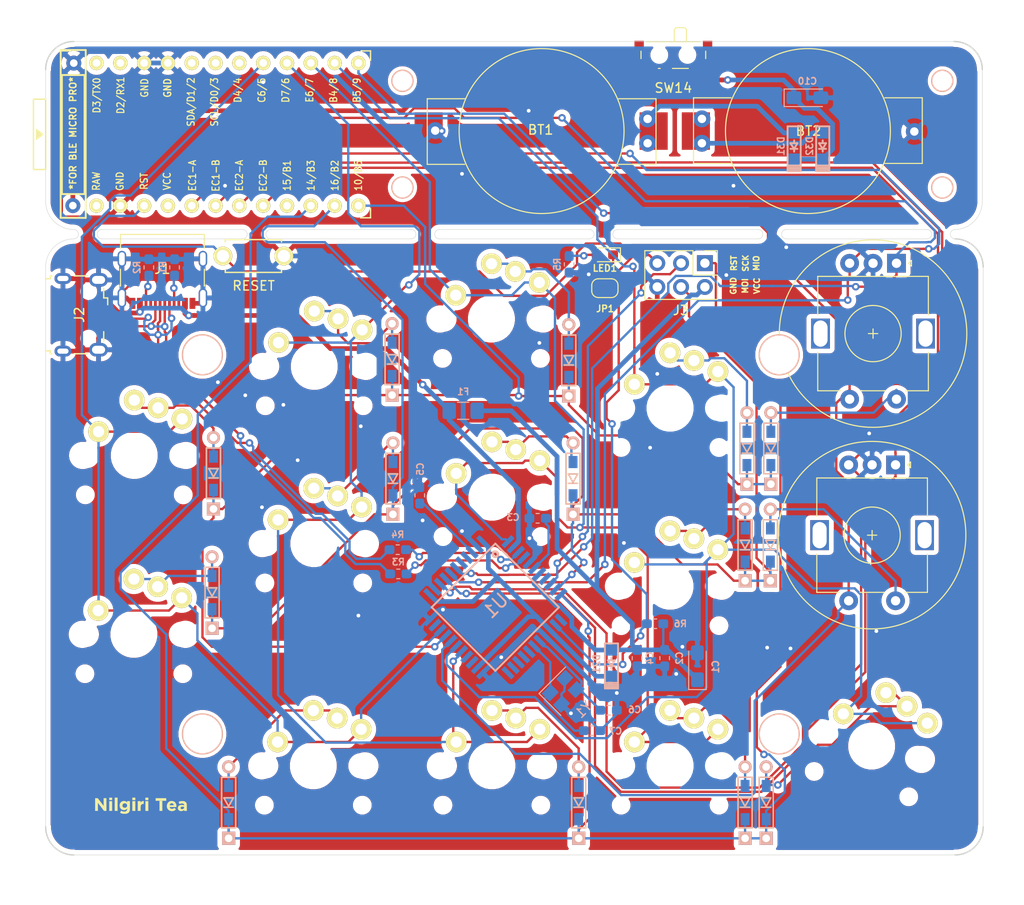
<source format=kicad_pcb>
(kicad_pcb (version 20171130) (host pcbnew "(5.1.4-0-10_14)")
  (layers (0 F.Cu signal) (31 B.Cu signal) (34 B.Paste user) (35 F.Paste user) (36 B.SilkS user) (37 F.SilkS user) (38 B.Mask user) (39 F.Mask user) (44 Edge.Cuts user))
  (net 0 "")
  (net 1 GND)
  (net 2 "Net-(D4-Pad2)")
  (net 3 Col4)
  (net 4 "Net-(D11-Pad2)")
  (net 5 "Net-(D5-Pad2)")
  (net 6 "Net-(D6-Pad2)")
  (net 7 "Net-(D7-Pad2)")
  (net 8 "Net-(D8-Pad2)")
  (net 9 "Net-(D9-Pad2)")
  (net 10 "Net-(D10-Pad2)")
  (net 11 "Net-(D12-Pad2)")
  (net 12 "Net-(D13-Pad2)")
  (net 13 "Net-(D14-Pad2)")
  (net 14 Col0)
  (net 15 Col1)
  (net 16 Col2)
  (net 17 Col3)
  (net 18 RAW)
  (net 19 MISO)
  (net 20 D-)
  (net 21 D+)
  (net 22 "Net-(J1-PadA5)")
  (net 23 "Net-(J1-PadB5)")
  (net 24 SCK)
  (net 25 RESET)
  (net 26 "Net-(LED1-Pad2)")
  (net 27 Row0)
  (net 28 RA1)
  (net 29 RB1)
  (net 30 RB2)
  (net 31 RA2)
  (net 32 "Net-(BT1-Pad1)")
  (net 33 "Net-(BT2-Pad1)")
  (net 34 "Net-(C3-Pad1)")
  (net 35 "Net-(D21-Pad1)")
  (net 36 MOSI)
  (net 37 "Net-(C5-Pad1)")
  (net 38 "Net-(C6-Pad1)")
  (net 39 "Net-(C7-Pad2)")
  (net 40 "Net-(C10-Pad1)")
  (net 41 "Net-(D1-Pad2)")
  (net 42 "Net-(D2-Pad2)")
  (net 43 "Net-(D3-Pad2)")
  (net 44 "Net-(J10-Pad1)")
  (net 45 "Net-(R3-Pad1)")
  (net 46 "Net-(R4-Pad1)")
  (net 47 VCC)
  (net 48 "Net-(JP1-Pad2)")
  (module nilgiri:HU1632 (layer F.Cu) (at 139 47 180)
    (fp_text reference BT1 (at 0.062 0.137) (layer F.SilkS))
    (fp_text value 3V)
    (pad 1 smd rect (at -12 0 180) (size 3 4) (layers F.Cu F.Paste F.Mask) (net 32 "Net-(BT1-Pad1)"))
    (pad 2 smd rect (at 12 0 180) (size 3 4) (layers F.Cu F.Paste F.Mask) (net 1 GND))
    (pad 1 thru_hole circle (at -11.3538 -1.3 180) (size 1.8 1.8) (drill 0.9) (layers *.Cu *.Mask) (net 32 "Net-(BT1-Pad1)"))
    (pad 1 thru_hole circle (at -11.3538 1.3 180) (size 1.8 1.8) (drill 0.9) (layers *.Cu *.Mask) (net 32 "Net-(BT1-Pad1)"))
    (pad 2 thru_hole circle (at 11.3 0.05 180) (size 1.8 1.8) (drill 0.9) (layers *.Cu *.Mask) (net 1 GND))
  )
  (module nilgiri:HU1632 (layer F.Cu) (at 167.5 47)
    (fp_text reference BT2 (at 0.013 -0.01) (layer F.SilkS))
    (fp_text value 3V)
    (pad 1 smd rect (at -12 0) (size 3 4) (layers F.Cu F.Paste F.Mask) (net 33 "Net-(BT2-Pad1)"))
    (pad 2 smd rect (at 12 0) (size 3 4) (layers F.Cu F.Paste F.Mask) (net 1 GND))
    (pad 1 thru_hole circle (at -11.3538 -1.3) (size 1.8 1.8) (drill 0.9) (layers *.Cu *.Mask) (net 33 "Net-(BT2-Pad1)"))
    (pad 1 thru_hole circle (at -11.3538 1.3) (size 1.8 1.8) (drill 0.9) (layers *.Cu *.Mask) (net 33 "Net-(BT2-Pad1)"))
    (pad 2 thru_hole circle (at 11.3 0.05) (size 1.8 1.8) (drill 0.9) (layers *.Cu *.Mask) (net 1 GND))
  )
  (module kbd:CherryMX_Choc_1u (layer F.Cu) (at 114.8 72.1)
    (fp_text reference SW4 hide)
    (fp_text value SW_PUSH hide)
    (pad 1 thru_hole circle (at 5.1 -3.9 310) (size 2.2 2.2) (drill 1.2) (layers *.Cu F.SilkS B.Mask) (net 15 Col1))
    (pad "" np_thru_hole circle (at 0 0 90) (size 4 4) (drill 4) (layers *.Cu *.Mask))
    (pad "" np_thru_hole circle (at -5.5 0 90) (size 1.9 1.9) (drill 1.9) (layers *.Cu *.Mask))
    (pad "" np_thru_hole circle (at 5.5 0 90) (size 1.9 1.9) (drill 1.9) (layers *.Cu *.Mask))
    (pad 2 thru_hole circle (at 0 -5.9 90) (size 2.2 2.2) (drill 1.2) (layers *.Cu F.SilkS B.Mask) (net 2 "Net-(D4-Pad2)"))
    (pad 2 thru_hole circle (at 2.54 -5.08) (size 2.2 2.2) (drill 1.2) (layers *.Cu F.SilkS B.Mask) (net 2 "Net-(D4-Pad2)"))
    (pad 1 thru_hole circle (at -3.81 -2.54 50) (size 2.2 2.2) (drill 1.2) (layers *.Cu F.SilkS B.Mask) (net 15 Col1))
    (pad "" np_thru_hole circle (at 5.08 0) (size 1.7 1.7) (drill 1.7) (layers *.Cu *.Mask))
    (pad "" np_thru_hole circle (at -5.08 0) (size 1.7 1.7) (drill 1.7) (layers *.Cu *.Mask))
    (pad "" np_thru_hole circle (at 5.22 4.2) (size 1 1) (drill 1) (layers *.Cu *.Mask))
    (pad "" np_thru_hole circle (at -5.22 4.2) (size 1 1) (drill 1) (layers *.Cu *.Mask))
  )
  (module Connector_USB:USB_C_Receptacle_Palconn_UTC16-G (layer F.Cu) (at 98.6028 62.865 180)
    (fp_text reference J1 (at 0 1.143) (layer F.SilkS))
    (fp_text value USB-C)
    (pad S1 thru_hole oval (at -4.32 -1.93 270) (size 2 0.9) (drill oval 1.7 0.6) (layers *.Cu *.Mask) (net 1 GND))
    (pad S1 thru_hole oval (at 4.32 -1.93 270) (size 2 0.9) (drill oval 1.7 0.6) (layers *.Cu *.Mask) (net 1 GND))
    (pad S1 thru_hole oval (at -4.32 2.24 270) (size 1.7 0.9) (drill oval 1.4 0.6) (layers *.Cu *.Mask) (net 1 GND))
    (pad S1 thru_hole oval (at 4.32 2.24 270) (size 1.7 0.9) (drill oval 1.4 0.6) (layers *.Cu *.Mask) (net 1 GND))
    (pad B7 smd rect (at -0.75 -2.51) (size 0.3 1.16) (layers F.Cu F.Paste F.Mask) (net 20 D-))
    (pad A6 smd rect (at -0.25 -2.51) (size 0.3 1.16) (layers F.Cu F.Paste F.Mask) (net 21 D+))
    (pad A7 smd rect (at 0.25 -2.51) (size 0.3 1.16) (layers F.Cu F.Paste F.Mask) (net 20 D-))
    (pad B8 smd rect (at -1.75 -2.51) (size 0.3 1.16) (layers F.Cu F.Paste F.Mask))
    (pad A5 smd rect (at -1.25 -2.51) (size 0.3 1.16) (layers F.Cu F.Paste F.Mask) (net 22 "Net-(J1-PadA5)"))
    (pad A8 smd rect (at 1.25 -2.51) (size 0.3 1.16) (layers F.Cu F.Paste F.Mask))
    (pad B6 smd rect (at 0.75 -2.51) (size 0.3 1.16) (layers F.Cu F.Paste F.Mask) (net 21 D+))
    (pad B5 smd rect (at 1.75 -2.51) (size 0.3 1.16) (layers F.Cu F.Paste F.Mask) (net 23 "Net-(J1-PadB5)"))
    (pad "" np_thru_hole circle (at 2.89 -1.45) (size 0.6 0.6) (drill 0.6) (layers *.Cu *.Mask))
    (pad "" np_thru_hole circle (at -2.89 -1.45) (size 0.6 0.6) (drill 0.6) (layers *.Cu *.Mask))
    (pad A4 smd rect (at -2.4 -2.51 180) (size 0.6 1.16) (layers F.Cu F.Paste F.Mask) (net 18 RAW))
    (pad B9 smd rect (at -2.4 -2.51 180) (size 0.6 1.16) (layers F.Cu F.Paste F.Mask) (net 18 RAW))
    (pad A1 smd rect (at -3.2 -2.51 180) (size 0.6 1.16) (layers F.Cu F.Paste F.Mask) (net 1 GND))
    (pad B12 smd rect (at -3.2 -2.51 180) (size 0.6 1.16) (layers F.Cu F.Paste F.Mask) (net 1 GND))
    (pad B4 smd rect (at 2.4 -2.51 180) (size 0.6 1.16) (layers F.Cu F.Paste F.Mask) (net 18 RAW))
    (pad B1 smd rect (at 3.2 -2.51 180) (size 0.6 1.16) (layers F.Cu F.Paste F.Mask) (net 1 GND))
    (pad A9 smd rect (at 2.4 -2.51 180) (size 0.6 1.16) (layers F.Cu F.Paste F.Mask) (net 18 RAW))
    (pad A12 smd rect (at 3.2 -2.51 180) (size 0.6 1.16) (layers F.Cu F.Paste F.Mask) (net 1 GND))
  )
  (module nilgiri:M2_spacer (layer F.Cu) (at 102.87 111.3028)
    (fp_text reference H6 hide)
    (fp_text value MountingHole hide)
    (pad "" np_thru_hole circle (at 0 0) (size 4.1 4.1) (drill 4.1) (layers *.Cu *.Mask))
  )
  (module nilgiri:M2_vis (layer F.Cu) (at 181.784 53.02)
    (fp_text reference H4 hide)
    (fp_text value MountingHole hide)
    (pad "" np_thru_hole circle (at 0 0) (size 2.1 2.1) (drill 2.1) (layers *.Cu *.Mask))
  )
  (module nilgiri:M2_vis (layer F.Cu) (at 181.784 41.64)
    (fp_text reference H3 hide)
    (fp_text value MountingHole hide)
    (pad "" np_thru_hole circle (at 0 0) (size 2.1 2.1) (drill 2.1) (layers *.Cu *.Mask))
  )
  (module nilgiri:M2_vis (layer F.Cu) (at 124.206 53.02)
    (fp_text reference H2 hide)
    (fp_text value MountingHole hide)
    (pad "" np_thru_hole circle (at 0 0) (size 2.1 2.1) (drill 2.1) (layers *.Cu *.Mask))
  )
  (module nilgiri:M2_vis (layer F.Cu) (at 124.206 41.64)
    (fp_text reference H1 hide)
    (fp_text value MountingHole hide)
    (pad "" np_thru_hole circle (at 0 0) (size 2.1 2.1) (drill 2.1) (layers *.Cu *.Mask))
  )
  (module nilgiri:nil_logo (layer F.Cu) (at 94.615 118.999)
    (fp_text reference H99 hide)
    (fp_text value LOGO)
  )
  (module kbd:CherryMX_Choc_1u (layer F.Cu) (at 114.75 91)
    (fp_text reference SW5 hide)
    (fp_text value SW_PUSH hide)
    (pad 1 thru_hole circle (at 5.1 -3.9 310) (size 2.2 2.2) (drill 1.2) (layers *.Cu F.SilkS B.Mask) (net 15 Col1))
    (pad "" np_thru_hole circle (at 0 0 90) (size 4 4) (drill 4) (layers *.Cu *.Mask))
    (pad "" np_thru_hole circle (at -5.5 0 90) (size 1.9 1.9) (drill 1.9) (layers *.Cu *.Mask))
    (pad "" np_thru_hole circle (at 5.5 0 90) (size 1.9 1.9) (drill 1.9) (layers *.Cu *.Mask))
    (pad 2 thru_hole circle (at 0 -5.9 90) (size 2.2 2.2) (drill 1.2) (layers *.Cu F.SilkS B.Mask) (net 5 "Net-(D5-Pad2)"))
    (pad 2 thru_hole circle (at 2.54 -5.08) (size 2.2 2.2) (drill 1.2) (layers *.Cu F.SilkS B.Mask) (net 5 "Net-(D5-Pad2)"))
    (pad 1 thru_hole circle (at -3.81 -2.54 50) (size 2.2 2.2) (drill 1.2) (layers *.Cu F.SilkS B.Mask) (net 15 Col1))
    (pad "" np_thru_hole circle (at 5.08 0) (size 1.7 1.7) (drill 1.7) (layers *.Cu *.Mask))
    (pad "" np_thru_hole circle (at -5.08 0) (size 1.7 1.7) (drill 1.7) (layers *.Cu *.Mask))
    (pad "" np_thru_hole circle (at 5.22 4.2) (size 1 1) (drill 1) (layers *.Cu *.Mask))
    (pad "" np_thru_hole circle (at -5.22 4.2) (size 1 1) (drill 1) (layers *.Cu *.Mask))
  )
  (module "nilgiri:Hole 0.8mm" (layer F.Cu) (at 89.15 39.75)
    (fp_text reference J11 hide)
    (fp_text value BAT-)
    (pad 1 thru_hole circle (at 0 0) (size 1.6002 1.6002) (drill 0.8128) (layers *.Cu *.Mask) (net 1 GND))
  )
  (module "nilgiri:Hole 0.8mm" (layer F.Cu) (at 89.05 54.95)
    (fp_text reference J10 hide)
    (fp_text value BAT+)
    (pad 1 thru_hole circle (at 0 0) (size 1.6002 1.6002) (drill 0.8128) (layers *.Cu *.Mask) (net 44 "Net-(J10-Pad1)"))
  )
  (module Keebio:D_SOD123F (layer B.Cu) (at 165.984 48.594 90)
    (fp_text reference D31 (at 0 -1.4 270) (layer B.SilkS) (effects (font (size 0.7 0.7)) (justify mirror)))
    (fp_text value MBR120 hide)
    (pad 2 smd rect (at 1.4 0 90) (size 1.2 1.2) (layers B.Cu B.Paste B.Mask) (net 32 "Net-(BT1-Pad1)"))
    (pad 1 smd rect (at -1.4 0 90) (size 1.2 1.2) (layers B.Cu B.Paste B.Mask) (net 40 "Net-(C10-Pad1)"))
  )
  (module Capacitor_Tantalum_SMD:CP_EIA-3216-10_Kemet-I_Pad1.58x1.35mm_HandSolder (layer B.Cu) (at 167.4 43.45)
    (fp_text reference C10 (at 0 -1.778) (layer B.SilkS) (effects (font (size 0.7 0.7)) (justify mirror)))
    (fp_text value 10u)
    (pad 1 smd roundrect (at -1.4375 0) (size 1.575 1.35) (layers B.Cu B.Paste B.Mask) (roundrect_rratio 0.185185) (net 40 "Net-(C10-Pad1)"))
    (pad 2 smd roundrect (at 1.4375 0) (size 1.575 1.35) (layers B.Cu B.Paste B.Mask) (roundrect_rratio 0.185185) (net 1 GND))
  )
  (module Keebio:D_SOD123F (layer B.Cu) (at 169.032 48.594 90)
    (fp_text reference D32 (at 0 -1.4 270) (layer B.SilkS) (effects (font (size 0.7 0.7)) (justify mirror)))
    (fp_text value MBR120 hide)
    (pad 2 smd rect (at 1.4 0 90) (size 1.2 1.2) (layers B.Cu B.Paste B.Mask) (net 33 "Net-(BT2-Pad1)"))
    (pad 1 smd rect (at -1.4 0 90) (size 1.2 1.2) (layers B.Cu B.Paste B.Mask) (net 40 "Net-(C10-Pad1)"))
  )
  (module kbd:ProMicro_v3 (layer F.Cu) (at 106.05 47.35 90)
    (fp_text reference U2 hide)
    (fp_text value ProMicro hide)
    (fp_text user GND (at -5.0018 -11.9789 90 unlocked) (layer F.SilkS) (effects (font (size 0.75 0.67) (thickness 0.125))))
    (fp_text user B4/8 (at 4.705 10.8 90 unlocked) (layer F.SilkS) (effects (font (size 0.75 0.67) (thickness 0.125))))
    (fp_text user D2/RX1 (at 4.155 -11.9 90 unlocked) (layer F.SilkS) (effects (font (size 0.75 0.67) (thickness 0.125))))
    (fp_text user B5/9 (at 4.705 13.3 90 unlocked) (layer F.SilkS) (effects (font (size 0.75 0.67) (thickness 0.125))))
    (fp_text user C6/5 (at 4.705 3.15 90 unlocked) (layer F.SilkS) (effects (font (size 0.75 0.67) (thickness 0.125))))
    (fp_text user SCL/D0/3 (at 3.455 -1.9 90 unlocked) (layer F.SilkS) (effects (font (size 0.75 0.67) (thickness 0.125))))
    (fp_text user SDA/D1/2 (at 3.455 -4.4 90 unlocked) (layer F.SilkS) (effects (font (size 0.75 0.67) (thickness 0.125))))
    (fp_text user D4/4 (at 4.705 0.6 90 unlocked) (layer F.SilkS) (effects (font (size 0.75 0.67) (thickness 0.125))))
    (fp_text user D3/TX0 (at 4.155 -14.45 90 unlocked) (layer F.SilkS) (effects (font (size 0.75 0.67) (thickness 0.125))))
    (fp_text user GND (at 4.955 -6.9 90 unlocked) (layer F.SilkS) (effects (font (size 0.75 0.67) (thickness 0.125))))
    (fp_text user GND (at 4.955 -9.35 90 unlocked) (layer F.SilkS) (effects (font (size 0.75 0.67) (thickness 0.125))))
    (fp_text user D7/6 (at 4.705 5.7 90 unlocked) (layer F.SilkS) (effects (font (size 0.75 0.67) (thickness 0.125))))
    (fp_text user E6/7 (at 4.705 8.25 90 unlocked) (layer F.SilkS) (effects (font (size 0.75 0.67) (thickness 0.125))))
    (fp_text user 16/B2 (at -4.395 10.95 90 unlocked) (layer F.SilkS) (effects (font (size 0.75 0.67) (thickness 0.125))))
    (fp_text user 10/B6 (at -4.395 13.45 90 unlocked) (layer F.SilkS) (effects (font (size 0.75 0.67) (thickness 0.125))))
    (fp_text user 14/B3 (at -4.395 8.4 90 unlocked) (layer F.SilkS) (effects (font (size 0.75 0.67) (thickness 0.125))))
    (fp_text user 15/B1 (at -4.395 5.85 90 unlocked) (layer F.SilkS) (effects (font (size 0.75 0.67) (thickness 0.125))))
    (fp_text user EC2-B (at -4.395 3.3 90 unlocked) (layer F.SilkS) (effects (font (size 0.75 0.67) (thickness 0.125))))
    (fp_text user EC2-A (at -4.395 0.75 90 unlocked) (layer F.SilkS) (effects (font (size 0.75 0.67) (thickness 0.125))))
    (fp_text user EC1-B (at -4.395 -1.75 90 unlocked) (layer F.SilkS) (effects (font (size 0.75 0.67) (thickness 0.125))))
    (fp_text user EC1-A (at -4.395 -4.25 90 unlocked) (layer F.SilkS) (effects (font (size 0.75 0.67) (thickness 0.125))))
    (fp_text user VCC (at -4.995 -6.95 90 unlocked) (layer F.SilkS) (effects (font (size 0.75 0.67) (thickness 0.125))))
    (fp_text user RST (at -4.995 -9.4 90 unlocked) (layer F.SilkS) (effects (font (size 0.75 0.67) (thickness 0.125))))
    (fp_text user GND (at 4.955 -6.9 90 unlocked) (layer F.SilkS) (effects (font (size 0.75 0.67) (thickness 0.125))))
    (fp_text user RAW (at -4.995 -14.5 90 unlocked) (layer F.SilkS) (effects (font (size 0.75 0.67) (thickness 0.125))))
    (pad 1 thru_hole circle (at 7.6114 -14.478 90) (size 1.524 1.524) (drill 0.8128) (layers *.Cu F.SilkS B.Mask))
    (pad 2 thru_hole circle (at 7.6114 -11.938 90) (size 1.524 1.524) (drill 0.8128) (layers *.Cu F.SilkS B.Mask))
    (pad 3 thru_hole circle (at 7.6114 -9.398 90) (size 1.524 1.524) (drill 0.8128) (layers *.Cu F.SilkS B.Mask) (net 1 GND))
    (pad 4 thru_hole circle (at 7.6114 -6.858 90) (size 1.524 1.524) (drill 0.8128) (layers *.Cu F.SilkS B.Mask) (net 1 GND))
    (pad 5 thru_hole circle (at 7.6114 -4.318 90) (size 1.524 1.524) (drill 0.8128) (layers *.Cu F.SilkS B.Mask))
    (pad 6 thru_hole circle (at 7.6114 -1.778 90) (size 1.524 1.524) (drill 0.8128) (layers *.Cu F.SilkS B.Mask))
    (pad 7 thru_hole circle (at 7.6114 0.762 90) (size 1.524 1.524) (drill 0.8128) (layers *.Cu F.SilkS B.Mask))
    (pad 8 thru_hole circle (at 7.6114 3.302 90) (size 1.524 1.524) (drill 0.8128) (layers *.Cu F.SilkS B.Mask) (net 14 Col0))
    (pad 9 thru_hole circle (at 7.6114 5.842 90) (size 1.524 1.524) (drill 0.8128) (layers *.Cu F.SilkS B.Mask) (net 15 Col1))
    (pad 10 thru_hole circle (at 7.6114 8.382 90) (size 1.524 1.524) (drill 0.8128) (layers *.Cu F.SilkS B.Mask) (net 16 Col2))
    (pad 11 thru_hole circle (at 7.6114 10.922 90) (size 1.524 1.524) (drill 0.8128) (layers *.Cu F.SilkS B.Mask) (net 17 Col3))
    (pad 12 thru_hole circle (at 7.6114 13.462 90) (size 1.524 1.524) (drill 0.8128) (layers *.Cu F.SilkS B.Mask) (net 3 Col4))
    (pad 13 thru_hole circle (at -7.6086 13.462 90) (size 1.524 1.524) (drill 0.8128) (layers *.Cu F.SilkS B.Mask) (net 27 Row0))
    (pad 14 thru_hole circle (at -7.6086 10.922 90) (size 1.524 1.524) (drill 0.8128) (layers *.Cu F.SilkS B.Mask) (net 36 MOSI))
    (pad 15 thru_hole circle (at -7.6086 8.382 90) (size 1.524 1.524) (drill 0.8128) (layers *.Cu F.SilkS B.Mask) (net 19 MISO))
    (pad 16 thru_hole circle (at -7.6086 5.842 90) (size 1.524 1.524) (drill 0.8128) (layers *.Cu F.SilkS B.Mask))
    (pad 17 thru_hole circle (at -7.6086 3.302 90) (size 1.524 1.524) (drill 0.8128) (layers *.Cu F.SilkS B.Mask) (net 30 RB2))
    (pad 18 thru_hole circle (at -7.6086 0.762 90) (size 1.524 1.524) (drill 0.8128) (layers *.Cu F.SilkS B.Mask) (net 31 RA2))
    (pad 19 thru_hole circle (at -7.6086 -1.778 90) (size 1.524 1.524) (drill 0.8128) (layers *.Cu F.SilkS B.Mask) (net 29 RB1))
    (pad 20 thru_hole circle (at -7.6086 -4.318 90) (size 1.524 1.524) (drill 0.8128) (layers *.Cu F.SilkS B.Mask) (net 28 RA1))
    (pad 21 thru_hole circle (at -7.6086 -6.858 90) (size 1.524 1.524) (drill 0.8128) (layers *.Cu F.SilkS B.Mask))
    (pad 22 thru_hole circle (at -7.6086 -9.398 90) (size 1.524 1.524) (drill 0.8128) (layers *.Cu F.SilkS B.Mask) (net 25 RESET))
    (pad 23 thru_hole circle (at -7.6086 -11.938 90) (size 1.524 1.524) (drill 0.8128) (layers *.Cu F.SilkS B.Mask) (net 1 GND))
    (pad 24 thru_hole circle (at -7.6086 -14.478 90) (size 1.524 1.524) (drill 0.8128) (layers *.Cu F.SilkS B.Mask))
  )
  (module Button_Switch_SMD:SW_SPDT_PCM12 (layer F.Cu) (at 153.1 39.2 180)
    (fp_text reference SW14 (at 0 -3.2) (layer F.SilkS))
    (fp_text value PWR)
    (pad "" smd rect (at -3.65 -0.78 180) (size 1 0.8) (layers F.Cu F.Paste F.Mask))
    (pad "" smd rect (at 3.65 -0.78 180) (size 1 0.8) (layers F.Cu F.Paste F.Mask))
    (pad "" smd rect (at 3.65 1.43 180) (size 1 0.8) (layers F.Cu F.Paste F.Mask))
    (pad "" smd rect (at -3.65 1.43 180) (size 1 0.8) (layers F.Cu F.Paste F.Mask))
    (pad 3 smd rect (at 2.25 -1.43 180) (size 0.7 1.5) (layers F.Cu F.Paste F.Mask))
    (pad 2 smd rect (at 0.75 -1.43 180) (size 0.7 1.5) (layers F.Cu F.Paste F.Mask) (net 44 "Net-(J10-Pad1)"))
    (pad 1 smd rect (at -2.25 -1.43 180) (size 0.7 1.5) (layers F.Cu F.Paste F.Mask) (net 40 "Net-(C10-Pad1)"))
    (pad "" np_thru_hole circle (at 1.5 0.33 180) (size 0.9 0.9) (drill 0.9) (layers *.Cu *.Mask))
    (pad "" np_thru_hole circle (at -1.5 0.33 180) (size 0.9 0.9) (drill 0.9) (layers *.Cu *.Mask))
  )
  (module nilgiri:M2_spacer (layer F.Cu) (at 164.3888 111.3028)
    (fp_text reference H8 hide)
    (fp_text value MountingHole hide)
    (pad "" np_thru_hole circle (at 0 0) (size 4.1 4.1) (drill 4.1) (layers *.Cu *.Mask))
  )
  (module nilgiri:M2_spacer (layer F.Cu) (at 164.3888 70.866)
    (fp_text reference H7 hide)
    (fp_text value MountingHole hide)
    (pad "" np_thru_hole circle (at 0 0) (size 4.1 4.1) (drill 4.1) (layers *.Cu *.Mask))
  )
  (module nilgiri:M2_spacer (layer F.Cu) (at 102.87 70.866)
    (fp_text reference H5 hide)
    (fp_text value MountingHole hide)
    (pad "" np_thru_hole circle (at 0 0) (size 4.1 4.1) (drill 4.1) (layers *.Cu *.Mask))
  )
  (module kbd:ResetSW_1side (layer F.Cu) (at 108.3056 60.325)
    (fp_text reference SW13 hide)
    (fp_text value SW_RESET)
    (fp_text user RESET (at 0.0254 3.175) (layer F.SilkS))
    (pad 2 thru_hole circle (at -3.25 0) (size 2 2) (drill 1.3) (layers *.Cu F.SilkS B.Mask) (net 25 RESET))
    (pad 1 thru_hole circle (at 3.25 0) (size 2 2) (drill 1.3) (layers *.Cu F.SilkS B.Mask) (net 1 GND))
  )
  (module Connector_USB:USB_Micro-B_Wuerth_629105150521 (layer F.Cu) (at 89.9414 66.5988 270)
    (fp_text reference J2 (at 0 0.1975 90) (layer F.SilkS))
    (fp_text value USB_B_Micro)
    (pad 1 smd rect (at -1.3 -1.9 270) (size 0.45 1.3) (layers F.Cu F.Paste F.Mask) (net 18 RAW))
    (pad 2 smd rect (at -0.65 -1.9 270) (size 0.45 1.3) (layers F.Cu F.Paste F.Mask) (net 20 D-))
    (pad 3 smd rect (at 0 -1.9 270) (size 0.45 1.3) (layers F.Cu F.Paste F.Mask) (net 21 D+))
    (pad 4 smd rect (at 0.65 -1.9 270) (size 0.45 1.3) (layers F.Cu F.Paste F.Mask))
    (pad 5 smd rect (at 1.3 -1.9 270) (size 0.45 1.3) (layers F.Cu F.Paste F.Mask) (net 1 GND))
    (pad 6 thru_hole oval (at -3.725 -1.85 270) (size 1.45 2) (drill oval 0.85 1.4) (layers *.Cu *.Mask) (net 1 GND))
    (pad 6 thru_hole oval (at 3.725 -1.85 270) (size 1.45 2) (drill oval 0.85 1.4) (layers *.Cu *.Mask) (net 1 GND))
    (pad 6 thru_hole oval (at -3.875 1.95 270) (size 1.15 1.8) (drill oval 0.55 1.2) (layers *.Cu *.Mask) (net 1 GND))
    (pad 6 thru_hole oval (at 3.875 1.95 270) (size 1.15 1.8) (drill oval 0.55 1.2) (layers *.Cu *.Mask) (net 1 GND))
    (pad "" np_thru_hole oval (at -2.5 -0.8 270) (size 0.8 0.8) (drill 0.8) (layers *.Cu *.Mask))
    (pad "" np_thru_hole oval (at 2.5 -0.8 270) (size 0.8 0.8) (drill 0.8) (layers *.Cu *.Mask))
  )
  (module Rotary_Encoder:RotaryEncoder_Alps_EC11E-Switch_Vertical_H20mm (layer F.Cu) (at 176.9 61.1 270)
    (fp_text reference EC1 hide)
    (fp_text value EC11E18244A5)
    (pad S1 thru_hole circle (at 14.5 5 270) (size 2 2) (drill 1) (layers *.Cu *.Mask) (net 3 Col4))
    (pad S2 thru_hole circle (at 14.5 0 270) (size 2 2) (drill 1) (layers *.Cu *.Mask) (net 12 "Net-(D13-Pad2)"))
    (pad MP thru_hole rect (at 7.5 8.1 270) (size 3.2 2) (drill oval 2.8 1.5) (layers *.Cu *.Mask))
    (pad MP thru_hole rect (at 7.5 -3.1 270) (size 3.2 2) (drill oval 2.8 1.5) (layers *.Cu *.Mask))
    (pad B thru_hole circle (at 0 5 270) (size 2 2) (drill 1) (layers *.Cu *.Mask) (net 29 RB1))
    (pad C thru_hole circle (at 0 2.5 270) (size 2 2) (drill 1) (layers *.Cu *.Mask) (net 1 GND))
    (pad A thru_hole rect (at 0 0 270) (size 2 2) (drill 1) (layers *.Cu *.Mask) (net 28 RA1))
  )
  (module kbd:CherryMX_Choc_1u (layer F.Cu) (at 133.75 86.05)
    (fp_text reference SW8 hide)
    (fp_text value SW_PUSH hide)
    (pad 1 thru_hole circle (at 5.1 -3.9 310) (size 2.2 2.2) (drill 1.2) (layers *.Cu F.SilkS B.Mask) (net 16 Col2))
    (pad "" np_thru_hole circle (at 0 0 90) (size 4 4) (drill 4) (layers *.Cu *.Mask))
    (pad "" np_thru_hole circle (at -5.5 0 90) (size 1.9 1.9) (drill 1.9) (layers *.Cu *.Mask))
    (pad "" np_thru_hole circle (at 5.5 0 90) (size 1.9 1.9) (drill 1.9) (layers *.Cu *.Mask))
    (pad 2 thru_hole circle (at 0 -5.9 90) (size 2.2 2.2) (drill 1.2) (layers *.Cu F.SilkS B.Mask) (net 8 "Net-(D8-Pad2)"))
    (pad 2 thru_hole circle (at 2.54 -5.08) (size 2.2 2.2) (drill 1.2) (layers *.Cu F.SilkS B.Mask) (net 8 "Net-(D8-Pad2)"))
    (pad 1 thru_hole circle (at -3.81 -2.54 50) (size 2.2 2.2) (drill 1.2) (layers *.Cu F.SilkS B.Mask) (net 16 Col2))
    (pad "" np_thru_hole circle (at 5.08 0) (size 1.7 1.7) (drill 1.7) (layers *.Cu *.Mask))
    (pad "" np_thru_hole circle (at -5.08 0) (size 1.7 1.7) (drill 1.7) (layers *.Cu *.Mask))
    (pad "" np_thru_hole circle (at 5.22 4.2) (size 1 1) (drill 1) (layers *.Cu *.Mask))
    (pad "" np_thru_hole circle (at -5.22 4.2) (size 1 1) (drill 1) (layers *.Cu *.Mask))
  )
  (module kbd:CherryMX_Choc_1u (layer F.Cu) (at 152.75 95.55)
    (fp_text reference SW11 hide)
    (fp_text value SW_PUSH hide)
    (pad 1 thru_hole circle (at 5.1 -3.9 310) (size 2.2 2.2) (drill 1.2) (layers *.Cu F.SilkS B.Mask) (net 17 Col3))
    (pad "" np_thru_hole circle (at 0 0 90) (size 4 4) (drill 4) (layers *.Cu *.Mask))
    (pad "" np_thru_hole circle (at -5.5 0 90) (size 1.9 1.9) (drill 1.9) (layers *.Cu *.Mask))
    (pad "" np_thru_hole circle (at 5.5 0 90) (size 1.9 1.9) (drill 1.9) (layers *.Cu *.Mask))
    (pad 2 thru_hole circle (at 0 -5.9 90) (size 2.2 2.2) (drill 1.2) (layers *.Cu F.SilkS B.Mask) (net 4 "Net-(D11-Pad2)"))
    (pad 2 thru_hole circle (at 2.54 -5.08) (size 2.2 2.2) (drill 1.2) (layers *.Cu F.SilkS B.Mask) (net 4 "Net-(D11-Pad2)"))
    (pad 1 thru_hole circle (at -3.81 -2.54 50) (size 2.2 2.2) (drill 1.2) (layers *.Cu F.SilkS B.Mask) (net 17 Col3))
    (pad "" np_thru_hole circle (at 5.08 0) (size 1.7 1.7) (drill 1.7) (layers *.Cu *.Mask))
    (pad "" np_thru_hole circle (at -5.08 0) (size 1.7 1.7) (drill 1.7) (layers *.Cu *.Mask))
    (pad "" np_thru_hole circle (at 5.22 4.2) (size 1 1) (drill 1) (layers *.Cu *.Mask))
    (pad "" np_thru_hole circle (at -5.22 4.2) (size 1 1) (drill 1) (layers *.Cu *.Mask))
  )
  (module Capacitor_SMD:C_0603_1608Metric_Pad1.05x0.95mm_HandSolder (layer B.Cu) (at 138.625 88.3 180)
    (fp_text reference C3 (at 2.625 0.1 180) (layer B.SilkS) (effects (font (size 0.7 0.7)) (justify mirror)))
    (fp_text value 1u)
    (pad 2 smd roundrect (at 0.875 0 180) (size 1.05 0.95) (layers B.Cu B.Paste B.Mask) (net 1 GND))
    (pad 1 smd roundrect (at -0.875 0 180) (size 1.05 0.95) (layers B.Cu B.Paste B.Mask) (net 34 "Net-(C3-Pad1)"))
  )
  (module Resistor_SMD:R_0603_1608Metric_Pad1.05x0.95mm_HandSolder (layer B.Cu) (at 141.986 61.214 90)
    (fp_text reference R5 (at 0 -1.27 90) (layer B.SilkS) (effects (font (size 0.7 0.7)) (justify mirror)))
    (fp_text value 1k)
    (pad 2 smd roundrect (at 0.875 0 90) (size 1.05 0.95) (layers B.Cu B.Paste B.Mask) (net 26 "Net-(LED1-Pad2)"))
    (pad 1 smd roundrect (at -0.875 0 90) (size 1.05 0.95) (layers B.Cu B.Paste B.Mask) (net 1 GND))
  )
  (module kbd:CherryMX_Choc_1u (layer F.Cu) (at 133.7 67.05)
    (fp_text reference SW7 hide)
    (fp_text value SW_PUSH hide)
    (pad 1 thru_hole circle (at 5.1 -3.9 310) (size 2.2 2.2) (drill 1.2) (layers *.Cu F.SilkS B.Mask) (net 16 Col2))
    (pad "" np_thru_hole circle (at 0 0 90) (size 4 4) (drill 4) (layers *.Cu *.Mask))
    (pad "" np_thru_hole circle (at -5.5 0 90) (size 1.9 1.9) (drill 1.9) (layers *.Cu *.Mask))
    (pad "" np_thru_hole circle (at 5.5 0 90) (size 1.9 1.9) (drill 1.9) (layers *.Cu *.Mask))
    (pad 2 thru_hole circle (at 0 -5.9 90) (size 2.2 2.2) (drill 1.2) (layers *.Cu F.SilkS B.Mask) (net 7 "Net-(D7-Pad2)"))
    (pad 2 thru_hole circle (at 2.54 -5.08) (size 2.2 2.2) (drill 1.2) (layers *.Cu F.SilkS B.Mask) (net 7 "Net-(D7-Pad2)"))
    (pad 1 thru_hole circle (at -3.81 -2.54 50) (size 2.2 2.2) (drill 1.2) (layers *.Cu F.SilkS B.Mask) (net 16 Col2))
    (pad "" np_thru_hole circle (at 5.08 0) (size 1.7 1.7) (drill 1.7) (layers *.Cu *.Mask))
    (pad "" np_thru_hole circle (at -5.08 0) (size 1.7 1.7) (drill 1.7) (layers *.Cu *.Mask))
    (pad "" np_thru_hole circle (at 5.22 4.2) (size 1 1) (drill 1) (layers *.Cu *.Mask))
    (pad "" np_thru_hole circle (at -5.22 4.2) (size 1 1) (drill 1) (layers *.Cu *.Mask))
  )
  (module kbd:CherryMX_Choc_1u (layer F.Cu) (at 95.6 81.6)
    (fp_text reference SW1 hide)
    (fp_text value SW_PUSH hide)
    (pad 1 thru_hole circle (at 5.1 -3.9 310) (size 2.2 2.2) (drill 1.2) (layers *.Cu F.SilkS B.Mask) (net 14 Col0))
    (pad "" np_thru_hole circle (at 0 0 90) (size 4 4) (drill 4) (layers *.Cu *.Mask))
    (pad "" np_thru_hole circle (at -5.5 0 90) (size 1.9 1.9) (drill 1.9) (layers *.Cu *.Mask))
    (pad "" np_thru_hole circle (at 5.5 0 90) (size 1.9 1.9) (drill 1.9) (layers *.Cu *.Mask))
    (pad 2 thru_hole circle (at 0 -5.9 90) (size 2.2 2.2) (drill 1.2) (layers *.Cu F.SilkS B.Mask) (net 41 "Net-(D1-Pad2)"))
    (pad 2 thru_hole circle (at 2.54 -5.08) (size 2.2 2.2) (drill 1.2) (layers *.Cu F.SilkS B.Mask) (net 41 "Net-(D1-Pad2)"))
    (pad 1 thru_hole circle (at -3.81 -2.54 50) (size 2.2 2.2) (drill 1.2) (layers *.Cu F.SilkS B.Mask) (net 14 Col0))
    (pad "" np_thru_hole circle (at 5.08 0) (size 1.7 1.7) (drill 1.7) (layers *.Cu *.Mask))
    (pad "" np_thru_hole circle (at -5.08 0) (size 1.7 1.7) (drill 1.7) (layers *.Cu *.Mask))
    (pad "" np_thru_hole circle (at 5.22 4.2) (size 1 1) (drill 1) (layers *.Cu *.Mask))
    (pad "" np_thru_hole circle (at -5.22 4.2) (size 1 1) (drill 1) (layers *.Cu *.Mask))
  )
  (module Resistor_SMD:R_0603_1608Metric_Pad1.05x0.95mm_HandSolder (layer B.Cu) (at 123.7615 94.234 180)
    (fp_text reference R3 (at -0.005 1.27) (layer B.SilkS) (effects (font (size 0.7 0.7)) (justify mirror)))
    (fp_text value 22)
    (pad 2 smd roundrect (at 0.875 0 180) (size 1.05 0.95) (layers B.Cu B.Paste B.Mask) (net 21 D+))
    (pad 1 smd roundrect (at -0.875 0 180) (size 1.05 0.95) (layers B.Cu B.Paste B.Mask) (net 45 "Net-(R3-Pad1)"))
  )
  (module kbd:CherryMX_Choc_1u (layer F.Cu) (at 133.75 114.7)
    (fp_text reference SW6 hide)
    (fp_text value SW_PUSH hide)
    (pad 1 thru_hole circle (at 5.1 -3.9 310) (size 2.2 2.2) (drill 1.2) (layers *.Cu F.SilkS B.Mask) (net 15 Col1))
    (pad "" np_thru_hole circle (at 0 0 90) (size 4 4) (drill 4) (layers *.Cu *.Mask))
    (pad "" np_thru_hole circle (at -5.5 0 90) (size 1.9 1.9) (drill 1.9) (layers *.Cu *.Mask))
    (pad "" np_thru_hole circle (at 5.5 0 90) (size 1.9 1.9) (drill 1.9) (layers *.Cu *.Mask))
    (pad 2 thru_hole circle (at 0 -5.9 90) (size 2.2 2.2) (drill 1.2) (layers *.Cu F.SilkS B.Mask) (net 6 "Net-(D6-Pad2)"))
    (pad 2 thru_hole circle (at 2.54 -5.08) (size 2.2 2.2) (drill 1.2) (layers *.Cu F.SilkS B.Mask) (net 6 "Net-(D6-Pad2)"))
    (pad 1 thru_hole circle (at -3.81 -2.54 50) (size 2.2 2.2) (drill 1.2) (layers *.Cu F.SilkS B.Mask) (net 15 Col1))
    (pad "" np_thru_hole circle (at 5.08 0) (size 1.7 1.7) (drill 1.7) (layers *.Cu *.Mask))
    (pad "" np_thru_hole circle (at -5.08 0) (size 1.7 1.7) (drill 1.7) (layers *.Cu *.Mask))
    (pad "" np_thru_hole circle (at 5.22 4.2) (size 1 1) (drill 1) (layers *.Cu *.Mask))
    (pad "" np_thru_hole circle (at -5.22 4.2) (size 1 1) (drill 1) (layers *.Cu *.Mask))
  )
  (module kbd:CherryMX_Choc_1u (layer F.Cu) (at 152.75 114.7)
    (fp_text reference SW9 hide)
    (fp_text value SW_PUSH hide)
    (pad 1 thru_hole circle (at 5.1 -3.9 310) (size 2.2 2.2) (drill 1.2) (layers *.Cu F.SilkS B.Mask) (net 16 Col2))
    (pad "" np_thru_hole circle (at 0 0 90) (size 4 4) (drill 4) (layers *.Cu *.Mask))
    (pad "" np_thru_hole circle (at -5.5 0 90) (size 1.9 1.9) (drill 1.9) (layers *.Cu *.Mask))
    (pad "" np_thru_hole circle (at 5.5 0 90) (size 1.9 1.9) (drill 1.9) (layers *.Cu *.Mask))
    (pad 2 thru_hole circle (at 0 -5.9 90) (size 2.2 2.2) (drill 1.2) (layers *.Cu F.SilkS B.Mask) (net 9 "Net-(D9-Pad2)"))
    (pad 2 thru_hole circle (at 2.54 -5.08) (size 2.2 2.2) (drill 1.2) (layers *.Cu F.SilkS B.Mask) (net 9 "Net-(D9-Pad2)"))
    (pad 1 thru_hole circle (at -3.81 -2.54 50) (size 2.2 2.2) (drill 1.2) (layers *.Cu F.SilkS B.Mask) (net 16 Col2))
    (pad "" np_thru_hole circle (at 5.08 0) (size 1.7 1.7) (drill 1.7) (layers *.Cu *.Mask))
    (pad "" np_thru_hole circle (at -5.08 0) (size 1.7 1.7) (drill 1.7) (layers *.Cu *.Mask))
    (pad "" np_thru_hole circle (at 5.22 4.2) (size 1 1) (drill 1) (layers *.Cu *.Mask))
    (pad "" np_thru_hole circle (at -5.22 4.2) (size 1 1) (drill 1) (layers *.Cu *.Mask))
  )
  (module kbd:CherryMX_Choc_1u (layer F.Cu) (at 174.25 112.6 345)
    (fp_text reference SW12 hide)
    (fp_text value SW_PUSH hide)
    (pad 1 thru_hole circle (at 5.1 -3.9 295) (size 2.2 2.2) (drill 1.2) (layers *.Cu F.SilkS B.Mask) (net 17 Col3))
    (pad "" np_thru_hole circle (at 0 0 75) (size 4 4) (drill 4) (layers *.Cu *.Mask))
    (pad "" np_thru_hole circle (at -5.5 0 75) (size 1.9 1.9) (drill 1.9) (layers *.Cu *.Mask))
    (pad "" np_thru_hole circle (at 5.5 0 75) (size 1.9 1.9) (drill 1.9) (layers *.Cu *.Mask))
    (pad 2 thru_hole circle (at 0 -5.9 75) (size 2.2 2.2) (drill 1.2) (layers *.Cu F.SilkS B.Mask) (net 11 "Net-(D12-Pad2)"))
    (pad 2 thru_hole circle (at 2.54 -5.08 345) (size 2.2 2.2) (drill 1.2) (layers *.Cu F.SilkS B.Mask) (net 11 "Net-(D12-Pad2)"))
    (pad 1 thru_hole circle (at -3.81 -2.54 35) (size 2.2 2.2) (drill 1.2) (layers *.Cu F.SilkS B.Mask) (net 17 Col3))
    (pad "" np_thru_hole circle (at 5.08 0 345) (size 1.7 1.7) (drill 1.7) (layers *.Cu *.Mask))
    (pad "" np_thru_hole circle (at -5.08 0 345) (size 1.7 1.7) (drill 1.7) (layers *.Cu *.Mask))
    (pad "" np_thru_hole circle (at 5.22 4.2 345) (size 1 1) (drill 1) (layers *.Cu *.Mask))
    (pad "" np_thru_hole circle (at -5.22 4.2 345) (size 1 1) (drill 1) (layers *.Cu *.Mask))
  )
  (module kbd:CherryMX_Choc_1u (layer F.Cu) (at 152.75 76.55)
    (fp_text reference SW10 hide)
    (fp_text value SW_PUSH hide)
    (pad 1 thru_hole circle (at 5.1 -3.9 310) (size 2.2 2.2) (drill 1.2) (layers *.Cu F.SilkS B.Mask) (net 17 Col3))
    (pad "" np_thru_hole circle (at 0 0 90) (size 4 4) (drill 4) (layers *.Cu *.Mask))
    (pad "" np_thru_hole circle (at -5.5 0 90) (size 1.9 1.9) (drill 1.9) (layers *.Cu *.Mask))
    (pad "" np_thru_hole circle (at 5.5 0 90) (size 1.9 1.9) (drill 1.9) (layers *.Cu *.Mask))
    (pad 2 thru_hole circle (at 0 -5.9 90) (size 2.2 2.2) (drill 1.2) (layers *.Cu F.SilkS B.Mask) (net 10 "Net-(D10-Pad2)"))
    (pad 2 thru_hole circle (at 2.54 -5.08) (size 2.2 2.2) (drill 1.2) (layers *.Cu F.SilkS B.Mask) (net 10 "Net-(D10-Pad2)"))
    (pad 1 thru_hole circle (at -3.81 -2.54 50) (size 2.2 2.2) (drill 1.2) (layers *.Cu F.SilkS B.Mask) (net 17 Col3))
    (pad "" np_thru_hole circle (at 5.08 0) (size 1.7 1.7) (drill 1.7) (layers *.Cu *.Mask))
    (pad "" np_thru_hole circle (at -5.08 0) (size 1.7 1.7) (drill 1.7) (layers *.Cu *.Mask))
    (pad "" np_thru_hole circle (at 5.22 4.2) (size 1 1) (drill 1) (layers *.Cu *.Mask))
    (pad "" np_thru_hole circle (at -5.22 4.2) (size 1 1) (drill 1) (layers *.Cu *.Mask))
  )
  (module kbd:CherryMX_Choc_1u (layer F.Cu) (at 114.7 114.7)
    (fp_text reference SW3 hide)
    (fp_text value SW_PUSH hide)
    (pad 1 thru_hole circle (at 5.1 -3.9 310) (size 2.2 2.2) (drill 1.2) (layers *.Cu F.SilkS B.Mask) (net 14 Col0))
    (pad "" np_thru_hole circle (at 0 0 90) (size 4 4) (drill 4) (layers *.Cu *.Mask))
    (pad "" np_thru_hole circle (at -5.5 0 90) (size 1.9 1.9) (drill 1.9) (layers *.Cu *.Mask))
    (pad "" np_thru_hole circle (at 5.5 0 90) (size 1.9 1.9) (drill 1.9) (layers *.Cu *.Mask))
    (pad 2 thru_hole circle (at 0 -5.9 90) (size 2.2 2.2) (drill 1.2) (layers *.Cu F.SilkS B.Mask) (net 43 "Net-(D3-Pad2)"))
    (pad 2 thru_hole circle (at 2.54 -5.08) (size 2.2 2.2) (drill 1.2) (layers *.Cu F.SilkS B.Mask) (net 43 "Net-(D3-Pad2)"))
    (pad 1 thru_hole circle (at -3.81 -2.54 50) (size 2.2 2.2) (drill 1.2) (layers *.Cu F.SilkS B.Mask) (net 14 Col0))
    (pad "" np_thru_hole circle (at 5.08 0) (size 1.7 1.7) (drill 1.7) (layers *.Cu *.Mask))
    (pad "" np_thru_hole circle (at -5.08 0) (size 1.7 1.7) (drill 1.7) (layers *.Cu *.Mask))
    (pad "" np_thru_hole circle (at 5.22 4.2) (size 1 1) (drill 1) (layers *.Cu *.Mask))
    (pad "" np_thru_hole circle (at -5.22 4.2) (size 1 1) (drill 1) (layers *.Cu *.Mask))
  )
  (module kbd:CherryMX_Choc_1u (layer F.Cu) (at 95.56 100.68)
    (fp_text reference SW2 hide)
    (fp_text value SW_PUSH hide)
    (pad 1 thru_hole circle (at 5.1 -3.9 310) (size 2.2 2.2) (drill 1.2) (layers *.Cu F.SilkS B.Mask) (net 14 Col0))
    (pad "" np_thru_hole circle (at 0 0 90) (size 4 4) (drill 4) (layers *.Cu *.Mask))
    (pad "" np_thru_hole circle (at -5.5 0 90) (size 1.9 1.9) (drill 1.9) (layers *.Cu *.Mask))
    (pad "" np_thru_hole circle (at 5.5 0 90) (size 1.9 1.9) (drill 1.9) (layers *.Cu *.Mask))
    (pad 2 thru_hole circle (at 0 -5.9 90) (size 2.2 2.2) (drill 1.2) (layers *.Cu F.SilkS B.Mask) (net 42 "Net-(D2-Pad2)"))
    (pad 2 thru_hole circle (at 2.54 -5.08) (size 2.2 2.2) (drill 1.2) (layers *.Cu F.SilkS B.Mask) (net 42 "Net-(D2-Pad2)"))
    (pad 1 thru_hole circle (at -3.81 -2.54 50) (size 2.2 2.2) (drill 1.2) (layers *.Cu F.SilkS B.Mask) (net 14 Col0))
    (pad "" np_thru_hole circle (at 5.08 0) (size 1.7 1.7) (drill 1.7) (layers *.Cu *.Mask))
    (pad "" np_thru_hole circle (at -5.08 0) (size 1.7 1.7) (drill 1.7) (layers *.Cu *.Mask))
    (pad "" np_thru_hole circle (at 5.22 4.2) (size 1 1) (drill 1) (layers *.Cu *.Mask))
    (pad "" np_thru_hole circle (at -5.22 4.2) (size 1 1) (drill 1) (layers *.Cu *.Mask))
  )
  (module Crystal:Crystal_SMD_3225-4Pin_3.2x2.5mm (layer B.Cu) (at 141.35 106.75 45)
    (fp_text reference Y1 (at 0.140007 2.914694 45) (layer B.SilkS) (effects (justify mirror)))
    (fp_text value 16MHz)
    (pad 4 smd rect (at -1.1 0.85 45) (size 1.4 1.2) (layers B.Cu B.Paste B.Mask) (net 1 GND))
    (pad 3 smd rect (at 1.1 0.85 45) (size 1.4 1.2) (layers B.Cu B.Paste B.Mask) (net 38 "Net-(C6-Pad1)"))
    (pad 2 smd rect (at 1.1 -0.85 45) (size 1.4 1.2) (layers B.Cu B.Paste B.Mask) (net 1 GND))
    (pad 1 smd rect (at -1.1 -0.85 45) (size 1.4 1.2) (layers B.Cu B.Paste B.Mask) (net 39 "Net-(C7-Pad2)"))
  )
  (module Capacitor_SMD:C_0603_1608Metric_Pad1.05x0.95mm_HandSolder (layer B.Cu) (at 146.2 108.775)
    (fp_text reference C6 (at 2.771 -0.063) (layer B.SilkS) (effects (font (size 0.7 0.7)) (justify mirror)))
    (fp_text value 22p)
    (pad 2 smd roundrect (at 0.875 0) (size 1.05 0.95) (layers B.Cu B.Paste B.Mask) (net 1 GND))
    (pad 1 smd roundrect (at -0.875 0) (size 1.05 0.95) (layers B.Cu B.Paste B.Mask) (net 38 "Net-(C6-Pad1)"))
  )
  (module Keebio:ATMEGA32U4-AU (layer B.Cu) (at 134.112 97.79 225)
    (fp_text reference U1 (at -0.15 0.1 45) (layer B.SilkS) (effects (font (size 1.4 1.4) (thickness 0.2)) (justify mirror)))
    (fp_text value ATmega32U4-AU hide)
    (pad 44 smd rect (at -4 5.9 225) (size 0.5 1.5) (layers B.Cu B.Paste B.Mask) (net 35 "Net-(D21-Pad1)"))
    (pad 43 smd rect (at -3.2 5.9 225) (size 0.5 1.5) (layers B.Cu B.Paste B.Mask) (net 1 GND))
    (pad 42 smd rect (at -2.4 5.9 225) (size 0.5 1.5) (layers B.Cu B.Paste B.Mask) (net 37 "Net-(C5-Pad1)"))
    (pad 41 smd rect (at -1.6 5.9 225) (size 0.5 1.5) (layers B.Cu B.Paste B.Mask))
    (pad 40 smd rect (at -0.8 5.9 225) (size 0.5 1.5) (layers B.Cu B.Paste B.Mask))
    (pad 39 smd rect (at 0 5.9 225) (size 0.5 1.5) (layers B.Cu B.Paste B.Mask) (net 28 RA1))
    (pad 38 smd rect (at 0.8 5.9 225) (size 0.5 1.5) (layers B.Cu B.Paste B.Mask) (net 29 RB1))
    (pad 37 smd rect (at 1.6 5.9 225) (size 0.5 1.5) (layers B.Cu B.Paste B.Mask) (net 31 RA2))
    (pad 36 smd rect (at 2.4 5.9 225) (size 0.5 1.5) (layers B.Cu B.Paste B.Mask) (net 30 RB2))
    (pad 35 smd rect (at 3.2 5.9 225) (size 0.5 1.5) (layers B.Cu B.Paste B.Mask) (net 1 GND))
    (pad 34 smd rect (at 4 5.9 225) (size 0.5 1.5) (layers B.Cu B.Paste B.Mask) (net 35 "Net-(D21-Pad1)"))
    (pad 33 smd rect (at 5.9 4 225) (size 1.5 0.5) (layers B.Cu B.Paste B.Mask) (net 1 GND))
    (pad 32 smd rect (at 5.9 3.2 225) (size 1.5 0.5) (layers B.Cu B.Paste B.Mask))
    (pad 31 smd rect (at 5.9 2.4 225) (size 1.5 0.5) (layers B.Cu B.Paste B.Mask) (net 14 Col0))
    (pad 30 smd rect (at 5.9 1.6 225) (size 1.5 0.5) (layers B.Cu B.Paste B.Mask) (net 27 Row0))
    (pad 29 smd rect (at 5.9 0.8 225) (size 1.5 0.5) (layers B.Cu B.Paste B.Mask) (net 3 Col4))
    (pad 28 smd rect (at 5.9 0 225) (size 1.5 0.5) (layers B.Cu B.Paste B.Mask) (net 17 Col3))
    (pad 27 smd rect (at 5.9 -0.8 225) (size 1.5 0.5) (layers B.Cu B.Paste B.Mask) (net 15 Col1))
    (pad 26 smd rect (at 5.9 -1.6 225) (size 1.5 0.5) (layers B.Cu B.Paste B.Mask))
    (pad 25 smd rect (at 5.9 -2.4 225) (size 1.5 0.5) (layers B.Cu B.Paste B.Mask))
    (pad 24 smd rect (at 5.9 -3.2 225) (size 1.5 0.5) (layers B.Cu B.Paste B.Mask) (net 35 "Net-(D21-Pad1)"))
    (pad 23 smd rect (at 5.9 -4 225) (size 1.5 0.5) (layers B.Cu B.Paste B.Mask) (net 1 GND))
    (pad 22 smd rect (at 4 -5.9 225) (size 0.5 1.5) (layers B.Cu B.Paste B.Mask))
    (pad 21 smd rect (at 3.2 -5.9 225) (size 0.5 1.5) (layers B.Cu B.Paste B.Mask))
    (pad 20 smd rect (at 2.4 -5.9 225) (size 0.5 1.5) (layers B.Cu B.Paste B.Mask))
    (pad 19 smd rect (at 1.6 -5.9 225) (size 0.5 1.5) (layers B.Cu B.Paste B.Mask))
    (pad 18 smd rect (at 0.8 -5.9 225) (size 0.5 1.5) (layers B.Cu B.Paste B.Mask))
    (pad 17 smd rect (at 0 -5.9 225) (size 0.5 1.5) (layers B.Cu B.Paste B.Mask) (net 39 "Net-(C7-Pad2)"))
    (pad 16 smd rect (at -0.8 -5.9 225) (size 0.5 1.5) (layers B.Cu B.Paste B.Mask) (net 38 "Net-(C6-Pad1)"))
    (pad 15 smd rect (at -1.6 -5.9 225) (size 0.5 1.5) (layers B.Cu B.Paste B.Mask) (net 1 GND))
    (pad 14 smd rect (at -2.4 -5.9 225) (size 0.5 1.5) (layers B.Cu B.Paste B.Mask) (net 35 "Net-(D21-Pad1)"))
    (pad 13 smd rect (at -3.2 -5.9 225) (size 0.5 1.5) (layers B.Cu B.Paste B.Mask) (net 25 RESET))
    (pad 12 smd rect (at -4 -5.9 225) (size 0.5 1.5) (layers B.Cu B.Paste B.Mask))
    (pad 11 smd rect (at -5.9 -4 225) (size 1.5 0.5) (layers B.Cu B.Paste B.Mask) (net 19 MISO))
    (pad 10 smd rect (at -5.9 -3.2 225) (size 1.5 0.5) (layers B.Cu B.Paste B.Mask) (net 36 MOSI))
    (pad 9 smd rect (at -5.9 -2.4 225) (size 1.5 0.5) (layers B.Cu B.Paste B.Mask) (net 24 SCK))
    (pad 8 smd rect (at -5.9 -1.6 225) (size 1.5 0.5) (layers B.Cu B.Paste B.Mask))
    (pad 7 smd rect (at -5.9 -0.8 225) (size 1.5 0.5) (layers B.Cu B.Paste B.Mask) (net 47 VCC))
    (pad 6 smd rect (at -5.9 0 225) (size 1.5 0.5) (layers B.Cu B.Paste B.Mask) (net 34 "Net-(C3-Pad1)"))
    (pad 5 smd rect (at -5.9 0.8 225) (size 1.5 0.5) (layers B.Cu B.Paste B.Mask) (net 1 GND))
    (pad 4 smd rect (at -5.9 1.6 225) (size 1.5 0.5) (layers B.Cu B.Paste B.Mask) (net 45 "Net-(R3-Pad1)"))
    (pad 3 smd rect (at -5.9 2.4 225) (size 1.5 0.5) (layers B.Cu B.Paste B.Mask) (net 46 "Net-(R4-Pad1)"))
    (pad 2 smd rect (at -5.9 3.2 225) (size 1.5 0.5) (layers B.Cu B.Paste B.Mask) (net 18 RAW))
    (pad 1 smd rect (at -5.9 4 225) (size 1.5 0.5) (layers B.Cu B.Paste B.Mask) (net 16 Col2))
  )
  (module Resistor_SMD:R_0603_1608Metric_Pad1.05x0.95mm_HandSolder (layer B.Cu) (at 99.8982 61.5442 270)
    (fp_text reference R1 (at 0 1.27 90) (layer B.SilkS) (effects (font (size 0.7 0.7)) (justify mirror)))
    (fp_text value 5.1k)
    (pad 2 smd roundrect (at 0.875 0 270) (size 1.05 0.95) (layers B.Cu B.Paste B.Mask) (net 22 "Net-(J1-PadA5)"))
    (pad 1 smd roundrect (at -0.875 0 270) (size 1.05 0.95) (layers B.Cu B.Paste B.Mask) (net 1 GND))
  )
  (module Rotary_Encoder:RotaryEncoder_Alps_EC11E-Switch_Vertical_H20mm (layer F.Cu) (at 176.8 82.6 270)
    (fp_text reference EC2 hide)
    (fp_text value EC11E18244A5)
    (pad S1 thru_hole circle (at 14.5 5 270) (size 2 2) (drill 1) (layers *.Cu *.Mask) (net 3 Col4))
    (pad S2 thru_hole circle (at 14.5 0 270) (size 2 2) (drill 1) (layers *.Cu *.Mask) (net 13 "Net-(D14-Pad2)"))
    (pad MP thru_hole rect (at 7.5 8.1 270) (size 3.2 2) (drill oval 2.8 1.5) (layers *.Cu *.Mask))
    (pad MP thru_hole rect (at 7.5 -3.1 270) (size 3.2 2) (drill oval 2.8 1.5) (layers *.Cu *.Mask))
    (pad B thru_hole circle (at 0 5 270) (size 2 2) (drill 1) (layers *.Cu *.Mask) (net 30 RB2))
    (pad C thru_hole circle (at 0 2.5 270) (size 2 2) (drill 1) (layers *.Cu *.Mask) (net 1 GND))
    (pad A thru_hole rect (at 0 0 270) (size 2 2) (drill 1) (layers *.Cu *.Mask) (net 31 RA2))
  )
  (module nilgiri:D3_TH_SMD (layer B.Cu) (at 123.1 71.35 90)
    (fp_text reference D4 hide)
    (fp_text value 1N4148W hide)
    (pad 2 smd rect (at 1.775 0 90) (size 1.3 0.95) (layers B.Cu B.Paste B.Mask) (net 2 "Net-(D4-Pad2)"))
    (pad 2 thru_hole circle (at 3.81 0 90) (size 1.397 1.397) (drill 0.8128) (layers *.Cu *.Mask B.SilkS) (net 2 "Net-(D4-Pad2)"))
    (pad 1 thru_hole rect (at -3.81 0 90) (size 1.397 1.397) (drill 0.8128) (layers *.Cu *.Mask B.SilkS) (net 27 Row0))
    (pad 1 smd rect (at -1.775 0 90) (size 1.3 0.95) (layers B.Cu B.Paste B.Mask) (net 27 Row0))
  )
  (module Capacitor_SMD:C_0603_1608Metric_Pad1.05x0.95mm_HandSolder (layer B.Cu) (at 144.425 110.95 180)
    (fp_text reference C7 (at -2.514 -0.048) (layer B.SilkS) (effects (font (size 0.7 0.7)) (justify mirror)))
    (fp_text value 22p)
    (pad 2 smd roundrect (at 0.875 0 180) (size 1.05 0.95) (layers B.Cu B.Paste B.Mask) (net 39 "Net-(C7-Pad2)"))
    (pad 1 smd roundrect (at -0.875 0 180) (size 1.05 0.95) (layers B.Cu B.Paste B.Mask) (net 1 GND))
  )
  (module nilgiri:D3_TH_SMD (layer B.Cu) (at 163 118.625 90)
    (fp_text reference D12 hide)
    (fp_text value 1N4148W hide)
    (pad 2 smd rect (at 1.775 0 90) (size 1.3 0.95) (layers B.Cu B.Paste B.Mask) (net 11 "Net-(D12-Pad2)"))
    (pad 2 thru_hole circle (at 3.81 0 90) (size 1.397 1.397) (drill 0.8128) (layers *.Cu *.Mask B.SilkS) (net 11 "Net-(D12-Pad2)"))
    (pad 1 thru_hole rect (at -3.81 0 90) (size 1.397 1.397) (drill 0.8128) (layers *.Cu *.Mask B.SilkS) (net 19 MISO))
    (pad 1 smd rect (at -1.775 0 90) (size 1.3 0.95) (layers B.Cu B.Paste B.Mask) (net 19 MISO))
  )
  (module nilgiri:D3_TH_SMD (layer B.Cu) (at 160.75 91.15 90)
    (fp_text reference D11 hide)
    (fp_text value 1N4148W hide)
    (pad 2 smd rect (at 1.775 0 90) (size 1.3 0.95) (layers B.Cu B.Paste B.Mask) (net 4 "Net-(D11-Pad2)"))
    (pad 2 thru_hole circle (at 3.81 0 90) (size 1.397 1.397) (drill 0.8128) (layers *.Cu *.Mask B.SilkS) (net 4 "Net-(D11-Pad2)"))
    (pad 1 thru_hole rect (at -3.81 0 90) (size 1.397 1.397) (drill 0.8128) (layers *.Cu *.Mask B.SilkS) (net 36 MOSI))
    (pad 1 smd rect (at -1.775 0 90) (size 1.3 0.95) (layers B.Cu B.Paste B.Mask) (net 36 MOSI))
  )
  (module nilgiri:D3_TH_SMD (layer B.Cu) (at 160.95 80.85 90)
    (fp_text reference D10 hide)
    (fp_text value 1N4148W hide)
    (pad 2 smd rect (at 1.775 0 90) (size 1.3 0.95) (layers B.Cu B.Paste B.Mask) (net 10 "Net-(D10-Pad2)"))
    (pad 2 thru_hole circle (at 3.81 0 90) (size 1.397 1.397) (drill 0.8128) (layers *.Cu *.Mask B.SilkS) (net 10 "Net-(D10-Pad2)"))
    (pad 1 thru_hole rect (at -3.81 0 90) (size 1.397 1.397) (drill 0.8128) (layers *.Cu *.Mask B.SilkS) (net 27 Row0))
    (pad 1 smd rect (at -1.775 0 90) (size 1.3 0.95) (layers B.Cu B.Paste B.Mask) (net 27 Row0))
  )
  (module nilgiri:D3_TH_SMD (layer B.Cu) (at 160.75 118.625 90)
    (fp_text reference D9 hide)
    (fp_text value 1N4148W hide)
    (pad 2 smd rect (at 1.775 0 90) (size 1.3 0.95) (layers B.Cu B.Paste B.Mask) (net 9 "Net-(D9-Pad2)"))
    (pad 2 thru_hole circle (at 3.81 0 90) (size 1.397 1.397) (drill 0.8128) (layers *.Cu *.Mask B.SilkS) (net 9 "Net-(D9-Pad2)"))
    (pad 1 thru_hole rect (at -3.81 0 90) (size 1.397 1.397) (drill 0.8128) (layers *.Cu *.Mask B.SilkS) (net 19 MISO))
    (pad 1 smd rect (at -1.775 0 90) (size 1.3 0.95) (layers B.Cu B.Paste B.Mask) (net 19 MISO))
  )
  (module nilgiri:D3_TH_SMD (layer B.Cu) (at 142.4 84.075 90)
    (fp_text reference D8 hide)
    (fp_text value 1N4148W hide)
    (pad 2 smd rect (at 1.775 0 90) (size 1.3 0.95) (layers B.Cu B.Paste B.Mask) (net 8 "Net-(D8-Pad2)"))
    (pad 2 thru_hole circle (at 3.81 0 90) (size 1.397 1.397) (drill 0.8128) (layers *.Cu *.Mask B.SilkS) (net 8 "Net-(D8-Pad2)"))
    (pad 1 thru_hole rect (at -3.81 0 90) (size 1.397 1.397) (drill 0.8128) (layers *.Cu *.Mask B.SilkS) (net 36 MOSI))
    (pad 1 smd rect (at -1.775 0 90) (size 1.3 0.95) (layers B.Cu B.Paste B.Mask) (net 36 MOSI))
  )
  (module nilgiri:D3_TH_SMD (layer B.Cu) (at 141.95 71.45 90)
    (fp_text reference D7 hide)
    (fp_text value 1N4148W hide)
    (pad 2 smd rect (at 1.775 0 90) (size 1.3 0.95) (layers B.Cu B.Paste B.Mask) (net 7 "Net-(D7-Pad2)"))
    (pad 2 thru_hole circle (at 3.81 0 90) (size 1.397 1.397) (drill 0.8128) (layers *.Cu *.Mask B.SilkS) (net 7 "Net-(D7-Pad2)"))
    (pad 1 thru_hole rect (at -3.81 0 90) (size 1.397 1.397) (drill 0.8128) (layers *.Cu *.Mask B.SilkS) (net 27 Row0))
    (pad 1 smd rect (at -1.775 0 90) (size 1.3 0.95) (layers B.Cu B.Paste B.Mask) (net 27 Row0))
  )
  (module nilgiri:D3_TH_SMD (layer B.Cu) (at 163.45 91.15 90)
    (fp_text reference D14 hide)
    (fp_text value 1N4148W hide)
    (pad 2 smd rect (at 1.775 0 90) (size 1.3 0.95) (layers B.Cu B.Paste B.Mask) (net 13 "Net-(D14-Pad2)"))
    (pad 2 thru_hole circle (at 3.81 0 90) (size 1.397 1.397) (drill 0.8128) (layers *.Cu *.Mask B.SilkS) (net 13 "Net-(D14-Pad2)"))
    (pad 1 thru_hole rect (at -3.81 0 90) (size 1.397 1.397) (drill 0.8128) (layers *.Cu *.Mask B.SilkS) (net 36 MOSI))
    (pad 1 smd rect (at -1.775 0 90) (size 1.3 0.95) (layers B.Cu B.Paste B.Mask) (net 36 MOSI))
  )
  (module nilgiri:D3_TH_SMD (layer B.Cu) (at 143.002 118.625 90)
    (fp_text reference D6 hide)
    (fp_text value 1N4148W hide)
    (pad 2 smd rect (at 1.775 0 90) (size 1.3 0.95) (layers B.Cu B.Paste B.Mask) (net 6 "Net-(D6-Pad2)"))
    (pad 2 thru_hole circle (at 3.81 0 90) (size 1.397 1.397) (drill 0.8128) (layers *.Cu *.Mask B.SilkS) (net 6 "Net-(D6-Pad2)"))
    (pad 1 thru_hole rect (at -3.81 0 90) (size 1.397 1.397) (drill 0.8128) (layers *.Cu *.Mask B.SilkS) (net 19 MISO))
    (pad 1 smd rect (at -1.775 0 90) (size 1.3 0.95) (layers B.Cu B.Paste B.Mask) (net 19 MISO))
  )
  (module nilgiri:D3_TH_SMD (layer B.Cu) (at 123.19 84.074 90)
    (fp_text reference D5 hide)
    (fp_text value 1N4148W hide)
    (pad 2 smd rect (at 1.775 0 90) (size 1.3 0.95) (layers B.Cu B.Paste B.Mask) (net 5 "Net-(D5-Pad2)"))
    (pad 2 thru_hole circle (at 3.81 0 90) (size 1.397 1.397) (drill 0.8128) (layers *.Cu *.Mask B.SilkS) (net 5 "Net-(D5-Pad2)"))
    (pad 1 thru_hole rect (at -3.81 0 90) (size 1.397 1.397) (drill 0.8128) (layers *.Cu *.Mask B.SilkS) (net 36 MOSI))
    (pad 1 smd rect (at -1.775 0 90) (size 1.3 0.95) (layers B.Cu B.Paste B.Mask) (net 36 MOSI))
  )
  (module nilgiri:D3_TH_SMD (layer B.Cu) (at 163.5 80.85 90)
    (fp_text reference D13 hide)
    (fp_text value 1N4148W hide)
    (pad 2 smd rect (at 1.775 0 90) (size 1.3 0.95) (layers B.Cu B.Paste B.Mask) (net 12 "Net-(D13-Pad2)"))
    (pad 2 thru_hole circle (at 3.81 0 90) (size 1.397 1.397) (drill 0.8128) (layers *.Cu *.Mask B.SilkS) (net 12 "Net-(D13-Pad2)"))
    (pad 1 thru_hole rect (at -3.81 0 90) (size 1.397 1.397) (drill 0.8128) (layers *.Cu *.Mask B.SilkS) (net 27 Row0))
    (pad 1 smd rect (at -1.775 0 90) (size 1.3 0.95) (layers B.Cu B.Paste B.Mask) (net 27 Row0))
  )
  (module nilgiri:D3_TH_SMD (layer B.Cu) (at 105.664 118.625 90)
    (fp_text reference D3 hide)
    (fp_text value 1N4148W hide)
    (pad 2 smd rect (at 1.775 0 90) (size 1.3 0.95) (layers B.Cu B.Paste B.Mask) (net 43 "Net-(D3-Pad2)"))
    (pad 2 thru_hole circle (at 3.81 0 90) (size 1.397 1.397) (drill 0.8128) (layers *.Cu *.Mask B.SilkS) (net 43 "Net-(D3-Pad2)"))
    (pad 1 thru_hole rect (at -3.81 0 90) (size 1.397 1.397) (drill 0.8128) (layers *.Cu *.Mask B.SilkS) (net 19 MISO))
    (pad 1 smd rect (at -1.775 0 90) (size 1.3 0.95) (layers B.Cu B.Paste B.Mask) (net 19 MISO))
  )
  (module nilgiri:D3_TH_SMD (layer B.Cu) (at 103.9 96.225 90)
    (fp_text reference D2 hide)
    (fp_text value 1N4148W hide)
    (pad 2 smd rect (at 1.775 0 90) (size 1.3 0.95) (layers B.Cu B.Paste B.Mask) (net 42 "Net-(D2-Pad2)"))
    (pad 2 thru_hole circle (at 3.81 0 90) (size 1.397 1.397) (drill 0.8128) (layers *.Cu *.Mask B.SilkS) (net 42 "Net-(D2-Pad2)"))
    (pad 1 thru_hole rect (at -3.81 0 90) (size 1.397 1.397) (drill 0.8128) (layers *.Cu *.Mask B.SilkS) (net 36 MOSI))
    (pad 1 smd rect (at -1.775 0 90) (size 1.3 0.95) (layers B.Cu B.Paste B.Mask) (net 36 MOSI))
  )
  (module nilgiri:D3_TH_SMD (layer B.Cu) (at 104.05 83.5 90)
    (fp_text reference D1 hide)
    (fp_text value 1N4148W hide)
    (pad 2 smd rect (at 1.775 0 90) (size 1.3 0.95) (layers B.Cu B.Paste B.Mask) (net 41 "Net-(D1-Pad2)"))
    (pad 2 thru_hole circle (at 3.81 0 90) (size 1.397 1.397) (drill 0.8128) (layers *.Cu *.Mask B.SilkS) (net 41 "Net-(D1-Pad2)"))
    (pad 1 thru_hole rect (at -3.81 0 90) (size 1.397 1.397) (drill 0.8128) (layers *.Cu *.Mask B.SilkS) (net 27 Row0))
    (pad 1 smd rect (at -1.775 0 90) (size 1.3 0.95) (layers B.Cu B.Paste B.Mask) (net 27 Row0))
  )
  (module Fuse:Fuse_1206_3216Metric_Pad1.42x1.75mm_HandSolder (layer B.Cu) (at 130.683 76.835 180)
    (fp_text reference F1 (at 0 2.032 180) (layer B.SilkS) (effects (font (size 0.7 0.7)) (justify mirror)))
    (fp_text value 500mA)
    (pad 2 smd roundrect (at 1.4875 0 180) (size 1.425 1.75) (layers B.Cu B.Paste B.Mask) (roundrect_rratio 0.175439) (net 18 RAW))
    (pad 1 smd roundrect (at -1.4875 0 180) (size 1.425 1.75) (layers B.Cu B.Paste B.Mask) (roundrect_rratio 0.175439) (net 47 VCC))
  )
  (module Capacitor_SMD:C_0603_1608Metric_Pad1.05x0.95mm_HandSolder (layer B.Cu) (at 149.225 103.2155 270)
    (fp_text reference C4 (at 0 -1.372 90) (layer B.SilkS) (effects (font (size 0.7 0.7)) (justify mirror)))
    (fp_text value 0.1u)
    (pad 2 smd roundrect (at 0.875 0 270) (size 1.05 0.95) (layers B.Cu B.Paste B.Mask) (net 1 GND))
    (pad 1 smd roundrect (at -0.875 0 270) (size 1.05 0.95) (layers B.Cu B.Paste B.Mask) (net 47 VCC))
  )
  (module Capacitor_SMD:C_0603_1608Metric_Pad1.05x0.95mm_HandSolder (layer B.Cu) (at 152.176 103.2155 270)
    (fp_text reference C2 (at 0 -1.574 90) (layer B.SilkS) (effects (font (size 0.7 0.7)) (justify mirror)))
    (fp_text value 1u)
    (pad 2 smd roundrect (at 0.875 0 270) (size 1.05 0.95) (layers B.Cu B.Paste B.Mask) (net 1 GND))
    (pad 1 smd roundrect (at -0.875 0 270) (size 1.05 0.95) (layers B.Cu B.Paste B.Mask) (net 47 VCC))
  )
  (module Capacitor_Tantalum_SMD:CP_EIA-3216-10_Kemet-I_Pad1.58x1.35mm_HandSolder (layer B.Cu) (at 155.6665 104.0855 90)
    (fp_text reference C1 (at -0.0545 1.9405 90) (layer B.SilkS) (effects (font (size 0.7 0.7)) (justify mirror)))
    (fp_text value 10u)
    (pad 2 smd roundrect (at 1.4375 0 90) (size 1.575 1.35) (layers B.Cu B.Paste B.Mask) (roundrect_rratio 0.185185) (net 1 GND))
    (pad 1 smd roundrect (at -1.4375 0 90) (size 1.575 1.35) (layers B.Cu B.Paste B.Mask) (roundrect_rratio 0.185185) (net 47 VCC))
  )
  (module Capacitor_SMD:C_0603_1608Metric_Pad1.05x0.95mm_HandSolder (layer B.Cu) (at 126.05 85.85 90)
    (fp_text reference C5 (at 2.792 0.061 90) (layer B.SilkS) (effects (font (size 0.7 0.7)) (justify mirror)))
    (fp_text value 0.1u)
    (pad 2 smd roundrect (at 0.875 0 90) (size 1.05 0.95) (layers B.Cu B.Paste B.Mask) (net 1 GND))
    (pad 1 smd roundrect (at -0.875 0 90) (size 1.05 0.95) (layers B.Cu B.Paste B.Mask) (net 37 "Net-(C5-Pad1)"))
  )
  (module Connector_PinHeader_2.54mm:PinHeader_2x03_P2.54mm_Vertical (layer F.Cu) (at 156.464 61.087 270)
    (fp_text reference J3 (at 5.033 2.5545 180) (layer F.SilkS))
    (fp_text value ISP)
    (pad 6 thru_hole oval (at 2.54 5.08 270) (size 1.7 1.7) (drill 1) (layers *.Cu *.Mask) (net 1 GND))
    (pad 5 thru_hole oval (at 0 5.08 270) (size 1.7 1.7) (drill 1) (layers *.Cu *.Mask) (net 25 RESET))
    (pad 4 thru_hole oval (at 2.54 2.54 270) (size 1.7 1.7) (drill 1) (layers *.Cu *.Mask) (net 36 MOSI))
    (pad 3 thru_hole oval (at 0 2.54 270) (size 1.7 1.7) (drill 1) (layers *.Cu *.Mask) (net 24 SCK))
    (pad 2 thru_hole oval (at 2.54 0 270) (size 1.7 1.7) (drill 1) (layers *.Cu *.Mask) (net 47 VCC))
    (pad 1 thru_hole rect (at 0 0 270) (size 1.7 1.7) (drill 1) (layers *.Cu *.Mask) (net 19 MISO))
  )
  (module Resistor_SMD:R_0603_1608Metric_Pad1.05x0.95mm_HandSolder (layer B.Cu) (at 123.7 91.65 180)
    (fp_text reference R4 (at 0 1.607) (layer B.SilkS) (effects (font (size 0.7 0.7)) (justify mirror)))
    (fp_text value 22)
    (pad 2 smd roundrect (at 0.875 0 180) (size 1.05 0.95) (layers B.Cu B.Paste B.Mask) (net 20 D-))
    (pad 1 smd roundrect (at -0.875 0 180) (size 1.05 0.95) (layers B.Cu B.Paste B.Mask) (net 46 "Net-(R4-Pad1)"))
  )
  (module Resistor_SMD:R_0603_1608Metric_Pad1.05x0.95mm_HandSolder (layer B.Cu) (at 97.155 61.5442 270)
    (fp_text reference R2 (at 0 1.27 90) (layer B.SilkS) (effects (font (size 0.7 0.7)) (justify mirror)))
    (fp_text value 5.1k)
    (pad 2 smd roundrect (at 0.875 0 270) (size 1.05 0.95) (layers B.Cu B.Paste B.Mask) (net 23 "Net-(J1-PadB5)"))
    (pad 1 smd roundrect (at -0.875 0 270) (size 1.05 0.95) (layers B.Cu B.Paste B.Mask) (net 1 GND))
  )
  (module Resistor_SMD:R_0603_1608Metric_Pad1.05x0.95mm_HandSolder (layer B.Cu) (at 151.15 99.55 180)
    (fp_text reference R6 (at -2.7 0) (layer B.SilkS) (effects (font (size 0.7 0.7)) (justify mirror)))
    (fp_text value 10k)
    (pad 2 smd roundrect (at 0.875 0 180) (size 1.05 0.95) (layers B.Cu B.Paste B.Mask) (net 25 RESET))
    (pad 1 smd roundrect (at -0.875 0 180) (size 1.05 0.95) (layers B.Cu B.Paste B.Mask) (net 47 VCC))
  )
  (module Jumper:SolderJumper-2_P1.3mm_Open_RoundedPad1.0x1.5mm (layer F.Cu) (at 145.796 63.754)
    (fp_text reference JP1 (at 0.029 2.196) (layer F.SilkS) (effects (font (size 0.7 0.7))))
    (fp_text value LED_ENABLE)
    (pad 2 smd custom (at 0.65 0) (size 1 0.5) (layers F.Cu F.Mask) (net 48 "Net-(JP1-Pad2)") (options (clearance outline) (anchor rect)) (primitives (gr_circle (center 0 0.25) (end 0.5 0.25) (width 0)) (gr_circle (center 0 -0.25) (end 0.5 -0.25) (width 0)) (gr_poly (pts (xy 0 -0.75) (xy -0.5 -0.75) (xy -0.5 0.75) (xy 0 0.75)) (width 0))))
    (pad 1 smd custom (at -0.65 0) (size 1 0.5) (layers F.Cu F.Mask) (net 1 GND) (options (clearance outline) (anchor rect)) (primitives (gr_circle (center 0 0.25) (end 0.5 0.25) (width 0)) (gr_circle (center 0 -0.25) (end 0.5 -0.25) (width 0)) (gr_poly (pts (xy 0 -0.75) (xy 0.5 -0.75) (xy 0.5 0.75) (xy 0 0.75)) (width 0))))
  )
  (module LED_SMD:LED_0603_1608Metric_Pad1.05x0.95mm_HandSolder (layer F.Cu) (at 145.796 60.198 180)
    (fp_text reference LED1 (at 0 -1.43) (layer F.SilkS) (effects (font (size 0.7 0.7))))
    (fp_text value PWR)
    (pad 2 smd roundrect (at 0.875 0 180) (size 1.05 0.95) (layers F.Cu F.Paste F.Mask) (net 26 "Net-(LED1-Pad2)"))
    (pad 1 smd roundrect (at -0.875 0 180) (size 1.05 0.95) (layers F.Cu F.Paste F.Mask) (net 48 "Net-(JP1-Pad2)"))
  )
  (module Keebio:D_SOD123F (layer B.Cu) (at 146.5 103.75 90)
    (fp_text reference D21 (at -0.075 -1.593 270) (layer B.SilkS) (effects (font (size 0.7 0.7)) (justify mirror)))
    (fp_text value MBR120 hide)
    (pad 1 smd rect (at -1.4 0 90) (size 1.2 1.2) (layers B.Cu B.Paste B.Mask) (net 35 "Net-(D21-Pad1)"))
    (pad 2 smd rect (at 1.4 0 90) (size 1.2 1.2) (layers B.Cu B.Paste B.Mask) (net 47 VCC))
  )
  (gr_circle (center 174.3 90.1) (end 184.3 90.1) (layer F.SilkS) (width 0.12))
  (gr_circle (center 174.4 68.6) (end 184.4 68.6) (layer F.SilkS) (width 0.12))
  (gr_text "*FOR BLE MICRO PRO*" (at 89.0651 47.2313 90) (layer F.SilkS) (effects (font (size 0.7 0.7))))
  (gr_line (start 90.297 41.148) (end 90.297 53.721) (layer F.SilkS) (width 0.2))
  (gr_line (start 87.884 41.021) (end 90.297 41.021) (layer F.SilkS) (width 0.2))
  (gr_line (start 90.424 56.261) (end 87.75 56.25) (layer F.SilkS) (width 0.2))
  (gr_line (start 87.884 41.148) (end 87.884 53.721) (layer F.SilkS) (width 0.2))
  (gr_line (start 90.424 38.354) (end 90.424 56.261) (layer F.SilkS) (width 0.2))
  (gr_line (start 87.757 38.354) (end 90.424 38.354) (layer F.SilkS) (width 0.2))
  (gr_line (start 87.884 53.721) (end 90.297 53.721) (layer F.SilkS) (width 0.2))
  (gr_line (start 147.145183 57.5) (end 162.145183 57.5) (layer Edge.Cuts) (width 0.05))
  (gr_line (start 165.145183 57.5) (end 180.145183 57.5) (layer Edge.Cuts) (width 0.05))
  (gr_curve (pts (xy 183.146358 57.5) (xy 184.712754 57.5) (xy 186.053305 56.155918) (xy 186.053305 54.501389)) (layer Edge.Cuts) (width 0.05))
  (gr_line (start 128.145183 57.5) (end 144.145183 57.5) (layer Edge.Cuts) (width 0.05))
  (gr_line (start 110.145183 57.5) (end 125.145183 57.5) (layer Edge.Cuts) (width 0.05))
  (gr_line (start 92.145183 57.5) (end 107.145183 57.5) (layer Edge.Cuts) (width 0.05))
  (gr_line (start 186.053305 54.501389) (end 186.053305 40.44424) (layer Edge.Cuts) (width 0.05))
  (gr_line (start 87.75 56.25) (end 87.757 38.354) (layer F.SilkS) (width 0.2))
  (gr_arc (start 162.145183 58) (end 162.145183 58.5) (angle -180) (layer Edge.Cuts) (width 0.05))
  (gr_arc (start 165.145183 58) (end 165.145183 57.5) (angle -180) (layer Edge.Cuts) (width 0.05))
  (gr_arc (start 180.145183 58) (end 180.145183 58.5) (angle -180) (layer Edge.Cuts) (width 0.05))
  (gr_arc (start 183.146358 58) (end 183.146358 57.5) (angle -180) (layer Edge.Cuts) (width 0.05))
  (gr_line (start 165.145183 58.5) (end 180.145183 58.5) (layer Edge.Cuts) (width 0.05))
  (gr_arc (start 147.145183 58) (end 147.145183 57.5) (angle -180) (layer Edge.Cuts) (width 0.05))
  (gr_line (start 128.145183 58.5) (end 144.145183 58.5) (layer Edge.Cuts) (width 0.05))
  (gr_arc (start 128.145183 58) (end 128.145183 57.5) (angle -180) (layer Edge.Cuts) (width 0.05))
  (gr_arc (start 144.145183 58) (end 144.145183 58.5) (angle -180) (layer Edge.Cuts) (width 0.05))
  (gr_line (start 147.145183 58.5) (end 162.145183 58.5) (layer Edge.Cuts) (width 0.05))
  (gr_line (start 110.145183 58.5) (end 125.145183 58.5) (layer Edge.Cuts) (width 0.05))
  (gr_arc (start 110.145183 58) (end 110.145183 57.5) (angle -180) (layer Edge.Cuts) (width 0.05))
  (gr_arc (start 125.145183 58) (end 125.145183 58.5) (angle -180) (layer Edge.Cuts) (width 0.05))
  (gr_line (start 92.145183 58.5) (end 107.145183 58.5) (layer Edge.Cuts) (width 0.05))
  (gr_arc (start 107.145183 58) (end 107.145183 58.5) (angle -180) (layer Edge.Cuts) (width 0.05))
  (gr_arc (start 92.145183 58) (end 92.145183 57.5) (angle -180) (layer Edge.Cuts) (width 0.05))
  (gr_arc (start 89.145183 58) (end 89.145183 58.5) (angle -180) (layer Edge.Cuts) (width 0.05))
  (gr_curve (pts (xy 186.144947 61.498611) (xy 186.144969 59.840551) (xy 184.800886 58.5) (xy 183.146358 58.5)) (layer Edge.Cuts) (width 0.15))
  (gr_curve (pts (xy 186.053305 40.44424) (xy 186.053327 38.78618) (xy 184.709244 37.445629) (xy 183.054716 37.445629)) (layer Edge.Cuts) (width 0.15))
  (gr_curve (pts (xy 86.146572 54.501389) (xy 86.146572 56.159449) (xy 87.490655 57.5) (xy 89.145183 57.5)) (layer Edge.Cuts) (width 0.05))
  (gr_curve (pts (xy 89.145183 37.445629) (xy 87.487124 37.445629) (xy 86.146572 38.789711) (xy 86.146572 40.44424)) (layer Edge.Cuts) (width 0.15))
  (gr_line (start 86.146572 54.501389) (end 86.146572 40.44424) (layer Edge.Cuts) (width 0.05))
  (gr_line (start 186.144947 61.498611) (end 186.144947 121.210692) (layer Edge.Cuts) (width 0.05))
  (gr_line (start 86.146572 121.210692) (end 86.146572 61.498611) (layer Edge.Cuts) (width 0.05))
  (gr_line (start 89.145183 37.445629) (end 183.054716 37.445629) (layer Edge.Cuts) (width 0.05))
  (gr_line (start 89.145183 124.209303) (end 183.15 124.209303) (layer Edge.Cuts) (width 0.05))
  (gr_curve (pts (xy 86.146572 121.210692) (xy 86.146572 122.868752) (xy 87.490655 124.209303) (xy 89.145183 124.209303)) (layer Edge.Cuts) (width 0.15))
  (gr_curve (pts (xy 183.146336 124.209303) (xy 184.804396 124.209303) (xy 186.144947 122.865221) (xy 186.144947 121.210692)) (layer Edge.Cuts) (width 0.15))
  (gr_curve (pts (xy 89.145183 58.5) (xy 87.487124 58.5) (xy 86.146572 59.844082) (xy 86.146572 61.498611)) (layer Edge.Cuts) (width 0.05))
  (gr_text GND (at 159.5072 63.508086 90) (layer F.SilkS) (effects (font (size 0.6 0.6))))
  (gr_text VCC (at 162.0072 63.508085 90) (layer F.SilkS) (effects (font (size 0.6 0.6))))
  (gr_text MOI (at 160.7572 63.508085 90) (layer F.SilkS) (effects (font (size 0.6 0.6))))
  (gr_text MIO (at 161.9572 61.093799 90) (layer F.SilkS) (effects (font (size 0.6 0.6))))
  (gr_text SCK (at 160.8072 61.0938 90) (layer F.SilkS) (effects (font (size 0.6 0.6))))
  (gr_text RST (at 159.5572 61.0938 90) (layer F.SilkS) (effects (font (size 0.6 0.6))))
  (segment (start 152.176 104.0905) (end 149.225 104.0905) (width 0.5) (layer B.Cu) (net 1))
  (segment (start 168.50069 62.75) (end 174.3 62.75) (width 0.5) (layer B.Cu) (net 1))
  (segment (start 178.350001 77.135786) (end 174.3 81.185787) (width 0.5) (layer B.Cu) (net 1))
  (segment (start 174.3 81.185787) (end 174.3 82.6) (width 0.5) (layer B.Cu) (net 1))
  (segment (start 178.350001 66.800001) (end 178.350001 77.135786) (width 0.5) (layer B.Cu) (net 1))
  (segment (start 174.3 62.75) (end 178.350001 66.800001) (width 0.5) (layer B.Cu) (net 1))
  (via (at 142.175 109.1) (size 0.8) (drill 0.4) (layers F.Cu B.Cu) (net 1))
  (segment (start 142.144365 109.1) (end 141.173223 108.128858) (width 0.5) (layer B.Cu) (net 1))
  (segment (start 142.175 109.1) (end 142.144365 109.1) (width 0.5) (layer B.Cu) (net 1))
  (segment (start 147.075 109.175) (end 147.075 108.775) (width 0.25) (layer B.Cu) (net 1))
  (segment (start 145.3 110.95) (end 147.075 109.175) (width 0.25) (layer B.Cu) (net 1))
  (segment (start 141.526777 106.31967) (end 141.526777 105.371142) (width 0.25) (layer B.Cu) (net 1))
  (segment (start 141.484609 106.361838) (end 141.526777 106.31967) (width 0.25) (layer B.Cu) (net 1))
  (segment (start 141.484609 106.721474) (end 141.484609 106.361838) (width 0.25) (layer B.Cu) (net 1))
  (segment (start 141.173223 107.03286) (end 141.484609 106.721474) (width 0.25) (layer B.Cu) (net 1))
  (segment (start 141.173223 108.128858) (end 141.173223 107.03286) (width 0.25) (layer B.Cu) (net 1))
  (segment (start 145.146 63.754) (end 145.034 63.754) (width 0.5) (layer F.Cu) (net 1))
  (segment (start 165.143345 59.392655) (end 168.50069 62.75) (width 0.5) (layer B.Cu) (net 1))
  (via (at 128.524 98.044) (size 0.8) (drill 0.4) (layers F.Cu B.Cu) (net 1))
  (segment (start 128.201146 98.044) (end 127.111643 99.133503) (width 0.5) (layer B.Cu) (net 1))
  (segment (start 128.524 98.044) (end 128.201146 98.044) (width 0.5) (layer B.Cu) (net 1))
  (segment (start 127.046516 95.25) (end 127.677328 95.880812) (width 0.5) (layer B.Cu) (net 1))
  (segment (start 126.611068 95.25) (end 127.046516 95.25) (width 0.5) (layer B.Cu) (net 1))
  (segment (start 125.73 97.75186) (end 125.73 96.131068) (width 0.5) (layer B.Cu) (net 1))
  (segment (start 125.73 96.131068) (end 126.611068 95.25) (width 0.5) (layer B.Cu) (net 1))
  (segment (start 127.111643 99.133503) (end 125.73 97.75186) (width 0.5) (layer B.Cu) (net 1))
  (segment (start 125.12499 85.90001) (end 126.05 84.975) (width 0.5) (layer B.Cu) (net 1))
  (segment (start 127.085897 95.147975) (end 127.085897 93.142201) (width 0.5) (layer B.Cu) (net 1))
  (segment (start 125.12499 87.297278) (end 125.12499 85.90001) (width 0.5) (layer B.Cu) (net 1))
  (segment (start 126.983872 95.25) (end 127.085897 95.147975) (width 0.5) (layer B.Cu) (net 1))
  (segment (start 126.611068 95.25) (end 126.983872 95.25) (width 0.5) (layer B.Cu) (net 1))
  (segment (start 138.319285 91.005287) (end 137.75 90.436002) (width 0.5) (layer B.Cu) (net 1))
  (segment (start 138.319285 92.451345) (end 138.319285 91.005287) (width 0.5) (layer B.Cu) (net 1))
  (segment (start 137.718245 93.052385) (end 138.319285 92.451345) (width 0.5) (layer B.Cu) (net 1))
  (segment (start 144.784743 106.200001) (end 139.415301 100.830559) (width 0.5) (layer B.Cu) (net 1))
  (segment (start 149.225 104.7155) (end 147.740499 106.200001) (width 0.5) (layer B.Cu) (net 1))
  (segment (start 147.740499 106.200001) (end 144.784743 106.200001) (width 0.5) (layer B.Cu) (net 1))
  (segment (start 149.225 104.0905) (end 149.225 104.7155) (width 0.5) (layer B.Cu) (net 1))
  (via (at 126.355856 88.528144) (size 0.8) (drill 0.4) (layers F.Cu B.Cu) (net 1))
  (segment (start 126.355856 88.528144) (end 125.12499 87.297278) (width 0.5) (layer B.Cu) (net 1))
  (via (at 165.143345 59.392655) (size 0.8) (drill 0.4) (layers F.Cu B.Cu) (net 1))
  (segment (start 127.085897 93.142201) (end 127.210049 93.018049) (width 0.5) (layer B.Cu) (net 1))
  (segment (start 142.175 109.1) (end 140.723 109.1) (width 0.5) (layer F.Cu) (net 1))
  (segment (start 137.641481 100.229519) (end 134.747 103.124) (width 0.5) (layer B.Cu) (net 1))
  (segment (start 129.667 98.044) (end 134.747 103.124) (width 0.5) (layer F.Cu) (net 1))
  (segment (start 140.723 109.1) (end 134.747 103.124) (width 0.5) (layer F.Cu) (net 1))
  (segment (start 139.415301 100.830559) (end 138.814261 100.229519) (width 0.5) (layer B.Cu) (net 1))
  (segment (start 138.814261 100.229519) (end 137.641481 100.229519) (width 0.5) (layer B.Cu) (net 1))
  (segment (start 132.768497 104.790357) (end 134.434854 103.124) (width 0.5) (layer B.Cu) (net 1))
  (segment (start 134.434854 103.124) (end 134.747 103.124) (width 0.5) (layer B.Cu) (net 1))
  (via (at 134.747 103.124) (size 0.8) (drill 0.4) (layers F.Cu B.Cu) (net 1))
  (segment (start 128.524 98.044) (end 129.667 98.044) (width 0.5) (layer F.Cu) (net 1))
  (segment (start 165.143345 59.392655) (end 162.64669 56.896) (width 0.5) (layer B.Cu) (net 1))
  (segment (start 141.986 62.089) (end 142.561 62.089) (width 0.5) (layer B.Cu) (net 1))
  (segment (start 142.561 62.089) (end 142.754615 62.282615) (width 0.5) (layer B.Cu) (net 1))
  (segment (start 144.473385 62.282615) (end 144.070615 62.282615) (width 0.5) (layer B.Cu) (net 1))
  (segment (start 145.146 63.358) (end 144.070615 62.282615) (width 0.5) (layer F.Cu) (net 1))
  (segment (start 145.146 63.754) (end 145.146 63.358) (width 0.5) (layer F.Cu) (net 1))
  (via (at 144.070615 62.282615) (size 0.8) (drill 0.4) (layers F.Cu B.Cu) (net 1))
  (segment (start 142.754615 62.282615) (end 144.070615 62.282615) (width 0.5) (layer B.Cu) (net 1))
  (segment (start 137.75 90.436002) (end 137.75 88.3) (width 0.5) (layer B.Cu) (net 1))
  (segment (start 136.975998 89.662) (end 137.75 90.436002) (width 0.5) (layer F.Cu) (net 1))
  (via (at 137.75 90.436002) (size 0.8) (drill 0.4) (layers F.Cu B.Cu) (net 1))
  (segment (start 134.366 89.662) (end 136.975998 89.662) (width 0.5) (layer F.Cu) (net 1))
  (segment (start 134.366 89.662) (end 134.885 89.662) (width 0.5) (layer F.Cu) (net 1))
  (segment (start 151.384 63.627) (end 151.384 63.593613) (width 0.5) (layer B.Cu) (net 1))
  (segment (start 151.384 63.627) (end 150.039615 62.282615) (width 0.5) (layer B.Cu) (net 1))
  (segment (start 149.200387 62.282615) (end 148.410385 62.282615) (width 0.5) (layer B.Cu) (net 1))
  (segment (start 149.642387 61.024613) (end 149.642387 61.840615) (width 0.5) (layer B.Cu) (net 1))
  (segment (start 149.200387 60.582613) (end 149.642387 61.024613) (width 0.5) (layer B.Cu) (net 1))
  (segment (start 149.642387 61.840615) (end 149.200387 62.282615) (width 0.5) (layer B.Cu) (net 1))
  (segment (start 148.410385 62.282615) (end 144.070615 62.282615) (width 0.5) (layer B.Cu) (net 1))
  (segment (start 150.039615 62.282615) (end 148.410385 62.282615) (width 0.5) (layer B.Cu) (net 1))
  (segment (start 121.700001 65.439001) (end 120.611 64.35) (width 0.5) (layer B.Cu) (net 1))
  (segment (start 121.700001 65.439001) (end 116.586 60.325) (width 0.5) (layer B.Cu) (net 1))
  (segment (start 91.8414 69.0488) (end 91.8414 67.923801) (width 0.5) (layer F.Cu) (net 1))
  (segment (start 91.7914 69.0988) (end 91.8414 69.0488) (width 0.5) (layer F.Cu) (net 1))
  (segment (start 91.7914 70.3238) (end 91.7914 69.0988) (width 0.5) (layer F.Cu) (net 1))
  (segment (start 93.9876 64.795) (end 94.2828 64.795) (width 0.25) (layer F.Cu) (net 1))
  (segment (start 91.7914 62.8738) (end 92.0664 62.8738) (width 0.25) (layer F.Cu) (net 1))
  (segment (start 94.2828 60.625) (end 94.2828 64.795) (width 0.25) (layer F.Cu) (net 1))
  (segment (start 102.9228 64.795) (end 102.9228 60.625) (width 0.25) (layer F.Cu) (net 1))
  (segment (start 94.2828 64.245) (end 94.2828 64.795) (width 0.25) (layer F.Cu) (net 1))
  (segment (start 102.228999 62.851199) (end 95.676601 62.851199) (width 0.25) (layer F.Cu) (net 1))
  (segment (start 102.9228 63.545) (end 102.228999 62.851199) (width 0.25) (layer F.Cu) (net 1))
  (segment (start 95.676601 62.851199) (end 94.2828 64.245) (width 0.25) (layer F.Cu) (net 1))
  (segment (start 102.9228 64.795) (end 102.9228 63.545) (width 0.25) (layer F.Cu) (net 1))
  (segment (start 97.155 60.6692) (end 99.8982 60.6692) (width 0.25) (layer B.Cu) (net 1))
  (segment (start 102.8786 60.6692) (end 102.9228 60.625) (width 0.25) (layer B.Cu) (net 1))
  (segment (start 99.8982 60.6692) (end 102.8786 60.6692) (width 0.25) (layer B.Cu) (net 1))
  (segment (start 94.327 60.6692) (end 94.2828 60.625) (width 0.25) (layer B.Cu) (net 1))
  (segment (start 97.155 60.6692) (end 94.327 60.6692) (width 0.25) (layer B.Cu) (net 1))
  (segment (start 91.6414 70.4738) (end 91.7914 70.3238) (width 0.25) (layer F.Cu) (net 1))
  (segment (start 87.9914 70.4738) (end 91.6414 70.4738) (width 0.25) (layer F.Cu) (net 1))
  (segment (start 102.9228 60.625) (end 102.9228 61.025) (width 0.5) (layer F.Cu) (net 1))
  (segment (start 111.5556 60.325) (end 116.586 60.325) (width 0.5) (layer B.Cu) (net 1))
  (segment (start 90.5414 62.8738) (end 91.7914 62.8738) (width 0.25) (layer F.Cu) (net 1))
  (segment (start 88.1414 62.8738) (end 87.9914 62.7238) (width 0.25) (layer F.Cu) (net 1))
  (segment (start 91.7914 62.8738) (end 88.1414 62.8738) (width 0.25) (layer F.Cu) (net 1))
  (segment (start 155.359 102.3405) (end 155.6665 102.648) (width 0.5) (layer B.Cu) (net 1))
  (segment (start 155.8645 102.45) (end 155.6665 102.648) (width 0.5) (layer B.Cu) (net 1))
  (segment (start 96.652 39.7386) (end 87.749999 48.640601) (width 0.5) (layer F.Cu) (net 1))
  (segment (start 87.749999 48.640601) (end 87.749999 56.160001) (width 0.5) (layer F.Cu) (net 1))
  (segment (start 87.839999 56.250001) (end 92.820599 56.250001) (width 0.5) (layer F.Cu) (net 1))
  (segment (start 87.749999 56.160001) (end 87.839999 56.250001) (width 0.5) (layer F.Cu) (net 1))
  (segment (start 92.820599 56.250001) (end 94.112 54.9586) (width 0.5) (layer F.Cu) (net 1))
  (segment (start 96.652 39.7386) (end 95.439999 38.526599) (width 0.5) (layer B.Cu) (net 1))
  (segment (start 95.439999 38.526599) (end 90.373401 38.526599) (width 0.5) (layer B.Cu) (net 1))
  (segment (start 90.373401 38.526599) (end 89.15 39.75) (width 0.5) (layer B.Cu) (net 1))
  (segment (start 96.652 39.7386) (end 99.192 39.7386) (width 0.5) (layer B.Cu) (net 1))
  (segment (start 168.8375 43.45) (end 175.2 43.45) (width 0.5) (layer B.Cu) (net 1))
  (segment (start 175.2 43.45) (end 178.8 47.05) (width 0.5) (layer B.Cu) (net 1))
  (segment (start 149.733 56.896) (end 147.0025 54.1655) (width 0.5) (layer B.Cu) (net 1))
  (segment (start 138.391001 44.107999) (end 137.668 44.831) (width 0.5) (layer F.Cu) (net 1))
  (segment (start 178.8 47.05) (end 175.857999 44.107999) (width 0.5) (layer F.Cu) (net 1))
  (segment (start 162.64669 56.896) (end 149.733 56.896) (width 0.5) (layer B.Cu) (net 1))
  (segment (start 147.0025 54.1655) (end 137.668 44.831) (width 0.5) (layer B.Cu) (net 1))
  (segment (start 149.268345 59.392655) (end 165.143345 59.392655) (width 0.5) (layer B.Cu) (net 1))
  (segment (start 149.200387 59.460613) (end 149.268345 59.392655) (width 0.5) (layer B.Cu) (net 1))
  (segment (start 149.200387 60.582613) (end 149.200387 59.460613) (width 0.5) (layer B.Cu) (net 1))
  (segment (start 174.4 62.65) (end 174.3 62.75) (width 0.5) (layer B.Cu) (net 1))
  (segment (start 174.4 61.1) (end 174.4 62.65) (width 0.5) (layer B.Cu) (net 1))
  (via (at 137.668 44.831) (size 0.8) (drill 0.4) (layers F.Cu B.Cu) (net 1))
  (segment (start 175.857999 44.107999) (end 145.122001 44.107999) (width 0.5) (layer F.Cu) (net 1))
  (segment (start 102.6028 65.375) (end 102.87 65.1078) (width 0.5) (layer F.Cu) (net 1))
  (segment (start 101.8028 65.375) (end 102.6028 65.375) (width 0.5) (layer F.Cu) (net 1))
  (segment (start 94.2828 64.795) (end 94.767 64.795) (width 0.5) (layer F.Cu) (net 1))
  (segment (start 94.767 64.795) (end 95.377 65.405) (width 0.5) (layer F.Cu) (net 1))
  (segment (start 94.2828 63.295) (end 94.234 63.2462) (width 0.5) (layer B.Cu) (net 1))
  (segment (start 94.2828 64.795) (end 94.2828 63.295) (width 0.5) (layer B.Cu) (net 1))
  (segment (start 94.234 63.2462) (end 94.234 60.325) (width 0.5) (layer B.Cu) (net 1))
  (segment (start 102.9228 64.795) (end 102.9228 60.5516) (width 0.5) (layer B.Cu) (net 1))
  (via (at 130.556 89.662) (size 0.8) (drill 0.4) (layers F.Cu B.Cu) (net 1))
  (segment (start 130.556 89.662) (end 130.556 89.708516) (width 0.5) (layer B.Cu) (net 1))
  (segment (start 130.556 89.708516) (end 132.202812 91.355328) (width 0.5) (layer B.Cu) (net 1))
  (segment (start 130.556 89.662) (end 129.422144 88.528144) (width 0.5) (layer F.Cu) (net 1))
  (segment (start 129.422144 88.528144) (end 126.355856 88.528144) (width 0.5) (layer F.Cu) (net 1))
  (segment (start 130.556 89.662) (end 134.366 89.662) (width 0.5) (layer F.Cu) (net 1))
  (segment (start 147.926774 59.309) (end 149.200387 60.582613) (width 0.5) (layer B.Cu) (net 1))
  (segment (start 146.155799 58.906799) (end 146.558 59.309) (width 0.5) (layer B.Cu) (net 1))
  (segment (start 147.0025 54.1655) (end 146.558 54.61) (width 0.5) (layer B.Cu) (net 1))
  (segment (start 146.558 57.191289) (end 146.155799 57.59349) (width 0.5) (layer B.Cu) (net 1))
  (segment (start 146.558 54.61) (end 146.558 57.191289) (width 0.5) (layer B.Cu) (net 1))
  (segment (start 146.558 59.309) (end 147.926774 59.309) (width 0.5) (layer B.Cu) (net 1))
  (segment (start 146.155799 57.59349) (end 146.155799 58.906799) (width 0.5) (layer B.Cu) (net 1))
  (segment (start 145.122001 44.107999) (end 138.391001 44.107999) (width 0.5) (layer F.Cu) (net 1))
  (via (at 158.75 62.357) (size 0.8) (drill 0.4) (layers F.Cu B.Cu) (net 1))
  (via (at 128.397 46.99) (size 0.8) (drill 0.4) (layers F.Cu B.Cu) (net 1))
  (via (at 105.283 52.832) (size 0.8) (drill 0.4) (layers F.Cu B.Cu) (net 1))
  (segment (start 145.122001 44.107999) (end 142.367 46.863) (width 0.5) (layer F.Cu) (net 1))
  (via (at 109.347 41.783) (size 0.8) (drill 0.4) (layers F.Cu B.Cu) (net 1))
  (via (at 130.556 51.562) (size 0.8) (drill 0.4) (layers F.Cu B.Cu) (net 1))
  (via (at 159.512 52.832) (size 0.8) (drill 0.4) (layers F.Cu B.Cu) (net 1))
  (via (at 153.4033 104.902) (size 0.8) (drill 0.4) (layers F.Cu B.Cu) (net 1))
  (via (at 154.0637 102.0064) (size 0.8) (drill 0.4) (layers F.Cu B.Cu) (net 1))
  (via (at 163.1061 102.0953) (size 0.8) (drill 0.4) (layers F.Cu B.Cu) (net 1))
  (via (at 165.5953 102.1842) (size 0.8) (drill 0.4) (layers F.Cu B.Cu) (net 1))
  (via (at 174.752 100.33) (size 0.8) (drill 0.4) (layers F.Cu B.Cu) (net 1))
  (via (at 173.99 79.248) (size 0.8) (drill 0.4) (layers F.Cu B.Cu) (net 1))
  (via (at 109.22 87.122) (size 0.8) (drill 0.4) (layers F.Cu B.Cu) (net 1))
  (via (at 151.384 72.898) (size 0.8) (drill 0.4) (layers F.Cu B.Cu) (net 1))
  (via (at 150.622 80.772) (size 0.8) (drill 0.4) (layers F.Cu B.Cu) (net 1))
  (via (at 147.828 90.932) (size 0.8) (drill 0.4) (layers F.Cu B.Cu) (net 1))
  (via (at 147.066 106.934) (size 0.8) (drill 0.4) (layers F.Cu B.Cu) (net 1))
  (via (at 107.442 75.184) (size 0.8) (drill 0.4) (layers F.Cu B.Cu) (net 1))
  (via (at 119.507 98.679) (size 0.8) (drill 0.4) (layers F.Cu B.Cu) (net 1))
  (via (at 119.761 78.486) (size 0.8) (drill 0.4) (layers F.Cu B.Cu) (net 1))
  (via (at 111.506 76.2) (size 0.8) (drill 0.4) (layers F.Cu B.Cu) (net 1))
  (via (at 138.811001 69.595999) (size 0.8) (drill 0.4) (layers F.Cu B.Cu) (net 1))
  (segment (start 141.693783 69.595999) (end 139.376686 69.595999) (width 0.5) (layer F.Cu) (net 1))
  (segment (start 139.376686 69.595999) (end 138.811001 69.595999) (width 0.5) (layer F.Cu) (net 1))
  (segment (start 145.146 66.143782) (end 141.693783 69.595999) (width 0.5) (layer F.Cu) (net 1))
  (segment (start 145.146 63.754) (end 145.146 66.143782) (width 0.5) (layer F.Cu) (net 1))
  (via (at 104.521 73.787) (size 0.8) (drill 0.4) (layers F.Cu B.Cu) (net 1))
  (via (at 113.03 82.1055) (size 0.8) (drill 0.4) (layers F.Cu B.Cu) (net 1))
  (segment (start 143.45 109.1) (end 142.175 109.1) (width 0.25) (layer B.Cu) (net 1))
  (segment (start 145.3 110.95) (end 143.45 109.1) (width 0.25) (layer B.Cu) (net 1))
  (segment (start 125.514999 84.439999) (end 126.05 84.975) (width 0.5) (layer B.Cu) (net 1))
  (segment (start 125.957012 73.190987) (end 125.514999 73.632999) (width 0.5) (layer B.Cu) (net 1))
  (segment (start 125.514999 73.632999) (end 125.514999 84.439999) (width 0.5) (layer B.Cu) (net 1))
  (segment (start 136.093966 76.110002) (end 133.174964 73.191) (width 0.5) (layer B.Cu) (net 1))
  (segment (start 133.174964 73.191) (end 125.957012 73.190987) (width 0.5) (layer B.Cu) (net 1))
  (segment (start 137.008001 76.110002) (end 136.093966 76.110002) (width 0.5) (layer B.Cu) (net 1))
  (segment (start 137.450001 75.668002) (end 137.008001 76.110002) (width 0.5) (layer B.Cu) (net 1))
  (segment (start 137.450001 70.956999) (end 137.450001 75.668002) (width 0.5) (layer B.Cu) (net 1))
  (segment (start 138.811001 69.595999) (end 137.450001 70.956999) (width 0.5) (layer B.Cu) (net 1))
  (segment (start 127.250017 92.978081) (end 127.250017 91.992015) (width 0.5) (layer B.Cu) (net 1))
  (segment (start 127.250003 92.978095) (end 127.250005 92.978093) (width 0.5) (layer B.Cu) (net 1))
  (segment (start 127.250015 92.978083) (end 127.250017 92.978081) (width 0.5) (layer B.Cu) (net 1))
  (segment (start 121.700001 88.601003) (end 121.700001 65.439001) (width 0.5) (layer B.Cu) (net 1))
  (segment (start 124.290503 89.032501) (end 122.131499 89.032501) (width 0.5) (layer B.Cu) (net 1))
  (segment (start 127.250017 91.992015) (end 124.290503 89.032501) (width 0.5) (layer B.Cu) (net 1))
  (segment (start 127.210049 93.018049) (end 127.250001 92.978097) (width 0.5) (layer B.Cu) (net 1))
  (segment (start 127.250017 89.422305) (end 126.755855 88.928143) (width 0.5) (layer B.Cu) (net 1))
  (segment (start 127.250017 92.978081) (end 127.250017 89.422305) (width 0.5) (layer B.Cu) (net 1))
  (segment (start 127.250011 92.978087) (end 127.250013 92.978085) (width 0.5) (layer B.Cu) (net 1))
  (segment (start 122.131499 89.032501) (end 121.700001 88.601003) (width 0.5) (layer B.Cu) (net 1))
  (segment (start 127.250001 92.978097) (end 127.250003 92.978095) (width 0.5) (layer B.Cu) (net 1))
  (segment (start 127.250009 92.978089) (end 127.250011 92.978087) (width 0.5) (layer B.Cu) (net 1))
  (segment (start 127.250005 92.978093) (end 127.250007 92.978091) (width 0.5) (layer B.Cu) (net 1))
  (segment (start 127.250013 92.978085) (end 127.250015 92.978083) (width 0.5) (layer B.Cu) (net 1))
  (segment (start 126.755855 88.928143) (end 126.355856 88.528144) (width 0.5) (layer B.Cu) (net 1))
  (segment (start 127.250007 92.978091) (end 127.250009 92.978089) (width 0.5) (layer B.Cu) (net 1))
  (segment (start 116.52 66.2) (end 117.34 67.02) (width 0.25) (layer B.Cu) (net 2))
  (segment (start 114.8 66.2) (end 116.52 66.2) (width 0.25) (layer B.Cu) (net 2))
  (segment (start 123.1 67.54) (end 123.1 69.575) (width 0.25) (layer B.Cu) (net 2))
  (segment (start 121.014999 69.625001) (end 123.1 67.54) (width 0.25) (layer F.Cu) (net 2))
  (segment (start 117.34 68.575634) (end 118.389367 69.625001) (width 0.25) (layer F.Cu) (net 2))
  (segment (start 118.389367 69.625001) (end 121.014999 69.625001) (width 0.25) (layer F.Cu) (net 2))
  (segment (start 117.34 67.02) (end 117.34 68.575634) (width 0.25) (layer F.Cu) (net 2))
  (segment (start 135.0645 45.1485) (end 145.669 55.753) (width 0.25) (layer B.Cu) (net 3))
  (segment (start 119.512 40.81623) (end 123.84427 45.1485) (width 0.25) (layer B.Cu) (net 3))
  (segment (start 119.512 39.7386) (end 119.512 40.81623) (width 0.25) (layer B.Cu) (net 3))
  (segment (start 123.84427 45.1485) (end 135.0645 45.1485) (width 0.25) (layer B.Cu) (net 3))
  (via (at 145.669 55.753) (size 0.8) (drill 0.4) (layers F.Cu B.Cu) (net 3))
  (segment (start 161.101346 55.753) (end 145.669 55.753) (width 0.25) (layer F.Cu) (net 3))
  (segment (start 163.195 57.846654) (end 161.101346 55.753) (width 0.25) (layer F.Cu) (net 3))
  (segment (start 171.8 84.561002) (end 170.474999 83.236001) (width 0.25) (layer F.Cu) (net 3))
  (segment (start 170.474999 76.025001) (end 171.9 74.6) (width 0.25) (layer F.Cu) (net 3))
  (segment (start 170.474999 83.236001) (end 170.474999 76.025001) (width 0.25) (layer F.Cu) (net 3))
  (segment (start 171.8 97.1) (end 171.8 84.561002) (width 0.25) (layer F.Cu) (net 3))
  (segment (start 171.9 68.522) (end 171.9 74.6) (width 0.25) (layer F.Cu) (net 3))
  (segment (start 163.195 59.817) (end 171.9 68.522) (width 0.25) (layer F.Cu) (net 3))
  (segment (start 163.195 59.817) (end 163.195 57.846654) (width 0.25) (layer F.Cu) (net 3))
  (segment (start 161.773501 107.771299) (end 170.66951 98.87529) (width 0.25) (layer B.Cu) (net 3))
  (segment (start 161.773501 117.536501) (end 161.773501 107.771299) (width 0.25) (layer B.Cu) (net 3))
  (segment (start 170.66951 98.87529) (end 170.66951 98.23049) (width 0.25) (layer B.Cu) (net 3))
  (segment (start 161.485001 117.825001) (end 161.773501 117.536501) (width 0.25) (layer B.Cu) (net 3))
  (segment (start 136.265997 113.424999) (end 143.126781 113.424999) (width 0.25) (layer B.Cu) (net 3))
  (segment (start 128.449989 105.608991) (end 136.265997 113.424999) (width 0.25) (layer B.Cu) (net 3))
  (segment (start 170.66951 98.23049) (end 171.8 97.1) (width 0.25) (layer B.Cu) (net 3))
  (segment (start 143.126781 113.424999) (end 147.526783 117.825001) (width 0.25) (layer B.Cu) (net 3))
  (segment (start 147.526783 117.825001) (end 161.485001 117.825001) (width 0.25) (layer B.Cu) (net 3))
  (segment (start 128.449989 102.320641) (end 128.449989 105.608991) (width 0.25) (layer B.Cu) (net 3))
  (segment (start 129.374385 101.396245) (end 128.449989 102.320641) (width 0.25) (layer B.Cu) (net 3))
  (segment (start 160.75 89.375) (end 160.75 87.34) (width 0.25) (layer B.Cu) (net 4))
  (segment (start 154.47 89.65) (end 155.29 90.47) (width 0.25) (layer F.Cu) (net 4))
  (segment (start 152.75 89.65) (end 154.47 89.65) (width 0.25) (layer F.Cu) (net 4))
  (segment (start 158.42 87.34) (end 160.75 87.34) (width 0.25) (layer F.Cu) (net 4))
  (segment (start 155.29 90.47) (end 158.42 87.34) (width 0.25) (layer F.Cu) (net 4))
  (segment (start 122.946 80.264) (end 123.19 80.264) (width 0.25) (layer F.Cu) (net 5))
  (segment (start 117.29 85.92) (end 122.946 80.264) (width 0.25) (layer F.Cu) (net 5))
  (segment (start 123.19 80.264) (end 123.19 82.299) (width 0.25) (layer B.Cu) (net 5))
  (segment (start 116.47 85.1) (end 117.29 85.92) (width 0.25) (layer B.Cu) (net 5))
  (segment (start 114.75 85.1) (end 116.47 85.1) (width 0.25) (layer B.Cu) (net 5))
  (segment (start 135.47 108.8) (end 136.29 109.62) (width 0.25) (layer F.Cu) (net 6))
  (segment (start 133.75 108.8) (end 135.47 108.8) (width 0.25) (layer F.Cu) (net 6))
  (segment (start 143.002 112.842998) (end 143.002 114.815) (width 0.25) (layer F.Cu) (net 6))
  (segment (start 138.679003 108.520001) (end 143.002 112.842998) (width 0.25) (layer F.Cu) (net 6))
  (segment (start 137.389999 108.520001) (end 138.679003 108.520001) (width 0.25) (layer F.Cu) (net 6))
  (segment (start 136.29 109.62) (end 137.389999 108.520001) (width 0.25) (layer F.Cu) (net 6))
  (segment (start 143.002 114.815) (end 143.002 116.85) (width 0.25) (layer B.Cu) (net 6))
  (segment (start 135.42 61.15) (end 136.24 61.97) (width 0.25) (layer B.Cu) (net 7))
  (segment (start 133.7 61.15) (end 135.42 61.15) (width 0.25) (layer B.Cu) (net 7))
  (segment (start 141.95 69.675) (end 141.95 67.64) (width 0.25) (layer B.Cu) (net 7))
  (segment (start 141.95 64.190998) (end 141.95 67.64) (width 0.25) (layer B.Cu) (net 7))
  (segment (start 138.115999 61.724999) (end 139.484001 61.724999) (width 0.25) (layer B.Cu) (net 7))
  (segment (start 137.870998 61.97) (end 138.115999 61.724999) (width 0.25) (layer B.Cu) (net 7))
  (segment (start 139.484001 61.724999) (end 141.95 64.190998) (width 0.25) (layer B.Cu) (net 7))
  (segment (start 136.24 61.97) (end 137.870998 61.97) (width 0.25) (layer B.Cu) (net 7))
  (segment (start 135.47 80.15) (end 136.29 80.97) (width 0.25) (layer F.Cu) (net 8))
  (segment (start 133.75 80.15) (end 135.47 80.15) (width 0.25) (layer F.Cu) (net 8))
  (segment (start 142.225 82.2) (end 142.225 80.165) (width 0.25) (layer B.Cu) (net 8))
  (segment (start 137.693499 79.566501) (end 136.29 80.97) (width 0.25) (layer F.Cu) (net 8))
  (segment (start 141.701501 79.566501) (end 137.693499 79.566501) (width 0.25) (layer F.Cu) (net 8))
  (segment (start 142.4 80.265) (end 141.701501 79.566501) (width 0.25) (layer F.Cu) (net 8))
  (segment (start 153.57 109.62) (end 152.75 108.8) (width 0.25) (layer F.Cu) (net 9))
  (segment (start 155.29 109.62) (end 153.57 109.62) (width 0.25) (layer F.Cu) (net 9))
  (segment (start 160.75 111.590998) (end 160.75 114.815) (width 0.25) (layer F.Cu) (net 9))
  (segment (start 156.389999 108.520001) (end 157.679003 108.520001) (width 0.25) (layer F.Cu) (net 9))
  (segment (start 157.679003 108.520001) (end 160.75 111.590998) (width 0.25) (layer F.Cu) (net 9))
  (segment (start 155.29 109.62) (end 156.389999 108.520001) (width 0.25) (layer F.Cu) (net 9))
  (segment (start 160.75 114.815) (end 160.75 116.85) (width 0.25) (layer B.Cu) (net 9))
  (segment (start 160.95 79.075) (end 160.95 77.04) (width 0.25) (layer B.Cu) (net 10))
  (segment (start 153.57 71.47) (end 152.75 70.65) (width 0.25) (layer B.Cu) (net 10))
  (segment (start 155.29 71.47) (end 153.57 71.47) (width 0.25) (layer B.Cu) (net 10))
  (segment (start 160.95 73.640998) (end 160.95 77.04) (width 0.25) (layer B.Cu) (net 10))
  (segment (start 157.090635 71.224999) (end 158.534001 71.224999) (width 0.25) (layer B.Cu) (net 10))
  (segment (start 158.534001 71.224999) (end 160.95 73.640998) (width 0.25) (layer B.Cu) (net 10))
  (segment (start 156.845634 71.47) (end 157.090635 71.224999) (width 0.25) (layer B.Cu) (net 10))
  (segment (start 155.29 71.47) (end 156.845634 71.47) (width 0.25) (layer B.Cu) (net 10))
  (segment (start 176.568793 106.901038) (end 175.777032 106.901038) (width 0.25) (layer F.Cu) (net 11))
  (segment (start 178.018252 108.350497) (end 176.568793 106.901038) (width 0.25) (layer F.Cu) (net 11))
  (segment (start 163 114.815) (end 163 116.85) (width 0.25) (layer B.Cu) (net 11))
  (via (at 164.244749 116.746749) (size 0.8) (drill 0.4) (layers F.Cu B.Cu) (net 11))
  (segment (start 170.036473 112.4602) (end 168.531298 112.4602) (width 0.25) (layer F.Cu) (net 11))
  (segment (start 174.146176 108.350497) (end 170.036473 112.4602) (width 0.25) (layer F.Cu) (net 11))
  (segment (start 168.531298 112.4602) (end 164.244749 116.746749) (width 0.25) (layer F.Cu) (net 11))
  (segment (start 178.018252 108.350497) (end 174.146176 108.350497) (width 0.25) (layer F.Cu) (net 11))
  (segment (start 163.103251 116.746749) (end 163 116.85) (width 0.25) (layer B.Cu) (net 11))
  (segment (start 164.244749 116.746749) (end 163.103251 116.746749) (width 0.25) (layer B.Cu) (net 11))
  (segment (start 163.5 77.04) (end 163.5 79.075) (width 0.25) (layer B.Cu) (net 12))
  (segment (start 174.46 77.04) (end 176.9 74.6) (width 0.25) (layer B.Cu) (net 12))
  (segment (start 163.5 77.04) (end 174.46 77.04) (width 0.25) (layer B.Cu) (net 12))
  (segment (start 163.45 87.34) (end 163.45 89.375) (width 0.25) (layer B.Cu) (net 13))
  (segment (start 176.8 95.014998) (end 176.8 97.1) (width 0.25) (layer B.Cu) (net 13))
  (segment (start 169.125002 87.34) (end 176.8 95.014998) (width 0.25) (layer B.Cu) (net 13))
  (segment (start 163.45 87.34) (end 169.125002 87.34) (width 0.25) (layer B.Cu) (net 13))
  (segment (start 99.34 79.06) (end 100.7 77.7) (width 0.25) (layer F.Cu) (net 14))
  (segment (start 91.79 79.06) (end 99.34 79.06) (width 0.25) (layer F.Cu) (net 14))
  (segment (start 91.79 98.1) (end 91.75 98.14) (width 0.25) (layer B.Cu) (net 14))
  (segment (start 91.79 79.06) (end 91.79 98.1) (width 0.25) (layer B.Cu) (net 14))
  (segment (start 99.3 98.14) (end 100.66 96.78) (width 0.25) (layer F.Cu) (net 14))
  (segment (start 91.75 98.14) (end 99.3 98.14) (width 0.25) (layer F.Cu) (net 14))
  (segment (start 110.89 112.16) (end 118.44 112.16) (width 0.25) (layer F.Cu) (net 14))
  (segment (start 118.44 112.16) (end 119.8 110.8) (width 0.25) (layer F.Cu) (net 14))
  (segment (start 119.8 108.707888) (end 128.243014 100.264874) (width 0.25) (layer B.Cu) (net 14))
  (segment (start 119.8 110.8) (end 119.8 108.707888) (width 0.25) (layer B.Cu) (net 14))
  (segment (start 90.016399 58.280214) (end 93.024999 55.271614) (width 0.25) (layer B.Cu) (net 14))
  (segment (start 90.016399 77.286399) (end 90.016399 58.280214) (width 0.25) (layer B.Cu) (net 14))
  (segment (start 91.79 79.06) (end 90.016399 77.286399) (width 0.25) (layer B.Cu) (net 14))
  (segment (start 93.024999 54.436839) (end 93.590239 53.871599) (width 0.25) (layer B.Cu) (net 14))
  (segment (start 93.024999 55.271614) (end 93.024999 54.436839) (width 0.25) (layer B.Cu) (net 14))
  (segment (start 93.590239 53.871599) (end 95.219001 53.871599) (width 0.25) (layer B.Cu) (net 14))
  (segment (start 95.219001 53.871599) (end 109.352 39.7386) (width 0.25) (layer B.Cu) (net 14))
  (segment (start 110.89 109.874) (end 110.89 112.16) (width 0.25) (layer B.Cu) (net 14))
  (segment (start 102.335001 101.319001) (end 110.89 109.874) (width 0.25) (layer B.Cu) (net 14))
  (segment (start 102.335001 98.455001) (end 102.335001 101.319001) (width 0.25) (layer B.Cu) (net 14))
  (segment (start 100.66 96.78) (end 102.335001 98.455001) (width 0.25) (layer B.Cu) (net 14))
  (segment (start 137.49 112.16) (end 138.85 110.8) (width 0.25) (layer F.Cu) (net 15))
  (segment (start 129.94 112.16) (end 137.49 112.16) (width 0.25) (layer F.Cu) (net 15))
  (segment (start 118.49 88.46) (end 110.94 88.46) (width 0.25) (layer F.Cu) (net 15))
  (segment (start 119.85 87.1) (end 118.49 88.46) (width 0.25) (layer F.Cu) (net 15))
  (via (at 129.625 103.55) (size 0.8) (drill 0.4) (layers F.Cu B.Cu) (net 15))
  (segment (start 130.505755 102.669245) (end 129.625 103.55) (width 0.25) (layer B.Cu) (net 15))
  (segment (start 130.505755 102.527615) (end 130.505755 102.669245) (width 0.25) (layer B.Cu) (net 15))
  (segment (start 129.625 111.845) (end 129.94 112.16) (width 0.25) (layer F.Cu) (net 15))
  (segment (start 129.625 103.55) (end 129.625 111.845) (width 0.25) (layer F.Cu) (net 15))
  (segment (start 118.54 69.56) (end 110.99 69.56) (width 0.25) (layer B.Cu) (net 15))
  (segment (start 119.9 68.2) (end 118.54 69.56) (width 0.25) (layer B.Cu) (net 15))
  (segment (start 118.704999 84.399365) (end 119.85 85.544366) (width 0.25) (layer B.Cu) (net 15))
  (segment (start 119.85 85.544366) (end 119.85 87.1) (width 0.25) (layer B.Cu) (net 15))
  (segment (start 118.704999 69.395001) (end 118.704999 84.399365) (width 0.25) (layer B.Cu) (net 15))
  (segment (start 119.9 68.2) (end 118.704999 69.395001) (width 0.25) (layer B.Cu) (net 15))
  (segment (start 116.015999 112.225001) (end 128.319365 112.225001) (width 0.25) (layer B.Cu) (net 15))
  (segment (start 128.384366 112.16) (end 129.94 112.16) (width 0.25) (layer B.Cu) (net 15))
  (segment (start 128.319365 112.225001) (end 128.384366 112.16) (width 0.25) (layer B.Cu) (net 15))
  (via (at 124.8918 63.4111) (size 0.8) (drill 0.4) (layers F.Cu B.Cu) (net 15))
  (segment (start 119.9 68.2) (end 124.6889 63.4111) (width 0.25) (layer F.Cu) (net 15))
  (segment (start 124.6889 63.4111) (end 124.8918 63.4111) (width 0.25) (layer F.Cu) (net 15))
  (segment (start 110.94 107.149002) (end 113.972999 110.182001) (width 0.25) (layer B.Cu) (net 15))
  (segment (start 110.94 88.46) (end 110.94 107.149002) (width 0.25) (layer B.Cu) (net 15))
  (segment (start 113.972999 110.182001) (end 116.015999 112.225001) (width 0.25) (layer B.Cu) (net 15))
  (segment (start 113.274999 109.484001) (end 113.972999 110.182001) (width 0.25) (layer B.Cu) (net 15))
  (segment (start 126.008611 62.294289) (end 124.8918 63.4111) (width 0.25) (layer B.Cu) (net 15))
  (segment (start 126.008611 57.639801) (end 126.008611 62.294289) (width 0.25) (layer B.Cu) (net 15))
  (segment (start 125.5188 57.14999) (end 126.008611 57.639801) (width 0.25) (layer B.Cu) (net 15))
  (segment (start 119.78639 57.14999) (end 125.5188 57.14999) (width 0.25) (layer B.Cu) (net 15))
  (segment (start 118.424999 55.788599) (end 119.78639 57.14999) (width 0.25) (layer B.Cu) (net 15))
  (segment (start 118.424999 46.271599) (end 118.424999 55.788599) (width 0.25) (layer B.Cu) (net 15))
  (segment (start 111.892 39.7386) (end 118.424999 46.271599) (width 0.25) (layer B.Cu) (net 15))
  (segment (start 156.49 112.16) (end 157.85 110.8) (width 0.25) (layer F.Cu) (net 16))
  (segment (start 148.94 112.16) (end 156.49 112.16) (width 0.25) (layer F.Cu) (net 16))
  (segment (start 131.039999 82.410001) (end 129.94 83.51) (width 0.25) (layer F.Cu) (net 16))
  (segment (start 137.294366 82.15) (end 137.034365 82.410001) (width 0.25) (layer F.Cu) (net 16))
  (segment (start 137.034365 82.410001) (end 131.039999 82.410001) (width 0.25) (layer F.Cu) (net 16))
  (segment (start 138.85 82.15) (end 137.294366 82.15) (width 0.25) (layer F.Cu) (net 16))
  (segment (start 135.884366 64.51) (end 129.89 64.51) (width 0.25) (layer B.Cu) (net 16))
  (segment (start 137.244366 63.15) (end 135.884366 64.51) (width 0.25) (layer B.Cu) (net 16))
  (segment (start 138.8 63.15) (end 137.244366 63.15) (width 0.25) (layer B.Cu) (net 16))
  (segment (start 135.208016 90.542156) (end 135.455503 90.789643) (width 0.25) (layer B.Cu) (net 16))
  (segment (start 129.94 83.51) (end 129.94 85.681002) (width 0.25) (layer B.Cu) (net 16))
  (segment (start 134.801154 90.542156) (end 135.208016 90.542156) (width 0.25) (layer B.Cu) (net 16))
  (segment (start 129.94 85.681002) (end 134.801154 90.542156) (width 0.25) (layer B.Cu) (net 16))
  (via (at 143.129002 89.281) (size 0.8) (drill 0.4) (layers F.Cu B.Cu) (net 16))
  (segment (start 140.775 84.075) (end 140.775 88.242002) (width 0.25) (layer F.Cu) (net 16))
  (segment (start 138.8 63.15) (end 140.475001 64.825001) (width 0.25) (layer B.Cu) (net 16))
  (segment (start 140.475001 64.825001) (end 140.475001 75.767003) (width 0.25) (layer B.Cu) (net 16))
  (segment (start 141.813998 89.281) (end 143.129002 89.281) (width 0.25) (layer F.Cu) (net 16))
  (segment (start 143.529001 78.821003) (end 143.529001 88.881001) (width 0.25) (layer B.Cu) (net 16))
  (segment (start 140.475001 75.767003) (end 143.529001 78.821003) (width 0.25) (layer B.Cu) (net 16))
  (segment (start 143.529001 88.881001) (end 143.129002 89.281) (width 0.25) (layer B.Cu) (net 16))
  (segment (start 138.85 82.15) (end 140.775 84.075) (width 0.25) (layer F.Cu) (net 16))
  (segment (start 140.775 88.242002) (end 141.813998 89.281) (width 0.25) (layer F.Cu) (net 16))
  (segment (start 127.125 61.745) (end 129.89 64.51) (width 0.25) (layer B.Cu) (net 16))
  (segment (start 127.125 52.4316) (end 127.125 61.745) (width 0.25) (layer B.Cu) (net 16))
  (segment (start 114.432 39.7386) (end 127.125 52.4316) (width 0.25) (layer B.Cu) (net 16))
  (segment (start 147.320002 89.281) (end 143.129002 89.281) (width 0.25) (layer F.Cu) (net 16))
  (segment (start 150.365001 92.325999) (end 147.320002 89.281) (width 0.25) (layer F.Cu) (net 16))
  (segment (start 150.365001 110.734999) (end 150.365001 92.325999) (width 0.25) (layer F.Cu) (net 16))
  (segment (start 148.94 112.16) (end 150.365001 110.734999) (width 0.25) (layer F.Cu) (net 16))
  (segment (start 156.49 74.01) (end 148.94 74.01) (width 0.25) (layer F.Cu) (net 17))
  (segment (start 157.85 72.65) (end 156.49 74.01) (width 0.25) (layer F.Cu) (net 17))
  (segment (start 159.525001 74.325001) (end 157.85 72.65) (width 0.25) (layer B.Cu) (net 17))
  (segment (start 159.525001 89.974999) (end 159.525001 74.325001) (width 0.25) (layer B.Cu) (net 17))
  (segment (start 157.85 91.65) (end 159.525001 89.974999) (width 0.25) (layer B.Cu) (net 17))
  (via (at 148.792386 61.432614) (size 0.8) (drill 0.4) (layers F.Cu B.Cu) (net 17))
  (segment (start 148.94 61.580228) (end 148.792386 61.432614) (width 0.25) (layer F.Cu) (net 17))
  (segment (start 148.94 74.01) (end 148.94 61.580228) (width 0.25) (layer F.Cu) (net 17))
  (segment (start 148.792386 61.432614) (end 148.94 61.580227) (width 0.25) (layer B.Cu) (net 17))
  (segment (start 147.868428 61.432614) (end 144.999343 58.563529) (width 0.25) (layer B.Cu) (net 17))
  (segment (start 144.999343 58.563529) (end 144.999343 56.156345) (width 0.25) (layer B.Cu) (net 17))
  (segment (start 148.792386 61.432614) (end 147.868428 61.432614) (width 0.25) (layer B.Cu) (net 17))
  (segment (start 173.125001 107.26267) (end 171.227223 109.160448) (width 0.25) (layer B.Cu) (net 17))
  (segment (start 173.125001 96.463999) (end 173.125001 107.26267) (width 0.25) (layer B.Cu) (net 17))
  (segment (start 172.436001 95.774999) (end 173.125001 96.463999) (width 0.25) (layer B.Cu) (net 17))
  (segment (start 168.010001 95.774999) (end 172.436001 95.774999) (width 0.25) (layer B.Cu) (net 17))
  (segment (start 163.885002 91.65) (end 168.010001 95.774999) (width 0.25) (layer B.Cu) (net 17))
  (segment (start 157.85 91.65) (end 163.885002 91.65) (width 0.25) (layer B.Cu) (net 17))
  (segment (start 134.467997 45.624999) (end 122.858399 45.624999) (width 0.25) (layer B.Cu) (net 17))
  (segment (start 144.999343 56.156345) (end 134.467997 45.624999) (width 0.25) (layer B.Cu) (net 17))
  (segment (start 122.858399 45.624999) (end 116.972 39.7386) (width 0.25) (layer B.Cu) (net 17))
  (segment (start 149.148 93.218) (end 156.282 93.218) (width 0.25) (layer B.Cu) (net 17))
  (segment (start 156.282 93.218) (end 157.85 91.65) (width 0.25) (layer B.Cu) (net 17))
  (segment (start 148.94 93.01) (end 149.148 93.218) (width 0.25) (layer B.Cu) (net 17))
  (segment (start 156.654999 101.860809) (end 156.654999 92.845001) (width 0.25) (layer B.Cu) (net 17))
  (segment (start 138.333368 107.374999) (end 142.708379 111.75001) (width 0.25) (layer B.Cu) (net 17))
  (segment (start 156.66651 106.29868) (end 156.66651 101.87232) (width 0.25) (layer B.Cu) (net 17))
  (segment (start 156.654999 92.845001) (end 157.85 91.65) (width 0.25) (layer B.Cu) (net 17))
  (segment (start 129.94007 101.96193) (end 128.899999 103.002001) (width 0.25) (layer B.Cu) (net 17))
  (segment (start 155.590191 107.374999) (end 156.66651 106.29868) (width 0.25) (layer B.Cu) (net 17))
  (segment (start 156.66651 101.87232) (end 156.654999 101.860809) (width 0.25) (layer B.Cu) (net 17))
  (segment (start 132.376997 107.374999) (end 138.333368 107.374999) (width 0.25) (layer B.Cu) (net 17))
  (segment (start 150.384201 107.374999) (end 155.590191 107.374999) (width 0.25) (layer B.Cu) (net 17))
  (segment (start 146.00919 111.75001) (end 150.384201 107.374999) (width 0.25) (layer B.Cu) (net 17))
  (segment (start 142.708379 111.75001) (end 146.00919 111.75001) (width 0.25) (layer B.Cu) (net 17))
  (segment (start 128.899999 103.898001) (end 132.376997 107.374999) (width 0.25) (layer B.Cu) (net 17))
  (segment (start 128.899999 103.002001) (end 128.899999 103.898001) (width 0.25) (layer B.Cu) (net 17))
  (segment (start 174.25145 109.160448) (end 171.227223 109.160448) (width 0.25) (layer B.Cu) (net 17))
  (segment (start 175.243868 110.152866) (end 174.25145 109.160448) (width 0.25) (layer B.Cu) (net 17))
  (segment (start 180.185616 110.152866) (end 175.243868 110.152866) (width 0.25) (layer B.Cu) (net 17))
  (segment (start 136.61262 90.622492) (end 136.61262 90.249688) (width 0.5) (layer B.Cu) (net 18))
  (segment (start 136.61262 90.249688) (end 136.575 90.212068) (width 0.5) (layer B.Cu) (net 18))
  (segment (start 136.575 90.660112) (end 136.61262 90.622492) (width 0.5) (layer B.Cu) (net 18))
  (segment (start 136.575 90.801516) (end 136.575 90.660112) (width 0.5) (layer B.Cu) (net 18))
  (segment (start 136.021188 91.355328) (end 136.575 90.801516) (width 0.5) (layer B.Cu) (net 18))
  (segment (start 129.1955 76.835) (end 129.1955 77.81) (width 0.5) (layer B.Cu) (net 18))
  (segment (start 136.575 85.1895) (end 136.575 86.437) (width 0.5) (layer B.Cu) (net 18))
  (segment (start 129.1955 77.81) (end 136.575 85.1895) (width 0.5) (layer B.Cu) (net 18))
  (segment (start 136.575 86.437) (end 136.575 85.248998) (width 0.5) (layer B.Cu) (net 18))
  (segment (start 136.575 90.212068) (end 136.575 86.437) (width 0.5) (layer B.Cu) (net 18))
  (via (at 126.365 74.041) (size 0.8) (drill 0.4) (layers F.Cu B.Cu) (net 18))
  (segment (start 126.365 74.041) (end 126.4015 74.041) (width 0.5) (layer B.Cu) (net 18))
  (segment (start 126.4015 74.041) (end 129.1955 76.835) (width 0.5) (layer B.Cu) (net 18))
  (segment (start 92.851401 65.273799) (end 91.8414 65.273799) (width 0.5) (layer F.Cu) (net 18))
  (segment (start 93.982603 66.405001) (end 92.851401 65.273799) (width 0.5) (layer F.Cu) (net 18))
  (segment (start 96.062801 66.405001) (end 93.982603 66.405001) (width 0.5) (layer F.Cu) (net 18))
  (segment (start 96.2028 66.265002) (end 96.062801 66.405001) (width 0.5) (layer F.Cu) (net 18))
  (segment (start 96.2028 65.375) (end 96.2028 66.265002) (width 0.5) (layer F.Cu) (net 18))
  (segment (start 101.0028 66.265002) (end 101.254302 66.516504) (width 0.5) (layer F.Cu) (net 18))
  (segment (start 101.0028 65.375) (end 101.0028 66.265002) (width 0.5) (layer F.Cu) (net 18))
  (segment (start 101.0028 66.265002) (end 101.406806 66.669008) (width 0.5) (layer F.Cu) (net 18))
  (via (at 96.202801 66.286665) (size 0.8) (drill 0.4) (layers F.Cu B.Cu) (net 18))
  (via (at 101.406801 66.669003) (size 0.8) (drill 0.4) (layers F.Cu B.Cu) (net 18))
  (segment (start 126.365 74.041) (end 122.524011 70.200011) (width 0.5) (layer F.Cu) (net 18))
  (segment (start 122.524011 70.200011) (end 116.526013 70.200011) (width 0.5) (layer F.Cu) (net 18))
  (segment (start 101.216803 66.669003) (end 101.406801 66.669003) (width 0.5) (layer F.Cu) (net 18))
  (segment (start 96.6028 65.886666) (end 100.624464 65.886666) (width 0.5) (layer B.Cu) (net 18))
  (segment (start 100.624464 65.886666) (end 101.006802 66.269004) (width 0.5) (layer B.Cu) (net 18))
  (segment (start 101.006802 66.269004) (end 101.406801 66.669003) (width 0.5) (layer B.Cu) (net 18))
  (segment (start 101.0028 66.455) (end 101.216803 66.669003) (width 0.5) (layer F.Cu) (net 18))
  (segment (start 116.526013 70.200011) (end 112.995005 66.669003) (width 0.5) (layer F.Cu) (net 18))
  (segment (start 101.0028 65.375) (end 101.0028 66.455) (width 0.5) (layer F.Cu) (net 18))
  (segment (start 101.972486 66.669003) (end 101.406801 66.669003) (width 0.5) (layer F.Cu) (net 18))
  (segment (start 96.202801 66.286665) (end 96.6028 65.886666) (width 0.5) (layer B.Cu) (net 18))
  (segment (start 112.995005 66.669003) (end 101.972486 66.669003) (width 0.5) (layer F.Cu) (net 18))
  (segment (start 163 122.435) (end 163 120.4) (width 0.25) (layer B.Cu) (net 19))
  (segment (start 160.75 122.435) (end 160.75 120.4) (width 0.25) (layer B.Cu) (net 19))
  (segment (start 163 122.435) (end 160.75 122.435) (width 0.25) (layer B.Cu) (net 19))
  (segment (start 143.002 122.435) (end 143.002 120.4) (width 0.25) (layer B.Cu) (net 19))
  (segment (start 160.75 122.435) (end 143.002 122.435) (width 0.25) (layer B.Cu) (net 19))
  (segment (start 143.002 122.435) (end 105.664 122.435) (width 0.25) (layer B.Cu) (net 19))
  (segment (start 105.664 122.435) (end 105.664 120.4) (width 0.25) (layer B.Cu) (net 19))
  (segment (start 105.664 122.435) (end 105.664 121.4865) (width 0.25) (layer B.Cu) (net 19))
  (segment (start 144.017998 100.895685) (end 144.017998 100.33) (width 0.25) (layer F.Cu) (net 19))
  (via (at 144.017998 100.33) (size 0.8) (drill 0.4) (layers F.Cu B.Cu) (net 19))
  (segment (start 143.002 121.4865) (end 144.163999 120.324501) (width 0.25) (layer F.Cu) (net 19))
  (segment (start 143.002 122.435) (end 143.002 121.4865) (width 0.25) (layer F.Cu) (net 19))
  (segment (start 144.163999 120.324501) (end 144.163999 101.041686) (width 0.25) (layer F.Cu) (net 19))
  (segment (start 144.163999 101.041686) (end 144.017998 100.895685) (width 0.25) (layer F.Cu) (net 19))
  (segment (start 144.017998 99.352138) (end 144.017998 100.33) (width 0.25) (layer B.Cu) (net 19))
  (segment (start 141.112357 96.446497) (end 144.017998 99.352138) (width 0.25) (layer B.Cu) (net 19))
  (segment (start 102.375001 85.855997) (end 94.134999 94.095999) (width 0.25) (layer B.Cu) (net 19))
  (segment (start 102.375001 77.265999) (end 102.375001 85.855997) (width 0.25) (layer B.Cu) (net 19))
  (segment (start 94.134999 94.095999) (end 94.134999 95.813997) (width 0.25) (layer B.Cu) (net 19))
  (segment (start 99.014989 100.693987) (end 99.014989 112.850989) (width 0.25) (layer B.Cu) (net 19))
  (segment (start 108.006834 71.634166) (end 102.375001 77.265999) (width 0.25) (layer B.Cu) (net 19))
  (segment (start 108.006834 57.956766) (end 108.006834 71.634166) (width 0.25) (layer B.Cu) (net 19))
  (segment (start 105.664 119.5) (end 105.664 120.4) (width 0.25) (layer B.Cu) (net 19))
  (segment (start 109.8296 56.134) (end 108.006834 57.956766) (width 0.25) (layer B.Cu) (net 19))
  (segment (start 114.432 54.9586) (end 113.2566 56.134) (width 0.25) (layer B.Cu) (net 19))
  (segment (start 113.2566 56.134) (end 109.8296 56.134) (width 0.25) (layer B.Cu) (net 19))
  (segment (start 99.014989 112.850989) (end 105.664 119.5) (width 0.25) (layer B.Cu) (net 19))
  (segment (start 94.134999 95.813997) (end 99.014989 100.693987) (width 0.25) (layer B.Cu) (net 19))
  (via (at 162.7632 113.4872) (size 0.8) (drill 0.4) (layers F.Cu B.Cu) (net 19))
  (segment (start 157.639001 61.162001) (end 157.639001 68.991591) (width 0.25) (layer F.Cu) (net 19))
  (segment (start 156.464 61.087) (end 157.564 61.087) (width 0.25) (layer F.Cu) (net 19))
  (segment (start 157.564 61.087) (end 157.639001 61.162001) (width 0.25) (layer F.Cu) (net 19))
  (segment (start 157.639001 68.991591) (end 164.523501 75.876091) (width 0.25) (layer F.Cu) (net 19))
  (segment (start 164.991999 117.508001) (end 164.991999 115.150314) (width 0.25) (layer B.Cu) (net 19))
  (segment (start 164.523501 104.119497) (end 162.0012 106.641798) (width 0.25) (layer F.Cu) (net 19))
  (segment (start 162.0012 112.7252) (end 162.363201 113.087201) (width 0.25) (layer F.Cu) (net 19))
  (segment (start 164.523501 75.876091) (end 164.523501 104.119497) (width 0.25) (layer F.Cu) (net 19))
  (segment (start 163 120.4) (end 163 119.5) (width 0.25) (layer B.Cu) (net 19))
  (segment (start 163 119.5) (end 164.991999 117.508001) (width 0.25) (layer B.Cu) (net 19))
  (segment (start 164.991999 115.150314) (end 163.328885 113.4872) (width 0.25) (layer B.Cu) (net 19))
  (segment (start 162.363201 113.087201) (end 162.7632 113.4872) (width 0.25) (layer F.Cu) (net 19))
  (segment (start 162.0012 106.641798) (end 162.0012 112.7252) (width 0.25) (layer F.Cu) (net 19))
  (segment (start 163.328885 113.4872) (end 162.7632 113.4872) (width 0.25) (layer B.Cu) (net 19))
  (via (at 98.14449 68.725163) (size 0.8) (drill 0.4) (layers F.Cu B.Cu) (net 20))
  (segment (start 98.3528 65.375) (end 98.3528 67.277322) (width 0.25) (layer F.Cu) (net 20))
  (segment (start 98.127789 67.502333) (end 98.127789 68.142777) (width 0.25) (layer F.Cu) (net 20))
  (segment (start 98.127789 68.142777) (end 98.14449 68.159478) (width 0.25) (layer F.Cu) (net 20))
  (segment (start 98.14449 68.159478) (end 98.14449 68.725163) (width 0.25) (layer F.Cu) (net 20))
  (segment (start 98.3528 67.277322) (end 98.127789 67.502333) (width 0.25) (layer F.Cu) (net 20))
  (via (at 99.577822 66.973539) (size 0.8) (drill 0.4) (layers F.Cu B.Cu) (net 20))
  (segment (start 99.3528 66.748517) (end 99.577822 66.973539) (width 0.25) (layer F.Cu) (net 20))
  (segment (start 99.577822 68.183363) (end 99.577822 67.539224) (width 0.25) (layer B.Cu) (net 20))
  (segment (start 98.14449 68.725163) (end 99.036022 68.725163) (width 0.25) (layer B.Cu) (net 20))
  (segment (start 99.577822 67.539224) (end 99.577822 66.973539) (width 0.25) (layer B.Cu) (net 20))
  (segment (start 99.3528 65.375) (end 99.3528 66.748517) (width 0.25) (layer F.Cu) (net 20))
  (via (at 107.886502 80.264) (size 0.8) (drill 0.4) (layers F.Cu B.Cu) (net 20))
  (segment (start 92.713216 65.9488) (end 93.744427 66.980011) (width 0.25) (layer F.Cu) (net 20))
  (segment (start 91.8414 65.9488) (end 92.713216 65.9488) (width 0.25) (layer F.Cu) (net 20))
  (segment (start 96.945334 67.011666) (end 97.0915 66.8655) (width 0.25) (layer F.Cu) (net 20))
  (via (at 97.0915 66.8655) (size 0.8) (drill 0.4) (layers F.Cu B.Cu) (net 20))
  (segment (start 93.776082 67.011666) (end 96.945334 67.011666) (width 0.25) (layer F.Cu) (net 20))
  (segment (start 93.744427 66.980011) (end 93.776082 67.011666) (width 0.25) (layer F.Cu) (net 20))
  (segment (start 97.578805 68.725163) (end 98.14449 68.725163) (width 0.25) (layer B.Cu) (net 20))
  (segment (start 97.23694 68.725163) (end 97.578805 68.725163) (width 0.25) (layer B.Cu) (net 20))
  (segment (start 96.677778 68.166001) (end 97.23694 68.725163) (width 0.25) (layer B.Cu) (net 20))
  (segment (start 96.677778 67.279222) (end 96.677778 68.166001) (width 0.25) (layer B.Cu) (net 20))
  (segment (start 97.0915 66.8655) (end 96.677778 67.279222) (width 0.25) (layer B.Cu) (net 20))
  (segment (start 106.622998 80.264) (end 107.886502 80.264) (width 0.25) (layer F.Cu) (net 20))
  (segment (start 98.14449 71.785492) (end 106.622998 80.264) (width 0.25) (layer F.Cu) (net 20))
  (segment (start 98.14449 68.725163) (end 98.14449 71.785492) (width 0.25) (layer F.Cu) (net 20))
  (segment (start 99.036022 68.725163) (end 99.577822 68.183363) (width 0.25) (layer B.Cu) (net 20))
  (segment (start 121.86025 92.61475) (end 122.825 91.65) (width 0.25) (layer B.Cu) (net 20))
  (segment (start 119.28475 92.61475) (end 121.86025 92.61475) (width 0.25) (layer B.Cu) (net 20))
  (segment (start 118.560011 90.732598) (end 118.560011 91.890011) (width 0.25) (layer B.Cu) (net 20))
  (segment (start 114.942907 87.820501) (end 115.647913 87.8205) (width 0.25) (layer B.Cu) (net 20))
  (segment (start 115.647913 87.8205) (end 118.560011 90.732598) (width 0.25) (layer B.Cu) (net 20))
  (segment (start 118.560011 91.890011) (end 119.28475 92.61475) (width 0.25) (layer B.Cu) (net 20))
  (segment (start 108.286501 81.164095) (end 114.942907 87.820501) (width 0.25) (layer B.Cu) (net 20))
  (segment (start 108.286501 80.663999) (end 108.286501 81.164095) (width 0.25) (layer B.Cu) (net 20))
  (segment (start 107.886502 80.264) (end 108.286501 80.663999) (width 0.25) (layer B.Cu) (net 20))
  (segment (start 92.726806 66.5988) (end 93.558027 67.430021) (width 0.25) (layer F.Cu) (net 21))
  (segment (start 91.8414 66.5988) (end 92.726806 66.5988) (width 0.25) (layer F.Cu) (net 21))
  (segment (start 98.8528 65.375) (end 98.877799 65.399999) (width 0.25) (layer F.Cu) (net 21))
  (via (at 98.85279 67.850334) (size 0.8) (drill 0.4) (layers F.Cu B.Cu) (net 21))
  (segment (start 98.85279 67.850334) (end 97.435113 67.850334) (width 0.25) (layer B.Cu) (net 21))
  (via (at 97.402779 67.818) (size 0.8) (drill 0.4) (layers F.Cu B.Cu) (net 21))
  (segment (start 97.435113 67.850334) (end 97.402779 67.818) (width 0.25) (layer B.Cu) (net 21))
  (segment (start 97.402779 67.590933) (end 97.402779 67.818) (width 0.25) (layer F.Cu) (net 21))
  (segment (start 97.8528 67.140912) (end 97.402779 67.590933) (width 0.25) (layer F.Cu) (net 21))
  (segment (start 97.8528 65.375) (end 97.8528 67.140912) (width 0.25) (layer F.Cu) (net 21))
  (segment (start 98.8528 65.375) (end 98.8528 66.205) (width 0.25) (layer F.Cu) (net 21))
  (segment (start 98.85279 67.284649) (end 98.85279 67.850334) (width 0.25) (layer F.Cu) (net 21))
  (segment (start 98.8528 66.205) (end 98.852778 66.205022) (width 0.25) (layer F.Cu) (net 21))
  (segment (start 98.852778 67.284637) (end 98.85279 67.284649) (width 0.25) (layer F.Cu) (net 21))
  (segment (start 98.852778 66.205022) (end 98.852778 67.284637) (width 0.25) (layer F.Cu) (net 21))
  (via (at 106.934 79.502) (size 0.8) (drill 0.4) (layers F.Cu B.Cu) (net 21))
  (segment (start 99.252789 71.820789) (end 106.934 79.502) (width 0.25) (layer F.Cu) (net 21))
  (segment (start 97.402779 67.818) (end 93.946006 67.818) (width 0.25) (layer F.Cu) (net 21))
  (segment (start 93.946006 67.818) (end 93.423253 67.295247) (width 0.25) (layer F.Cu) (net 21))
  (segment (start 93.423253 67.295247) (end 93.589682 67.461676) (width 0.25) (layer F.Cu) (net 21))
  (segment (start 92.726806 66.5988) (end 93.423253 67.295247) (width 0.25) (layer F.Cu) (net 21))
  (segment (start 98.85279 68.416019) (end 99 68.563229) (width 0.25) (layer F.Cu) (net 21))
  (segment (start 98.85279 67.850334) (end 98.85279 68.416019) (width 0.25) (layer F.Cu) (net 21))
  (segment (start 99 71.568) (end 107 79.568) (width 0.25) (layer F.Cu) (net 21))
  (segment (start 99 68.563229) (end 99 71.568) (width 0.25) (layer F.Cu) (net 21))
  (segment (start 121.835706 93.183206) (end 122.8865 94.234) (width 0.25) (layer B.Cu) (net 21))
  (segment (start 119.216794 93.183206) (end 121.835706 93.183206) (width 0.25) (layer B.Cu) (net 21))
  (segment (start 115.461513 88.270511) (end 118.11 90.918998) (width 0.25) (layer B.Cu) (net 21))
  (segment (start 114.756507 88.270511) (end 115.461513 88.270511) (width 0.25) (layer B.Cu) (net 21))
  (segment (start 118.11 90.918998) (end 118.11 92.076411) (width 0.25) (layer B.Cu) (net 21))
  (segment (start 106.934 80.448004) (end 114.756507 88.270511) (width 0.25) (layer B.Cu) (net 21))
  (segment (start 118.11 92.076411) (end 119.216794 93.183206) (width 0.25) (layer B.Cu) (net 21))
  (segment (start 106.934 79.502) (end 106.934 80.448004) (width 0.25) (layer B.Cu) (net 21))
  (via (at 99.822 63.754) (size 0.8) (drill 0.4) (layers F.Cu B.Cu) (net 22))
  (segment (start 99.8528 63.7848) (end 99.822 63.754) (width 0.25) (layer F.Cu) (net 22))
  (segment (start 99.8528 65.375) (end 99.8528 63.7848) (width 0.25) (layer F.Cu) (net 22))
  (segment (start 99.822 62.4954) (end 99.8982 62.4192) (width 0.25) (layer B.Cu) (net 22))
  (segment (start 99.822 63.754) (end 99.822 62.4954) (width 0.25) (layer B.Cu) (net 22))
  (segment (start 97.028 62.5462) (end 97.155 62.4192) (width 0.25) (layer B.Cu) (net 23))
  (via (at 97.0534 63.576199) (size 0.8) (drill 0.4) (layers F.Cu B.Cu) (net 23))
  (segment (start 96.8528 63.776799) (end 97.0534 63.576199) (width 0.25) (layer F.Cu) (net 23))
  (segment (start 96.8528 65.375) (end 96.8528 63.776799) (width 0.25) (layer F.Cu) (net 23))
  (segment (start 97.0534 62.5208) (end 97.155 62.4192) (width 0.25) (layer B.Cu) (net 23))
  (segment (start 97.0534 63.576199) (end 97.0534 62.5208) (width 0.25) (layer B.Cu) (net 23))
  (via (at 140.716 93.091) (size 0.8) (drill 0.4) (layers F.Cu B.Cu) (net 24))
  (segment (start 139.980986 95.315126) (end 140.716 94.580112) (width 0.25) (layer B.Cu) (net 24))
  (segment (start 140.716 94.580112) (end 140.716 93.091) (width 0.25) (layer B.Cu) (net 24))
  (via (at 143.402845 90.249599) (size 0.8) (drill 0.4) (layers F.Cu B.Cu) (net 24))
  (segment (start 140.716 93.091) (end 143.402845 90.404155) (width 0.25) (layer F.Cu) (net 24))
  (segment (start 143.402845 90.404155) (end 143.402845 90.249599) (width 0.25) (layer F.Cu) (net 24))
  (via (at 149.665 64.262) (size 0.8) (drill 0.4) (layers F.Cu B.Cu) (net 24))
  (segment (start 143.97901 69.94799) (end 149.665 64.262) (width 0.25) (layer B.Cu) (net 24))
  (segment (start 153.924 61.087) (end 152.748999 62.262001) (width 0.25) (layer F.Cu) (net 24))
  (segment (start 150.972314 62.262001) (end 149.665 63.569315) (width 0.25) (layer F.Cu) (net 24))
  (segment (start 149.665 63.569315) (end 149.665 64.262) (width 0.25) (layer F.Cu) (net 24))
  (segment (start 152.748999 62.262001) (end 150.972314 62.262001) (width 0.25) (layer F.Cu) (net 24))
  (segment (start 143.402845 90.249599) (end 143.97901 89.673434) (width 0.25) (layer B.Cu) (net 24))
  (segment (start 143.97901 89.673434) (end 143.97901 69.94799) (width 0.25) (layer B.Cu) (net 24))
  (segment (start 149.775928 100.049072) (end 150.275 99.55) (width 0.25) (layer B.Cu) (net 25))
  (via (at 146.557994 78.232) (size 0.8) (drill 0.4) (layers F.Cu B.Cu) (net 25))
  (segment (start 146.557994 92.698992) (end 146.557994 78.232) (width 0.25) (layer B.Cu) (net 25))
  (segment (start 150.275 99.55) (end 150.275 96.415998) (width 0.25) (layer B.Cu) (net 25))
  (segment (start 150.275 96.415998) (end 146.557994 92.698992) (width 0.25) (layer B.Cu) (net 25))
  (via (at 149.606 100.838) (size 0.8) (drill 0.4) (layers F.Cu B.Cu) (net 25))
  (segment (start 149.606 100.219) (end 150.275 99.55) (width 0.25) (layer B.Cu) (net 25))
  (segment (start 149.606 100.838) (end 149.606 100.219) (width 0.25) (layer B.Cu) (net 25))
  (segment (start 104.055601 59.325001) (end 105.0556 60.325) (width 0.25) (layer B.Cu) (net 25))
  (segment (start 92.267021 59.325001) (end 104.055601 59.325001) (width 0.25) (layer B.Cu) (net 25))
  (segment (start 91.291022 58.349002) (end 92.267021 59.325001) (width 0.25) (layer B.Cu) (net 25))
  (segment (start 91.291022 57.642001) (end 91.291022 58.349002) (width 0.25) (layer B.Cu) (net 25))
  (segment (start 145.974999 77.649005) (end 146.557994 78.232) (width 0.25) (layer F.Cu) (net 25))
  (segment (start 147.27101 61.880988) (end 147.27101 74.641988) (width 0.25) (layer F.Cu) (net 25))
  (segment (start 150.534001 60.237001) (end 148.914997 60.237001) (width 0.25) (layer F.Cu) (net 25))
  (segment (start 147.27101 74.641988) (end 145.974999 75.937999) (width 0.25) (layer F.Cu) (net 25))
  (segment (start 151.384 61.087) (end 150.534001 60.237001) (width 0.25) (layer F.Cu) (net 25))
  (segment (start 145.974999 75.937999) (end 145.974999 77.649005) (width 0.25) (layer F.Cu) (net 25))
  (segment (start 148.791049 60.360949) (end 147.27101 61.880988) (width 0.25) (layer F.Cu) (net 25))
  (segment (start 148.914997 60.237001) (end 148.791049 60.360949) (width 0.25) (layer F.Cu) (net 25))
  (segment (start 92.887422 56.045601) (end 91.291022 57.642001) (width 0.25) (layer B.Cu) (net 25))
  (segment (start 95.564999 56.045601) (end 92.887422 56.045601) (width 0.25) (layer B.Cu) (net 25))
  (segment (start 96.652 54.9586) (end 95.564999 56.045601) (width 0.25) (layer B.Cu) (net 25))
  (via (at 147.701002 103.886) (size 0.8) (drill 0.4) (layers F.Cu B.Cu) (net 25))
  (segment (start 147.701002 103.320315) (end 147.701002 103.886) (width 0.25) (layer F.Cu) (net 25))
  (segment (start 147.701002 102.742998) (end 147.701002 103.320315) (width 0.25) (layer F.Cu) (net 25))
  (segment (start 149.606 100.838) (end 147.701002 102.742998) (width 0.25) (layer F.Cu) (net 25))
  (segment (start 140.546672 99.699188) (end 144.733484 103.886) (width 0.25) (layer B.Cu) (net 25))
  (segment (start 144.733484 103.886) (end 147.135317 103.886) (width 0.25) (layer B.Cu) (net 25))
  (segment (start 147.135317 103.886) (end 147.701002 103.886) (width 0.25) (layer B.Cu) (net 25))
  (segment (start 143.776999 58.999999) (end 147.430099 58.999999) (width 0.25) (layer F.Cu) (net 25))
  (segment (start 142.824999 59.951999) (end 143.776999 58.999999) (width 0.25) (layer F.Cu) (net 25))
  (segment (start 142.824999 61.234003) (end 142.824999 59.951999) (width 0.25) (layer F.Cu) (net 25))
  (segment (start 139.484001 64.575001) (end 142.824999 61.234003) (width 0.25) (layer F.Cu) (net 25))
  (segment (start 135.015999 64.575001) (end 139.484001 64.575001) (width 0.25) (layer F.Cu) (net 25))
  (segment (start 147.430099 58.999999) (end 148.791049 60.360949) (width 0.25) (layer F.Cu) (net 25))
  (segment (start 132.416998 61.976) (end 135.015999 64.575001) (width 0.25) (layer F.Cu) (net 25))
  (segment (start 106.7066 61.976) (end 132.416998 61.976) (width 0.25) (layer F.Cu) (net 25))
  (segment (start 105.0556 60.325) (end 106.7066 61.976) (width 0.25) (layer F.Cu) (net 25))
  (via (at 143.55 60.3) (size 0.8) (drill 0.4) (layers F.Cu B.Cu) (net 26))
  (segment (start 143.652 60.198) (end 143.55 60.3) (width 0.25) (layer F.Cu) (net 26))
  (segment (start 144.921 60.198) (end 143.652 60.198) (width 0.25) (layer F.Cu) (net 26))
  (segment (start 142.025 60.3) (end 141.986 60.339) (width 0.25) (layer B.Cu) (net 26))
  (segment (start 143.55 60.3) (end 142.025 60.3) (width 0.25) (layer B.Cu) (net 26))
  (segment (start 163.5 82.625) (end 163.5 84.66) (width 0.25) (layer B.Cu) (net 27))
  (segment (start 163.5 84.66) (end 160.95 84.66) (width 0.25) (layer B.Cu) (net 27))
  (segment (start 160.95 84.66) (end 160.95 82.625) (width 0.25) (layer B.Cu) (net 27))
  (segment (start 104.05 87.31) (end 104.05 85.275) (width 0.25) (layer B.Cu) (net 27))
  (segment (start 123.1 73.125) (end 123.1 75.16) (width 0.25) (layer B.Cu) (net 27))
  (via (at 127.65 102) (size 0.8) (drill 0.4) (layers F.Cu B.Cu) (net 27))
  (segment (start 128.808699 100.841301) (end 127.65 102) (width 0.25) (layer B.Cu) (net 27))
  (segment (start 128.808699 100.830559) (end 128.808699 100.841301) (width 0.25) (layer B.Cu) (net 27))
  (segment (start 102.876499 89.432001) (end 104.05 88.2585) (width 0.25) (layer F.Cu) (net 27))
  (segment (start 102.876499 100.993501) (end 102.876499 89.432001) (width 0.25) (layer F.Cu) (net 27))
  (segment (start 103.882998 102) (end 102.876499 100.993501) (width 0.25) (layer F.Cu) (net 27))
  (segment (start 104.05 88.2585) (end 104.05 87.31) (width 0.25) (layer F.Cu) (net 27))
  (segment (start 127.65 102) (end 103.882998 102) (width 0.25) (layer F.Cu) (net 27))
  (segment (start 141.95 75.26) (end 141.95 73.225) (width 0.25) (layer B.Cu) (net 27))
  (segment (start 145.206501 79.465001) (end 141.95 76.2085) (width 0.25) (layer F.Cu) (net 27))
  (segment (start 154.806501 79.465001) (end 145.206501 79.465001) (width 0.25) (layer F.Cu) (net 27))
  (segment (start 141.95 76.2085) (end 141.95 75.26) (width 0.25) (layer F.Cu) (net 27))
  (segment (start 160.0015 84.66) (end 154.806501 79.465001) (width 0.25) (layer F.Cu) (net 27))
  (segment (start 160.95 84.66) (end 160.0015 84.66) (width 0.25) (layer F.Cu) (net 27))
  (segment (start 117.1485 75.16) (end 121.8452 75.16) (width 0.25) (layer F.Cu) (net 27))
  (segment (start 104.9985 87.31) (end 117.1485 75.16) (width 0.25) (layer F.Cu) (net 27))
  (segment (start 104.05 87.31) (end 104.9985 87.31) (width 0.25) (layer F.Cu) (net 27))
  (segment (start 123.1 75.16) (end 121.8452 75.16) (width 0.25) (layer F.Cu) (net 27))
  (segment (start 136.6 74.694316) (end 136.6 75.260001) (width 0.25) (layer B.Cu) (net 27))
  (segment (start 124.3514 54.9586) (end 126.625 57.2322) (width 0.25) (layer B.Cu) (net 27))
  (segment (start 126.625 63.315998) (end 136.6 73.290998) (width 0.25) (layer B.Cu) (net 27))
  (segment (start 141.001499 75.260001) (end 137.165685 75.260001) (width 0.25) (layer F.Cu) (net 27))
  (segment (start 137.165685 75.260001) (end 136.6 75.260001) (width 0.25) (layer F.Cu) (net 27))
  (segment (start 119.512 54.9586) (end 124.3514 54.9586) (width 0.25) (layer B.Cu) (net 27))
  (segment (start 136.499999 75.16) (end 136.6 75.260001) (width 0.25) (layer F.Cu) (net 27))
  (segment (start 136.6 73.290998) (end 136.6 74.694316) (width 0.25) (layer B.Cu) (net 27))
  (segment (start 123.1 75.16) (end 136.499999 75.16) (width 0.25) (layer F.Cu) (net 27))
  (segment (start 126.625 57.2322) (end 126.625 63.315998) (width 0.25) (layer B.Cu) (net 27))
  (via (at 136.6 75.260001) (size 0.8) (drill 0.4) (layers F.Cu B.Cu) (net 27))
  (segment (start 141.95 75.26) (end 141.001499 75.260001) (width 0.25) (layer F.Cu) (net 27))
  (segment (start 129.94007 93.61807) (end 130.54111 94.21911) (width 0.25) (layer B.Cu) (net 28))
  (segment (start 131.48088 94.21911) (end 131.525 94.17499) (width 0.25) (layer B.Cu) (net 28))
  (segment (start 130.54111 94.21911) (end 131.48088 94.21911) (width 0.25) (layer B.Cu) (net 28))
  (via (at 131.525 94.17499) (size 0.8) (drill 0.4) (layers F.Cu B.Cu) (net 28))
  (segment (start 139.918001 94.325001) (end 140.579277 94.325001) (width 0.25) (layer F.Cu) (net 28))
  (via (at 143.538502 91.3415) (size 0.8) (drill 0.4) (layers F.Cu B.Cu) (net 28))
  (segment (start 139.918001 94.325001) (end 140.555001 94.325001) (width 0.25) (layer F.Cu) (net 28))
  (segment (start 144.437603 90.442399) (end 143.538502 91.3415) (width 0.25) (layer B.Cu) (net 28))
  (segment (start 140.555001 94.325001) (end 143.538502 91.3415) (width 0.25) (layer F.Cu) (net 28))
  (segment (start 144.437603 72.312399) (end 144.437603 75.145397) (width 0.25) (layer B.Cu) (net 28))
  (segment (start 157.028001 62.451999) (end 153.359999 62.451999) (width 0.25) (layer B.Cu) (net 28))
  (segment (start 158.101003 63.525001) (end 157.028001 62.451999) (width 0.25) (layer B.Cu) (net 28))
  (segment (start 163.677999 63.525001) (end 158.101003 63.525001) (width 0.25) (layer B.Cu) (net 28))
  (segment (start 144.437603 75.145397) (end 144.437603 90.442399) (width 0.25) (layer B.Cu) (net 28))
  (segment (start 144.437603 74.764397) (end 144.437603 75.145397) (width 0.25) (layer B.Cu) (net 28))
  (segment (start 152.559001 64.191001) (end 144.437603 72.312399) (width 0.25) (layer B.Cu) (net 28))
  (segment (start 153.359999 62.451999) (end 152.559001 63.252997) (width 0.25) (layer B.Cu) (net 28))
  (segment (start 172.550001 63.525001) (end 163.677999 63.525001) (width 0.25) (layer B.Cu) (net 28))
  (segment (start 152.559001 63.252997) (end 152.559001 64.191001) (width 0.25) (layer B.Cu) (net 28))
  (segment (start 163.677999 63.525001) (end 163.423999 63.525001) (width 0.25) (layer B.Cu) (net 28))
  (via (at 172.550001 63.6) (size 0.8) (drill 0.4) (layers F.Cu B.Cu) (net 28))
  (segment (start 175.65 63.6) (end 172.550001 63.6) (width 0.25) (layer F.Cu) (net 28))
  (segment (start 176.9 62.35) (end 175.65 63.6) (width 0.25) (layer F.Cu) (net 28))
  (segment (start 176.9 61.1) (end 176.9 62.35) (width 0.25) (layer F.Cu) (net 28))
  (via (at 141.224 45.593) (size 0.8) (drill 0.4) (layers F.Cu B.Cu) (net 28))
  (segment (start 150.114 54.483) (end 141.623999 45.992999) (width 0.25) (layer B.Cu) (net 28))
  (segment (start 177.852637 54.483) (end 150.114 54.483) (width 0.25) (layer B.Cu) (net 28))
  (segment (start 178.25571 58.86429) (end 180.093324 58.86429) (width 0.25) (layer B.Cu) (net 28))
  (segment (start 180.999343 57.629706) (end 177.852637 54.483) (width 0.25) (layer B.Cu) (net 28))
  (segment (start 180.287399 58.837999) (end 180.557001 58.837999) (width 0.25) (layer B.Cu) (net 28))
  (segment (start 180.999343 58.395657) (end 180.999343 57.629706) (width 0.25) (layer B.Cu) (net 28))
  (segment (start 176.9 61.1) (end 176.9 60.22) (width 0.25) (layer B.Cu) (net 28))
  (segment (start 180.093324 58.86429) (end 180.287399 58.837999) (width 0.25) (layer B.Cu) (net 28))
  (segment (start 180.557001 58.837999) (end 180.999343 58.395657) (width 0.25) (layer B.Cu) (net 28))
  (segment (start 176.9 60.22) (end 178.25571 58.86429) (width 0.25) (layer B.Cu) (net 28))
  (segment (start 141.623999 45.992999) (end 141.224 45.593) (width 0.25) (layer B.Cu) (net 28))
  (segment (start 135.558778 94.336752) (end 135.570529 94.325001) (width 0.25) (layer F.Cu) (net 28))
  (segment (start 131.525 94.17499) (end 132.090685 94.17499) (width 0.25) (layer F.Cu) (net 28))
  (segment (start 135.570529 94.325001) (end 139.918001 94.325001) (width 0.25) (layer F.Cu) (net 28))
  (segment (start 132.090685 94.17499) (end 132.252447 94.336752) (width 0.25) (layer F.Cu) (net 28))
  (segment (start 132.252447 94.336752) (end 135.558778 94.336752) (width 0.25) (layer F.Cu) (net 28))
  (segment (start 111.0976 45.593) (end 101.732 54.9586) (width 0.25) (layer F.Cu) (net 28))
  (segment (start 141.224 45.593) (end 130.778002 45.593) (width 0.25) (layer F.Cu) (net 28))
  (segment (start 124.401 45.593) (end 111.0976 45.593) (width 0.25) (layer F.Cu) (net 28))
  (segment (start 129.760001 44.574999) (end 125.419001 44.574999) (width 0.25) (layer F.Cu) (net 28))
  (segment (start 125.419001 44.574999) (end 124.401 45.593) (width 0.25) (layer F.Cu) (net 28))
  (segment (start 130.778002 45.593) (end 129.760001 44.574999) (width 0.25) (layer F.Cu) (net 28))
  (segment (start 130.31363 95.123) (end 132.334 95.123) (width 0.25) (layer B.Cu) (net 29))
  (via (at 132.334 95.123) (size 0.8) (drill 0.4) (layers F.Cu B.Cu) (net 29))
  (segment (start 129.374385 94.183755) (end 130.31363 95.123) (width 0.25) (layer B.Cu) (net 29))
  (via (at 145.796 93.218002) (size 0.8) (drill 0.4) (layers F.Cu B.Cu) (net 29))
  (segment (start 143.891002 95.123) (end 145.796 93.218002) (width 0.25) (layer F.Cu) (net 29))
  (segment (start 132.334 95.123) (end 143.891002 95.123) (width 0.25) (layer F.Cu) (net 29))
  (segment (start 145.796 75.044998) (end 155.788991 65.052007) (width 0.25) (layer B.Cu) (net 29))
  (segment (start 145.796 93.218002) (end 145.796 75.044998) (width 0.25) (layer B.Cu) (net 29))
  (via (at 171.704 65.024) (size 0.8) (drill 0.4) (layers F.Cu B.Cu) (net 29))
  (segment (start 171.675993 65.052007) (end 171.704 65.024) (width 0.25) (layer B.Cu) (net 29))
  (segment (start 169.262993 65.052007) (end 171.675993 65.052007) (width 0.25) (layer B.Cu) (net 29))
  (segment (start 155.788991 65.052007) (end 169.262993 65.052007) (width 0.25) (layer B.Cu) (net 29))
  (segment (start 169.262993 65.052007) (end 169.422993 65.052007) (width 0.25) (layer B.Cu) (net 29))
  (segment (start 171.704 62.710213) (end 171.704 65.024) (width 0.25) (layer F.Cu) (net 29))
  (segment (start 171.9 62.514213) (end 171.704 62.710213) (width 0.25) (layer F.Cu) (net 29))
  (segment (start 171.9 61.1) (end 171.9 62.514213) (width 0.25) (layer F.Cu) (net 29))
  (segment (start 173.437 59.563) (end 179.774315 59.563) (width 0.25) (layer F.Cu) (net 29))
  (via (at 180.34 59.563) (size 0.8) (drill 0.4) (layers F.Cu B.Cu) (net 29))
  (segment (start 171.9 61.1) (end 173.437 59.563) (width 0.25) (layer F.Cu) (net 29))
  (segment (start 179.774315 59.563) (end 180.34 59.563) (width 0.25) (layer F.Cu) (net 29))
  (segment (start 150.237495 51.149991) (end 148.879003 49.791499) (width 0.25) (layer B.Cu) (net 29))
  (via (at 148.479004 49.3915) (size 0.8) (drill 0.4) (layers F.Cu B.Cu) (net 29))
  (segment (start 181.449352 57.370352) (end 175.228991 51.149991) (width 0.25) (layer B.Cu) (net 29))
  (segment (start 104.272 54.9586) (end 109.8391 49.3915) (width 0.25) (layer F.Cu) (net 29))
  (segment (start 181.449352 59.019333) (end 181.449352 57.370352) (width 0.25) (layer B.Cu) (net 29))
  (segment (start 109.8391 49.3915) (end 147.913319 49.3915) (width 0.25) (layer F.Cu) (net 29))
  (segment (start 147.913319 49.3915) (end 148.479004 49.3915) (width 0.25) (layer F.Cu) (net 29))
  (segment (start 180.34 59.563) (end 180.905685 59.563) (width 0.25) (layer B.Cu) (net 29))
  (segment (start 175.228991 51.149991) (end 150.237495 51.149991) (width 0.25) (layer B.Cu) (net 29))
  (segment (start 180.905685 59.563) (end 181.449352 59.019333) (width 0.25) (layer B.Cu) (net 29))
  (segment (start 148.879003 49.791499) (end 148.479004 49.3915) (width 0.25) (layer B.Cu) (net 29))
  (via (at 129.279476 96.245524) (size 0.8) (drill 0.4) (layers F.Cu B.Cu) (net 30))
  (segment (start 128.349078 95.315126) (end 129.279476 96.245524) (width 0.25) (layer B.Cu) (net 30))
  (segment (start 128.243014 95.315126) (end 128.349078 95.315126) (width 0.25) (layer B.Cu) (net 30))
  (segment (start 166.102391 113.227391) (end 166.425 112.904782) (width 0.25) (layer F.Cu) (net 30))
  (segment (start 166.933001 110.053999) (end 166.933001 112.396781) (width 0.25) (layer F.Cu) (net 30))
  (segment (start 166.933001 112.396781) (end 166.102391 113.227391) (width 0.25) (layer F.Cu) (net 30))
  (segment (start 173.125001 103.861999) (end 166.933001 110.053999) (width 0.25) (layer F.Cu) (net 30))
  (segment (start 173.125001 83.925001) (end 173.125001 103.861999) (width 0.25) (layer F.Cu) (net 30))
  (segment (start 171.8 82.6) (end 173.125001 83.925001) (width 0.25) (layer F.Cu) (net 30))
  (segment (start 145.959999 103.601987) (end 145.959999 104.297989) (width 0.25) (layer F.Cu) (net 30))
  (segment (start 129.279476 96.245524) (end 129.925001 95.599999) (width 0.25) (layer F.Cu) (net 30))
  (segment (start 129.925001 95.599999) (end 131.363684 95.599999) (width 0.25) (layer F.Cu) (net 30))
  (segment (start 141.272402 95.874989) (end 145.974999 100.577586) (width 0.25) (layer F.Cu) (net 30))
  (segment (start 145.974999 103.586987) (end 145.959999 103.601987) (width 0.25) (layer F.Cu) (net 30))
  (segment (start 131.638674 95.874989) (end 141.272402 95.874989) (width 0.25) (layer F.Cu) (net 30))
  (segment (start 145.974999 100.577586) (end 145.974999 103.586987) (width 0.25) (layer F.Cu) (net 30))
  (segment (start 147.687998 117.025) (end 162.304781 117.025) (width 0.25) (layer F.Cu) (net 30))
  (segment (start 145.974999 104.312989) (end 145.974999 115.312001) (width 0.25) (layer F.Cu) (net 30))
  (segment (start 145.959999 104.297989) (end 145.974999 104.312989) (width 0.25) (layer F.Cu) (net 30))
  (segment (start 145.974999 115.312001) (end 147.687998 117.025) (width 0.25) (layer F.Cu) (net 30))
  (segment (start 162.304781 117.025) (end 166.102391 113.227391) (width 0.25) (layer F.Cu) (net 30))
  (segment (start 131.363684 95.599999) (end 131.638674 95.874989) (width 0.25) (layer F.Cu) (net 30))
  (segment (start 130.982502 50.9155) (end 174.272842 50.9155) (width 0.25) (layer F.Cu) (net 30))
  (segment (start 181.325001 73.074999) (end 171.8 82.6) (width 0.25) (layer F.Cu) (net 30))
  (segment (start 181.325001 57.967659) (end 181.325001 73.074999) (width 0.25) (layer F.Cu) (net 30))
  (segment (start 174.272842 50.9155) (end 181.325001 57.967659) (width 0.25) (layer F.Cu) (net 30))
  (segment (start 130.904001 50.836999) (end 130.982502 50.9155) (width 0.25) (layer F.Cu) (net 30))
  (segment (start 130.207999 50.836999) (end 130.904001 50.836999) (width 0.25) (layer F.Cu) (net 30))
  (segment (start 113.3951 50.9155) (end 130.129498 50.9155) (width 0.25) (layer F.Cu) (net 30))
  (segment (start 130.129498 50.9155) (end 130.207999 50.836999) (width 0.25) (layer F.Cu) (net 30))
  (segment (start 109.352 54.9586) (end 113.3951 50.9155) (width 0.25) (layer F.Cu) (net 30))
  (via (at 131.015683 96.325) (size 0.8) (drill 0.4) (layers F.Cu B.Cu) (net 31))
  (segment (start 128.808699 94.749441) (end 130.384258 96.325) (width 0.25) (layer B.Cu) (net 31))
  (segment (start 130.384258 96.325) (end 131.015683 96.325) (width 0.25) (layer B.Cu) (net 31))
  (segment (start 141.086002 96.325) (end 131.015683 96.325) (width 0.25) (layer F.Cu) (net 31))
  (segment (start 147.501598 117.47501) (end 144.743003 114.716415) (width 0.25) (layer F.Cu) (net 31))
  (segment (start 162.491181 117.475011) (end 147.501598 117.47501) (width 0.25) (layer F.Cu) (net 31))
  (segment (start 144.743003 99.981999) (end 141.086002 96.325) (width 0.25) (layer F.Cu) (net 31))
  (segment (start 167.38301 112.583182) (end 162.491181 117.475011) (width 0.25) (layer F.Cu) (net 31))
  (segment (start 176.8 82.6) (end 176.8 83.85) (width 0.25) (layer F.Cu) (net 31))
  (segment (start 173.575011 104.703658) (end 167.38301 110.895659) (width 0.25) (layer F.Cu) (net 31))
  (segment (start 144.743003 114.716415) (end 144.743003 99.981999) (width 0.25) (layer F.Cu) (net 31))
  (segment (start 167.38301 110.895659) (end 167.38301 112.583182) (width 0.25) (layer F.Cu) (net 31))
  (segment (start 173.575011 87.074989) (end 173.575011 104.703658) (width 0.25) (layer F.Cu) (net 31))
  (segment (start 176.8 83.85) (end 173.575011 87.074989) (width 0.25) (layer F.Cu) (net 31))
  (segment (start 176.784 81.334) (end 176.784 78.486) (width 0.25) (layer F.Cu) (net 31))
  (segment (start 174.337752 50.344) (end 148.155004 50.344) (width 0.25) (layer F.Cu) (net 31))
  (segment (start 181.77501 57.781258) (end 174.337752 50.344) (width 0.25) (layer F.Cu) (net 31))
  (segment (start 176.8 82.6) (end 176.8 81.35) (width 0.25) (layer F.Cu) (net 31))
  (segment (start 181.77501 73.49499) (end 181.77501 57.781258) (width 0.25) (layer F.Cu) (net 31))
  (segment (start 176.784 78.486) (end 181.77501 73.49499) (width 0.25) (layer F.Cu) (net 31))
  (segment (start 148.155004 50.344) (end 148.128502 50.370502) (width 0.25) (layer F.Cu) (net 31))
  (segment (start 176.8 81.35) (end 176.784 81.334) (width 0.25) (layer F.Cu) (net 31))
  (segment (start 107.573999 54.196601) (end 106.812 54.9586) (width 0.25) (layer F.Cu) (net 31))
  (segment (start 148.128502 50.370502) (end 111.400098 50.370502) (width 0.25) (layer F.Cu) (net 31))
  (segment (start 111.400098 50.370502) (end 107.573999 54.196601) (width 0.25) (layer F.Cu) (net 31))
  (segment (start 156.794201 44.349999) (end 155.451801 44.349999) (width 0.5) (layer B.Cu) (net 32))
  (segment (start 162.039999 44.349999) (end 151.603801 44.349999) (width 0.5) (layer B.Cu) (net 32))
  (segment (start 164.884 47.194) (end 162.039999 44.349999) (width 0.5) (layer B.Cu) (net 32))
  (segment (start 151.603801 44.349999) (end 150.3538 45.6) (width 0.5) (layer B.Cu) (net 32))
  (segment (start 165.984 47.194) (end 164.884 47.194) (width 0.5) (layer B.Cu) (net 32))
  (segment (start 169.032 47.194) (end 167.932 47.194) (width 0.5) (layer B.Cu) (net 33))
  (segment (start 167.932 47.194) (end 166.826 48.3) (width 0.5) (layer B.Cu) (net 33))
  (segment (start 166.826 48.3) (end 156.1462 48.3) (width 0.5) (layer B.Cu) (net 33))
  (segment (start 156.1462 45.7) (end 156.1462 48.3) (width 0.5) (layer F.Cu) (net 33))
  (segment (start 139.795001 92.106999) (end 138.28393 93.61807) (width 0.25) (layer B.Cu) (net 34))
  (segment (start 139.795001 89.170001) (end 139.795001 92.106999) (width 0.25) (layer B.Cu) (net 34))
  (segment (start 139.5 88.875) (end 139.795001 89.170001) (width 0.25) (layer B.Cu) (net 34))
  (segment (start 139.5 88.3) (end 139.5 88.875) (width 0.25) (layer B.Cu) (net 34))
  (segment (start 134.308578 94.592466) (end 139.980986 100.264874) (width 0.5) (layer B.Cu) (net 35))
  (segment (start 144.866112 105.15) (end 139.980986 100.264874) (width 0.5) (layer B.Cu) (net 35))
  (segment (start 146.5 105.15) (end 144.866112 105.15) (width 0.5) (layer B.Cu) (net 35))
  (segment (start 127.840148 97.175002) (end 131.726042 97.175002) (width 0.5) (layer B.Cu) (net 35))
  (segment (start 127.111643 96.446497) (end 127.840148 97.175002) (width 0.5) (layer B.Cu) (net 35))
  (segment (start 131.726042 97.175002) (end 134.308578 94.592466) (width 0.5) (layer B.Cu) (net 35))
  (segment (start 132.202812 104.224672) (end 137.6345 98.792984) (width 0.5) (layer B.Cu) (net 35))
  (segment (start 137.6345 98.792984) (end 138.565016 98.792984) (width 0.5) (layer B.Cu) (net 35))
  (segment (start 133.369537 93.653425) (end 133.849998 94.133886) (width 0.5) (layer B.Cu) (net 35))
  (segment (start 132.768497 90.789643) (end 133.369537 91.390683) (width 0.5) (layer B.Cu) (net 35))
  (segment (start 133.849998 94.133886) (end 134.308578 94.592466) (width 0.5) (layer B.Cu) (net 35))
  (segment (start 133.369537 91.390683) (end 133.369537 93.653425) (width 0.5) (layer B.Cu) (net 35))
  (segment (start 163.45 94.96) (end 163.45 92.925) (width 0.25) (layer B.Cu) (net 36))
  (segment (start 163.45 94.96) (end 160.75 94.96) (width 0.25) (layer B.Cu) (net 36))
  (segment (start 160.75 94.96) (end 160.75 92.925) (width 0.25) (layer B.Cu) (net 36))
  (segment (start 109.055998 100.035) (end 103.9 100.035) (width 0.25) (layer F.Cu) (net 36))
  (segment (start 121.206998 87.884) (end 109.055998 100.035) (width 0.25) (layer F.Cu) (net 36))
  (segment (start 123.19 87.884) (end 121.206998 87.884) (width 0.25) (layer F.Cu) (net 36))
  (segment (start 103.9 100.035) (end 103.9 98) (width 0.25) (layer B.Cu) (net 36))
  (segment (start 123.19 87.884) (end 123.19 85.849) (width 0.25) (layer B.Cu) (net 36))
  (segment (start 142.225 85.75) (end 142.225 87.785) (width 0.25) (layer B.Cu) (net 36))
  (segment (start 140.546672 95.803328) (end 140.546672 95.880812) (width 0.25) (layer B.Cu) (net 36))
  (segment (start 142.4 86.9365) (end 142.4 87.885) (width 0.25) (layer F.Cu) (net 36))
  (segment (start 142.374781 78.724999) (end 143.423501 79.773719) (width 0.25) (layer F.Cu) (net 36))
  (segment (start 131.400501 78.724999) (end 142.374781 78.724999) (width 0.25) (layer F.Cu) (net 36))
  (segment (start 143.423501 79.773719) (end 143.423501 85.912999) (width 0.25) (layer F.Cu) (net 36))
  (segment (start 123.19 86.9355) (end 131.400501 78.724999) (width 0.25) (layer F.Cu) (net 36))
  (segment (start 143.423501 85.912999) (end 142.4 86.9365) (width 0.25) (layer F.Cu) (net 36))
  (segment (start 123.19 87.884) (end 123.19 86.9355) (width 0.25) (layer F.Cu) (net 36))
  (via (at 142.274957 94.291037) (size 0.8) (drill 0.4) (layers F.Cu B.Cu) (net 36))
  (segment (start 140.685182 95.880812) (end 142.274957 94.291037) (width 0.25) (layer B.Cu) (net 36))
  (segment (start 140.546672 95.880812) (end 140.685182 95.880812) (width 0.25) (layer B.Cu) (net 36))
  (via (at 143.555997 93.009997) (size 0.8) (drill 0.4) (layers F.Cu B.Cu) (net 36))
  (segment (start 142.274957 94.291037) (end 143.555997 93.009997) (width 0.25) (layer F.Cu) (net 36))
  (segment (start 123.19 87.884) (end 123.19 86.9355) (width 0.25) (layer B.Cu) (net 36))
  (segment (start 143.555997 93.009997) (end 142.276998 91.730998) (width 0.25) (layer B.Cu) (net 36))
  (segment (start 142.4 88.8335) (end 142.4 87.885) (width 0.25) (layer B.Cu) (net 36))
  (segment (start 142.276998 88.956502) (end 142.4 88.8335) (width 0.25) (layer B.Cu) (net 36))
  (segment (start 142.276998 91.730998) (end 142.276998 88.956502) (width 0.25) (layer B.Cu) (net 36))
  (segment (start 154.773999 66.762999) (end 154.773999 64.476999) (width 0.25) (layer F.Cu) (net 36))
  (segment (start 154.773999 64.476999) (end 153.924 63.627) (width 0.25) (layer F.Cu) (net 36))
  (segment (start 161.973501 73.962501) (end 154.773999 66.762999) (width 0.25) (layer F.Cu) (net 36))
  (segment (start 161.973501 92.535001) (end 161.973501 73.962501) (width 0.25) (layer F.Cu) (net 36))
  (segment (start 163.45 94.0115) (end 161.973501 92.535001) (width 0.25) (layer F.Cu) (net 36))
  (segment (start 163.45 94.96) (end 163.45 94.0115) (width 0.25) (layer F.Cu) (net 36))
  (segment (start 123.19 84.949) (end 123.19 85.849) (width 0.25) (layer B.Cu) (net 36))
  (segment (start 124.213501 67.138719) (end 124.213501 83.925499) (width 0.25) (layer B.Cu) (net 36))
  (segment (start 109.79203 58.85001) (end 115.924792 58.85001) (width 0.25) (layer B.Cu) (net 36))
  (segment (start 115.924792 58.85001) (end 124.213501 67.138719) (width 0.25) (layer B.Cu) (net 36))
  (segment (start 109.295676 58.353656) (end 109.79203 58.85001) (width 0.25) (layer B.Cu) (net 36))
  (segment (start 109.295676 57.637347) (end 109.295676 58.353656) (width 0.25) (layer B.Cu) (net 36))
  (segment (start 124.213501 83.925499) (end 123.19 84.949) (width 0.25) (layer B.Cu) (net 36))
  (segment (start 116.972 54.9586) (end 114.78061 57.14999) (width 0.25) (layer B.Cu) (net 36))
  (segment (start 109.783033 57.14999) (end 109.295676 57.637347) (width 0.25) (layer B.Cu) (net 36))
  (segment (start 114.78061 57.14999) (end 109.783033 57.14999) (width 0.25) (layer B.Cu) (net 36))
  (segment (start 160.75 94.96) (end 159.547002 94.96) (width 0.25) (layer F.Cu) (net 36))
  (segment (start 148.708663 87.875663) (end 143.357837 87.875663) (width 0.25) (layer F.Cu) (net 36))
  (segment (start 143.3485 87.885) (end 142.4 87.885) (width 0.25) (layer F.Cu) (net 36))
  (segment (start 159.547002 94.96) (end 157.812001 93.224999) (width 0.25) (layer F.Cu) (net 36))
  (segment (start 143.357837 87.875663) (end 143.3485 87.885) (width 0.25) (layer F.Cu) (net 36))
  (segment (start 157.812001 93.224999) (end 154.057999 93.224999) (width 0.25) (layer F.Cu) (net 36))
  (segment (start 154.057999 93.224999) (end 148.708663 87.875663) (width 0.25) (layer F.Cu) (net 36))
  (segment (start 126.441112 86.725) (end 126.05 86.725) (width 0.25) (layer B.Cu) (net 37))
  (segment (start 131.637126 91.921014) (end 126.441112 86.725) (width 0.25) (layer B.Cu) (net 37))
  (segment (start 139.450655 101.997285) (end 138.849615 101.396245) (width 0.25) (layer B.Cu) (net 38))
  (segment (start 143.294543 105.689322) (end 139.602506 101.997285) (width 0.25) (layer B.Cu) (net 38))
  (segment (start 143.294543 106.007538) (end 143.294543 105.689322) (width 0.25) (layer B.Cu) (net 38))
  (segment (start 139.602506 101.997285) (end 139.450655 101.997285) (width 0.25) (layer B.Cu) (net 38))
  (segment (start 142.728858 106.573223) (end 143.294543 106.007538) (width 0.25) (layer B.Cu) (net 38))
  (segment (start 143.123223 106.573223) (end 142.728858 106.573223) (width 0.25) (layer B.Cu) (net 38))
  (segment (start 145.325 108.775) (end 143.123223 106.573223) (width 0.25) (layer B.Cu) (net 38))
  (segment (start 139.971142 103.649142) (end 138.28393 101.96193) (width 0.25) (layer B.Cu) (net 39))
  (segment (start 139.971142 106.926777) (end 139.971142 103.649142) (width 0.25) (layer B.Cu) (net 39))
  (segment (start 142.544779 110.95) (end 143.55 110.95) (width 0.25) (layer B.Cu) (net 39))
  (segment (start 139.405457 107.810678) (end 142.544779 110.95) (width 0.25) (layer B.Cu) (net 39))
  (segment (start 139.405457 107.492462) (end 139.405457 107.810678) (width 0.25) (layer B.Cu) (net 39))
  (segment (start 139.971142 106.926777) (end 139.405457 107.492462) (width 0.25) (layer B.Cu) (net 39))
  (segment (start 169.032 49.994) (end 170.082001 48.943999) (width 0.5) (layer B.Cu) (net 40))
  (segment (start 170.082001 48.943999) (end 170.082001 46.233999) (width 0.5) (layer B.Cu) (net 40))
  (segment (start 167.08751 44.57501) (end 165.9625 43.45) (width 0.5) (layer B.Cu) (net 40))
  (segment (start 170.082001 46.233999) (end 168.423012 44.57501) (width 0.5) (layer B.Cu) (net 40))
  (segment (start 168.423012 44.57501) (end 167.08751 44.57501) (width 0.5) (layer B.Cu) (net 40))
  (segment (start 165.984 49.994) (end 169.032 49.994) (width 0.5) (layer B.Cu) (net 40))
  (segment (start 165.9625 43.45) (end 165.9625 42.675) (width 0.5) (layer B.Cu) (net 40))
  (segment (start 165.9625 42.675) (end 164.8375 41.55) (width 0.5) (layer B.Cu) (net 40))
  (segment (start 164.8375 41.55) (end 158.9 41.55) (width 0.5) (layer B.Cu) (net 40))
  (segment (start 158.27 41.55) (end 158.9 41.55) (width 0.5) (layer F.Cu) (net 40))
  (via (at 158.9 41.55) (size 0.8) (drill 0.4) (layers F.Cu B.Cu) (net 40))
  (segment (start 157.628 41.55) (end 155.977 41.55) (width 0.5) (layer F.Cu) (net 40))
  (segment (start 158.27 41.55) (end 157.628 41.55) (width 0.5) (layer F.Cu) (net 40))
  (segment (start 157.628 41.55) (end 156.231 41.55) (width 0.5) (layer F.Cu) (net 40))
  (segment (start 155.977 41.55) (end 155.194 40.767) (width 0.5) (layer F.Cu) (net 40))
  (segment (start 104.05 81.725) (end 104.05 79.69) (width 0.25) (layer B.Cu) (net 41))
  (segment (start 96.42 76.52) (end 95.6 75.7) (width 0.25) (layer F.Cu) (net 41))
  (segment (start 98.14 76.52) (end 96.42 76.52) (width 0.25) (layer F.Cu) (net 41))
  (segment (start 104.05 78.702172) (end 104.05 79.69) (width 0.25) (layer F.Cu) (net 41))
  (segment (start 101.622827 76.274999) (end 104.05 78.702172) (width 0.25) (layer F.Cu) (net 41))
  (segment (start 100.015999 76.274999) (end 101.622827 76.274999) (width 0.25) (layer F.Cu) (net 41))
  (segment (start 99.770998 76.52) (end 100.015999 76.274999) (width 0.25) (layer F.Cu) (net 41))
  (segment (start 98.14 76.52) (end 99.770998 76.52) (width 0.25) (layer F.Cu) (net 41))
  (segment (start 97.28 94.78) (end 98.1 95.6) (width 0.25) (layer B.Cu) (net 42))
  (segment (start 95.56 94.78) (end 97.28 94.78) (width 0.25) (layer B.Cu) (net 42))
  (segment (start 99.25 94.45) (end 103.9 94.45) (width 0.25) (layer B.Cu) (net 42))
  (segment (start 98.1 95.6) (end 99.25 94.45) (width 0.25) (layer B.Cu) (net 42))
  (segment (start 103.9 94.45) (end 103.9 92.415) (width 0.25) (layer B.Cu) (net 42))
  (segment (start 116.42 108.8) (end 117.24 109.62) (width 0.25) (layer F.Cu) (net 43))
  (segment (start 114.7 108.8) (end 116.42 108.8) (width 0.25) (layer F.Cu) (net 43))
  (segment (start 111.679 108.8) (end 105.664 114.815) (width 0.25) (layer F.Cu) (net 43))
  (segment (start 114.7 108.8) (end 111.679 108.8) (width 0.25) (layer F.Cu) (net 43))
  (segment (start 105.664 116.85) (end 105.664 114.815) (width 0.25) (layer B.Cu) (net 43))
  (segment (start 89.05 53.6) (end 89.05 54.95) (width 0.5) (layer F.Cu) (net 44))
  (segment (start 97.819 44.831) (end 89.05 53.6) (width 0.5) (layer F.Cu) (net 44))
  (segment (start 124.274 44.831) (end 97.819 44.831) (width 0.5) (layer F.Cu) (net 44))
  (segment (start 127.274999 41.830001) (end 124.274 44.831) (width 0.5) (layer F.Cu) (net 44))
  (segment (start 151.560001 41.830001) (end 152.4 40.990002) (width 0.5) (layer F.Cu) (net 44))
  (segment (start 150.415001 41.830001) (end 151.560001 41.830001) (width 0.5) (layer F.Cu) (net 44))
  (segment (start 150.415001 41.830001) (end 127.274999 41.830001) (width 0.5) (layer F.Cu) (net 44))
  (segment (start 136.439257 93.200001) (end 136.441379 93.197879) (width 0.25) (layer B.Cu) (net 45))
  (segment (start 135.699999 93.200001) (end 136.439257 93.200001) (width 0.25) (layer B.Cu) (net 45))
  (segment (start 135.3 93.6) (end 135.699999 93.200001) (width 0.25) (layer B.Cu) (net 45))
  (segment (start 137.152559 92.486699) (end 136.441379 93.197879) (width 0.25) (layer B.Cu) (net 45))
  (segment (start 124.6365 94.234) (end 125.551719 93.318781) (width 0.25) (layer B.Cu) (net 45))
  (segment (start 125.551719 93.318781) (end 125.551719 93.293906) (width 0.25) (layer B.Cu) (net 45))
  (via (at 125.551719 93.293906) (size 0.8) (drill 0.4) (layers F.Cu B.Cu) (net 45))
  (segment (start 134.538748 93.61175) (end 134.645091 93.61175) (width 0.25) (layer F.Cu) (net 45))
  (segment (start 134.645091 93.61175) (end 135.210776 93.61175) (width 0.25) (layer F.Cu) (net 45))
  (segment (start 133.726981 92.799983) (end 134.538748 93.61175) (width 0.25) (layer F.Cu) (net 45))
  (segment (start 126.19096 93.293906) (end 126.684883 92.799983) (width 0.25) (layer F.Cu) (net 45))
  (segment (start 126.684883 92.799983) (end 133.726981 92.799983) (width 0.25) (layer F.Cu) (net 45))
  (segment (start 125.551719 93.293906) (end 126.19096 93.293906) (width 0.25) (layer F.Cu) (net 45))
  (via (at 135.210776 93.61175) (size 0.8) (drill 0.4) (layers F.Cu B.Cu) (net 45))
  (segment (start 125.25 91.65) (end 125.600001 92.000001) (width 0.25) (layer B.Cu) (net 46))
  (segment (start 125.600001 92.000001) (end 126 92.4) (width 0.25) (layer B.Cu) (net 46))
  (via (at 126 92.4) (size 0.8) (drill 0.4) (layers F.Cu B.Cu) (net 46))
  (segment (start 124.575 91.65) (end 125.25 91.65) (width 0.25) (layer B.Cu) (net 46))
  (segment (start 135.807888 92.7) (end 135.265681 92.7) (width 0.25) (layer B.Cu) (net 46))
  (via (at 134.699996 92.7) (size 0.8) (drill 0.4) (layers F.Cu B.Cu) (net 46))
  (segment (start 136.586874 91.921014) (end 135.807888 92.7) (width 0.25) (layer B.Cu) (net 46))
  (segment (start 135.265681 92.7) (end 134.699996 92.7) (width 0.25) (layer B.Cu) (net 46))
  (segment (start 126 92.4) (end 126.399999 92.000001) (width 0.25) (layer F.Cu) (net 46))
  (segment (start 133.999997 92.000001) (end 134.299997 92.300001) (width 0.25) (layer F.Cu) (net 46))
  (segment (start 134.299997 92.300001) (end 134.699996 92.7) (width 0.25) (layer F.Cu) (net 46))
  (segment (start 126.399999 92.000001) (end 133.999997 92.000001) (width 0.25) (layer F.Cu) (net 46))
  (segment (start 149.225 102.3405) (end 152.176 102.3405) (width 0.5) (layer B.Cu) (net 47))
  (segment (start 146.5095 102.3405) (end 146.5 102.35) (width 0.5) (layer B.Cu) (net 47))
  (segment (start 149.225 102.3405) (end 146.5095 102.3405) (width 0.5) (layer B.Cu) (net 47))
  (segment (start 148.725928 99.539926) (end 148.725928 101.841428) (width 0.5) (layer B.Cu) (net 47))
  (segment (start 148.725928 101.841428) (end 149.225 102.3405) (width 0.5) (layer B.Cu) (net 47))
  (segment (start 152.025 102.1895) (end 152.176 102.3405) (width 0.25) (layer B.Cu) (net 47))
  (segment (start 152.025 99.55) (end 152.025 102.1895) (width 0.25) (layer B.Cu) (net 47))
  (segment (start 138.248575 94.784795) (end 138.849615 94.183755) (width 0.5) (layer B.Cu) (net 47))
  (segment (start 140.945206 97.603614) (end 140.572402 97.603614) (width 0.5) (layer B.Cu) (net 47))
  (segment (start 140.572402 97.603614) (end 138.248575 95.279787) (width 0.5) (layer B.Cu) (net 47))
  (segment (start 142.269474 99.851474) (end 142.269474 98.927882) (width 0.5) (layer B.Cu) (net 47))
  (segment (start 142.269474 98.927882) (end 140.945206 97.603614) (width 0.5) (layer B.Cu) (net 47))
  (segment (start 144.768 102.35) (end 142.269474 99.851474) (width 0.5) (layer B.Cu) (net 47))
  (segment (start 138.248575 95.279787) (end 138.248575 94.784795) (width 0.5) (layer B.Cu) (net 47))
  (segment (start 146.5 102.35) (end 144.768 102.35) (width 0.5) (layer B.Cu) (net 47))
  (segment (start 140.699992 81.70599) (end 140.699992 85.741008) (width 0.5) (layer B.Cu) (net 47))
  (segment (start 132.1705 76.835) (end 135.829002 76.835) (width 0.5) (layer B.Cu) (net 47))
  (segment (start 140.699992 85.741008) (end 140.699992 91.51399) (width 0.5) (layer B.Cu) (net 47))
  (segment (start 135.829002 76.835) (end 140.699992 81.70599) (width 0.5) (layer B.Cu) (net 47))
  (segment (start 140.699992 81.989006) (end 140.699992 85.741008) (width 0.5) (layer B.Cu) (net 47))
  (segment (start 140.699992 91.51399) (end 145.370001 96.183999) (width 0.5) (layer B.Cu) (net 47))
  (segment (start 145.370001 96.183999) (end 148.725928 99.539926) (width 0.5) (layer B.Cu) (net 47))
  (segment (start 155.614001 64.476999) (end 156.464 63.627) (width 0.5) (layer B.Cu) (net 47))
  (segment (start 154.998003 64.476999) (end 155.614001 64.476999) (width 0.5) (layer B.Cu) (net 47))
  (segment (start 145.012613 74.462389) (end 154.998003 64.476999) (width 0.5) (layer B.Cu) (net 47))
  (segment (start 145.012613 90.680575) (end 145.012613 74.462389) (width 0.5) (layer B.Cu) (net 47))
  (segment (start 144.945999 90.747189) (end 145.012613 90.680575) (width 0.5) (layer B.Cu) (net 47))
  (segment (start 144.945999 95.759997) (end 144.945999 90.747189) (width 0.5) (layer B.Cu) (net 47))
  (segment (start 145.370001 96.183999) (end 144.945999 95.759997) (width 0.5) (layer B.Cu) (net 47))
  (segment (start 152.484 102.3405) (end 155.6665 105.523) (width 0.5) (layer B.Cu) (net 47))
  (segment (start 152.176 102.3405) (end 152.484 102.3405) (width 0.5) (layer B.Cu) (net 47))
  (segment (start 146.671 63.529) (end 146.446 63.754) (width 0.25) (layer F.Cu) (net 48))
  (segment (start 146.671 60.198) (end 146.671 63.529) (width 0.25) (layer F.Cu) (net 48))
  (zone (net 1) (net_name GND) (layer F.Cu) (connect_pads (clearance 0.508)) (min_thickness 0.254) (fill yes (arc_segments 32) (thermal_gap 0.508) (thermal_bridge_width 0.508))
    (polygon (pts (xy 81.28 33.02) (xy 190.5 33.02) (xy 190.5 129.54) (xy 81.28 129.54)))
  )
  (zone (net 1) (net_name GND) (layer B.Cu) (connect_pads (clearance 0.508)) (min_thickness 0.254) (fill yes (arc_segments 32) (thermal_gap 0.508) (thermal_bridge_width 0.508))
    (polygon (pts (xy 81.28 33.02) (xy 190.5 33.02) (xy 190.5 129.54) (xy 81.28 129.54)))
  )
)
</source>
